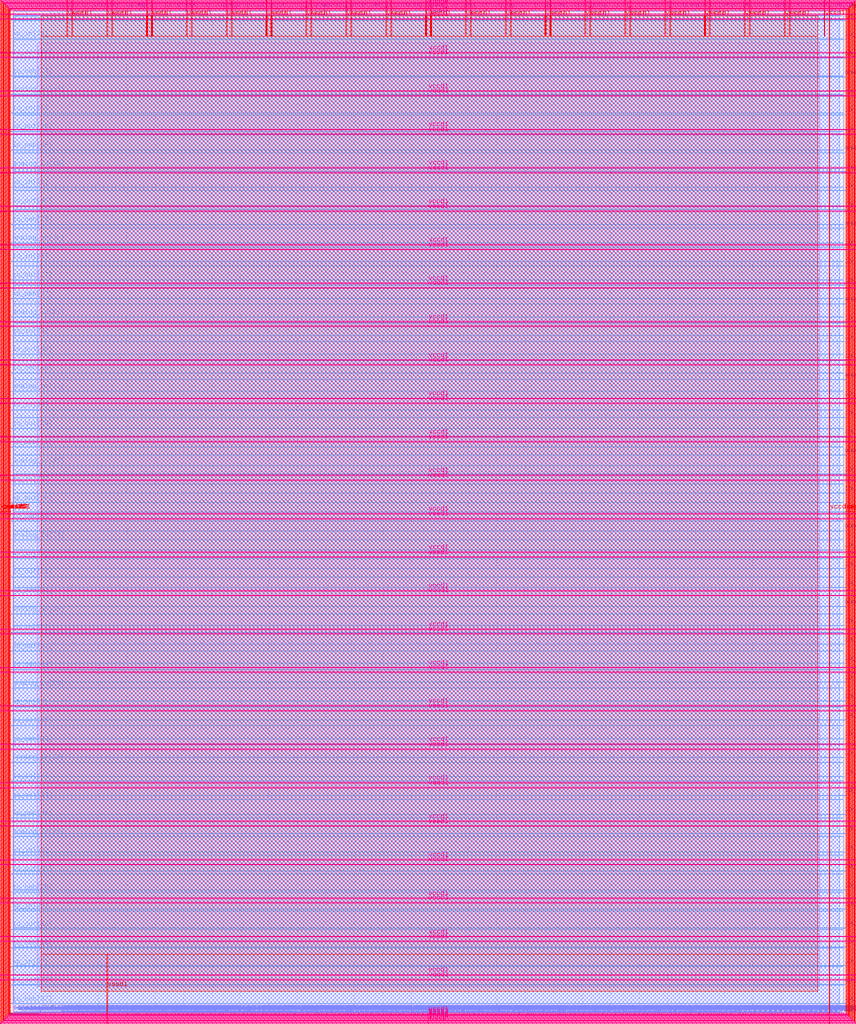
<source format=lef>
VERSION 5.7 ;
  NOWIREEXTENSIONATPIN ON ;
  DIVIDERCHAR "/" ;
  BUSBITCHARS "[]" ;
MACRO user_project_wrapper
  CLASS BLOCK ;
  FOREIGN user_project_wrapper ;
  ORIGIN 0.000 0.000 ;
  SIZE 2920.000 BY 3520.000 ;
  PIN analog_io[0]
    DIRECTION INOUT ;
    USE SIGNAL ;
    PORT
      LAYER met3 ;
        RECT 2917.600 1426.380 2924.800 1427.580 ;
    END
  END analog_io[0]
  PIN analog_io[10]
    DIRECTION INOUT ;
    USE SIGNAL ;
    PORT
      LAYER met2 ;
        RECT 2230.490 3517.600 2231.050 3524.800 ;
    END
  END analog_io[10]
  PIN analog_io[11]
    DIRECTION INOUT ;
    USE SIGNAL ;
    PORT
      LAYER met2 ;
        RECT 1905.730 3517.600 1906.290 3524.800 ;
    END
  END analog_io[11]
  PIN analog_io[12]
    DIRECTION INOUT ;
    USE SIGNAL ;
    PORT
      LAYER met2 ;
        RECT 1581.430 3517.600 1581.990 3524.800 ;
    END
  END analog_io[12]
  PIN analog_io[13]
    DIRECTION INOUT ;
    USE SIGNAL ;
    PORT
      LAYER met2 ;
        RECT 1257.130 3517.600 1257.690 3524.800 ;
    END
  END analog_io[13]
  PIN analog_io[14]
    DIRECTION INOUT ;
    USE SIGNAL ;
    PORT
      LAYER met2 ;
        RECT 932.370 3517.600 932.930 3524.800 ;
    END
  END analog_io[14]
  PIN analog_io[15]
    DIRECTION INOUT ;
    USE SIGNAL ;
    PORT
      LAYER met2 ;
        RECT 608.070 3517.600 608.630 3524.800 ;
    END
  END analog_io[15]
  PIN analog_io[16]
    DIRECTION INOUT ;
    USE SIGNAL ;
    PORT
      LAYER met2 ;
        RECT 283.770 3517.600 284.330 3524.800 ;
    END
  END analog_io[16]
  PIN analog_io[17]
    DIRECTION INOUT ;
    USE SIGNAL ;
    PORT
      LAYER met3 ;
        RECT -4.800 3486.100 2.400 3487.300 ;
    END
  END analog_io[17]
  PIN analog_io[18]
    DIRECTION INOUT ;
    USE SIGNAL ;
    PORT
      LAYER met3 ;
        RECT -4.800 3224.980 2.400 3226.180 ;
    END
  END analog_io[18]
  PIN analog_io[19]
    DIRECTION INOUT ;
    USE SIGNAL ;
    PORT
      LAYER met3 ;
        RECT -4.800 2964.540 2.400 2965.740 ;
    END
  END analog_io[19]
  PIN analog_io[1]
    DIRECTION INOUT ;
    USE SIGNAL ;
    PORT
      LAYER met3 ;
        RECT 2917.600 1692.260 2924.800 1693.460 ;
    END
  END analog_io[1]
  PIN analog_io[20]
    DIRECTION INOUT ;
    USE SIGNAL ;
    PORT
      LAYER met3 ;
        RECT -4.800 2703.420 2.400 2704.620 ;
    END
  END analog_io[20]
  PIN analog_io[21]
    DIRECTION INOUT ;
    USE SIGNAL ;
    PORT
      LAYER met3 ;
        RECT -4.800 2442.980 2.400 2444.180 ;
    END
  END analog_io[21]
  PIN analog_io[22]
    DIRECTION INOUT ;
    USE SIGNAL ;
    PORT
      LAYER met3 ;
        RECT -4.800 2182.540 2.400 2183.740 ;
    END
  END analog_io[22]
  PIN analog_io[23]
    DIRECTION INOUT ;
    USE SIGNAL ;
    PORT
      LAYER met3 ;
        RECT -4.800 1921.420 2.400 1922.620 ;
    END
  END analog_io[23]
  PIN analog_io[24]
    DIRECTION INOUT ;
    USE SIGNAL ;
    PORT
      LAYER met3 ;
        RECT -4.800 1660.980 2.400 1662.180 ;
    END
  END analog_io[24]
  PIN analog_io[25]
    DIRECTION INOUT ;
    USE SIGNAL ;
    PORT
      LAYER met3 ;
        RECT -4.800 1399.860 2.400 1401.060 ;
    END
  END analog_io[25]
  PIN analog_io[26]
    DIRECTION INOUT ;
    USE SIGNAL ;
    PORT
      LAYER met3 ;
        RECT -4.800 1139.420 2.400 1140.620 ;
    END
  END analog_io[26]
  PIN analog_io[27]
    DIRECTION INOUT ;
    USE SIGNAL ;
    PORT
      LAYER met3 ;
        RECT -4.800 878.980 2.400 880.180 ;
    END
  END analog_io[27]
  PIN analog_io[28]
    DIRECTION INOUT ;
    USE SIGNAL ;
    PORT
      LAYER met3 ;
        RECT -4.800 617.860 2.400 619.060 ;
    END
  END analog_io[28]
  PIN analog_io[2]
    DIRECTION INOUT ;
    USE SIGNAL ;
    PORT
      LAYER met3 ;
        RECT 2917.600 1958.140 2924.800 1959.340 ;
    END
  END analog_io[2]
  PIN analog_io[3]
    DIRECTION INOUT ;
    USE SIGNAL ;
    PORT
      LAYER met3 ;
        RECT 2917.600 2223.340 2924.800 2224.540 ;
    END
  END analog_io[3]
  PIN analog_io[4]
    DIRECTION INOUT ;
    USE SIGNAL ;
    PORT
      LAYER met3 ;
        RECT 2917.600 2489.220 2924.800 2490.420 ;
    END
  END analog_io[4]
  PIN analog_io[5]
    DIRECTION INOUT ;
    USE SIGNAL ;
    PORT
      LAYER met3 ;
        RECT 2917.600 2755.100 2924.800 2756.300 ;
    END
  END analog_io[5]
  PIN analog_io[6]
    DIRECTION INOUT ;
    USE SIGNAL ;
    PORT
      LAYER met3 ;
        RECT 2917.600 3020.300 2924.800 3021.500 ;
    END
  END analog_io[6]
  PIN analog_io[7]
    DIRECTION INOUT ;
    USE SIGNAL ;
    PORT
      LAYER met3 ;
        RECT 2917.600 3286.180 2924.800 3287.380 ;
    END
  END analog_io[7]
  PIN analog_io[8]
    DIRECTION INOUT ;
    USE SIGNAL ;
    PORT
      LAYER met2 ;
        RECT 2879.090 3517.600 2879.650 3524.800 ;
    END
  END analog_io[8]
  PIN analog_io[9]
    DIRECTION INOUT ;
    USE SIGNAL ;
    PORT
      LAYER met2 ;
        RECT 2554.790 3517.600 2555.350 3524.800 ;
    END
  END analog_io[9]
  PIN io_in[0]
    DIRECTION INPUT ;
    USE SIGNAL ;
    PORT
      LAYER met3 ;
        RECT 2917.600 32.380 2924.800 33.580 ;
    END
  END io_in[0]
  PIN io_in[10]
    DIRECTION INPUT ;
    USE SIGNAL ;
    PORT
      LAYER met3 ;
        RECT 2917.600 2289.980 2924.800 2291.180 ;
    END
  END io_in[10]
  PIN io_in[11]
    DIRECTION INPUT ;
    USE SIGNAL ;
    PORT
      LAYER met3 ;
        RECT 2917.600 2555.860 2924.800 2557.060 ;
    END
  END io_in[11]
  PIN io_in[12]
    DIRECTION INPUT ;
    USE SIGNAL ;
    PORT
      LAYER met3 ;
        RECT 2917.600 2821.060 2924.800 2822.260 ;
    END
  END io_in[12]
  PIN io_in[13]
    DIRECTION INPUT ;
    USE SIGNAL ;
    PORT
      LAYER met3 ;
        RECT 2917.600 3086.940 2924.800 3088.140 ;
    END
  END io_in[13]
  PIN io_in[14]
    DIRECTION INPUT ;
    USE SIGNAL ;
    PORT
      LAYER met3 ;
        RECT 2917.600 3352.820 2924.800 3354.020 ;
    END
  END io_in[14]
  PIN io_in[15]
    DIRECTION INPUT ;
    USE SIGNAL ;
    PORT
      LAYER met2 ;
        RECT 2798.130 3517.600 2798.690 3524.800 ;
    END
  END io_in[15]
  PIN io_in[16]
    DIRECTION INPUT ;
    USE SIGNAL ;
    PORT
      LAYER met2 ;
        RECT 2473.830 3517.600 2474.390 3524.800 ;
    END
  END io_in[16]
  PIN io_in[17]
    DIRECTION INPUT ;
    USE SIGNAL ;
    PORT
      LAYER met2 ;
        RECT 2149.070 3517.600 2149.630 3524.800 ;
    END
  END io_in[17]
  PIN io_in[18]
    DIRECTION INPUT ;
    USE SIGNAL ;
    PORT
      LAYER met2 ;
        RECT 1824.770 3517.600 1825.330 3524.800 ;
    END
  END io_in[18]
  PIN io_in[19]
    DIRECTION INPUT ;
    USE SIGNAL ;
    PORT
      LAYER met2 ;
        RECT 1500.470 3517.600 1501.030 3524.800 ;
    END
  END io_in[19]
  PIN io_in[1]
    DIRECTION INPUT ;
    USE SIGNAL ;
    PORT
      LAYER met3 ;
        RECT 2917.600 230.940 2924.800 232.140 ;
    END
  END io_in[1]
  PIN io_in[20]
    DIRECTION INPUT ;
    USE SIGNAL ;
    PORT
      LAYER met2 ;
        RECT 1175.710 3517.600 1176.270 3524.800 ;
    END
  END io_in[20]
  PIN io_in[21]
    DIRECTION INPUT ;
    USE SIGNAL ;
    PORT
      LAYER met2 ;
        RECT 851.410 3517.600 851.970 3524.800 ;
    END
  END io_in[21]
  PIN io_in[22]
    DIRECTION INPUT ;
    USE SIGNAL ;
    PORT
      LAYER met2 ;
        RECT 527.110 3517.600 527.670 3524.800 ;
    END
  END io_in[22]
  PIN io_in[23]
    DIRECTION INPUT ;
    USE SIGNAL ;
    PORT
      LAYER met2 ;
        RECT 202.350 3517.600 202.910 3524.800 ;
    END
  END io_in[23]
  PIN io_in[24]
    DIRECTION INPUT ;
    USE SIGNAL ;
    PORT
      LAYER met3 ;
        RECT -4.800 3420.820 2.400 3422.020 ;
    END
  END io_in[24]
  PIN io_in[25]
    DIRECTION INPUT ;
    USE SIGNAL ;
    PORT
      LAYER met3 ;
        RECT -4.800 3159.700 2.400 3160.900 ;
    END
  END io_in[25]
  PIN io_in[26]
    DIRECTION INPUT ;
    USE SIGNAL ;
    PORT
      LAYER met3 ;
        RECT -4.800 2899.260 2.400 2900.460 ;
    END
  END io_in[26]
  PIN io_in[27]
    DIRECTION INPUT ;
    USE SIGNAL ;
    PORT
      LAYER met3 ;
        RECT -4.800 2638.820 2.400 2640.020 ;
    END
  END io_in[27]
  PIN io_in[28]
    DIRECTION INPUT ;
    USE SIGNAL ;
    PORT
      LAYER met3 ;
        RECT -4.800 2377.700 2.400 2378.900 ;
    END
  END io_in[28]
  PIN io_in[29]
    DIRECTION INPUT ;
    USE SIGNAL ;
    PORT
      LAYER met3 ;
        RECT -4.800 2117.260 2.400 2118.460 ;
    END
  END io_in[29]
  PIN io_in[2]
    DIRECTION INPUT ;
    USE SIGNAL ;
    PORT
      LAYER met3 ;
        RECT 2917.600 430.180 2924.800 431.380 ;
    END
  END io_in[2]
  PIN io_in[30]
    DIRECTION INPUT ;
    USE SIGNAL ;
    PORT
      LAYER met3 ;
        RECT -4.800 1856.140 2.400 1857.340 ;
    END
  END io_in[30]
  PIN io_in[31]
    DIRECTION INPUT ;
    USE SIGNAL ;
    PORT
      LAYER met3 ;
        RECT -4.800 1595.700 2.400 1596.900 ;
    END
  END io_in[31]
  PIN io_in[32]
    DIRECTION INPUT ;
    USE SIGNAL ;
    PORT
      LAYER met3 ;
        RECT -4.800 1335.260 2.400 1336.460 ;
    END
  END io_in[32]
  PIN io_in[33]
    DIRECTION INPUT ;
    USE SIGNAL ;
    PORT
      LAYER met3 ;
        RECT -4.800 1074.140 2.400 1075.340 ;
    END
  END io_in[33]
  PIN io_in[34]
    DIRECTION INPUT ;
    USE SIGNAL ;
    PORT
      LAYER met3 ;
        RECT -4.800 813.700 2.400 814.900 ;
    END
  END io_in[34]
  PIN io_in[35]
    DIRECTION INPUT ;
    USE SIGNAL ;
    PORT
      LAYER met3 ;
        RECT -4.800 552.580 2.400 553.780 ;
    END
  END io_in[35]
  PIN io_in[36]
    DIRECTION INPUT ;
    USE SIGNAL ;
    PORT
      LAYER met3 ;
        RECT -4.800 357.420 2.400 358.620 ;
    END
  END io_in[36]
  PIN io_in[37]
    DIRECTION INPUT ;
    USE SIGNAL ;
    PORT
      LAYER met3 ;
        RECT -4.800 161.580 2.400 162.780 ;
    END
  END io_in[37]
  PIN io_in[3]
    DIRECTION INPUT ;
    USE SIGNAL ;
    PORT
      LAYER met3 ;
        RECT 2917.600 629.420 2924.800 630.620 ;
    END
  END io_in[3]
  PIN io_in[4]
    DIRECTION INPUT ;
    USE SIGNAL ;
    PORT
      LAYER met3 ;
        RECT 2917.600 828.660 2924.800 829.860 ;
    END
  END io_in[4]
  PIN io_in[5]
    DIRECTION INPUT ;
    USE SIGNAL ;
    PORT
      LAYER met3 ;
        RECT 2917.600 1027.900 2924.800 1029.100 ;
    END
  END io_in[5]
  PIN io_in[6]
    DIRECTION INPUT ;
    USE SIGNAL ;
    PORT
      LAYER met3 ;
        RECT 2917.600 1227.140 2924.800 1228.340 ;
    END
  END io_in[6]
  PIN io_in[7]
    DIRECTION INPUT ;
    USE SIGNAL ;
    PORT
      LAYER met3 ;
        RECT 2917.600 1493.020 2924.800 1494.220 ;
    END
  END io_in[7]
  PIN io_in[8]
    DIRECTION INPUT ;
    USE SIGNAL ;
    PORT
      LAYER met3 ;
        RECT 2917.600 1758.900 2924.800 1760.100 ;
    END
  END io_in[8]
  PIN io_in[9]
    DIRECTION INPUT ;
    USE SIGNAL ;
    PORT
      LAYER met3 ;
        RECT 2917.600 2024.100 2924.800 2025.300 ;
    END
  END io_in[9]
  PIN io_oeb[0]
    DIRECTION OUTPUT TRISTATE ;
    USE SIGNAL ;
    PORT
      LAYER met3 ;
        RECT 2917.600 164.980 2924.800 166.180 ;
    END
  END io_oeb[0]
  PIN io_oeb[10]
    DIRECTION OUTPUT TRISTATE ;
    USE SIGNAL ;
    PORT
      LAYER met3 ;
        RECT 2917.600 2422.580 2924.800 2423.780 ;
    END
  END io_oeb[10]
  PIN io_oeb[11]
    DIRECTION OUTPUT TRISTATE ;
    USE SIGNAL ;
    PORT
      LAYER met3 ;
        RECT 2917.600 2688.460 2924.800 2689.660 ;
    END
  END io_oeb[11]
  PIN io_oeb[12]
    DIRECTION OUTPUT TRISTATE ;
    USE SIGNAL ;
    PORT
      LAYER met3 ;
        RECT 2917.600 2954.340 2924.800 2955.540 ;
    END
  END io_oeb[12]
  PIN io_oeb[13]
    DIRECTION OUTPUT TRISTATE ;
    USE SIGNAL ;
    PORT
      LAYER met3 ;
        RECT 2917.600 3219.540 2924.800 3220.740 ;
    END
  END io_oeb[13]
  PIN io_oeb[14]
    DIRECTION OUTPUT TRISTATE ;
    USE SIGNAL ;
    PORT
      LAYER met3 ;
        RECT 2917.600 3485.420 2924.800 3486.620 ;
    END
  END io_oeb[14]
  PIN io_oeb[15]
    DIRECTION OUTPUT TRISTATE ;
    USE SIGNAL ;
    PORT
      LAYER met2 ;
        RECT 2635.750 3517.600 2636.310 3524.800 ;
    END
  END io_oeb[15]
  PIN io_oeb[16]
    DIRECTION OUTPUT TRISTATE ;
    USE SIGNAL ;
    PORT
      LAYER met2 ;
        RECT 2311.450 3517.600 2312.010 3524.800 ;
    END
  END io_oeb[16]
  PIN io_oeb[17]
    DIRECTION OUTPUT TRISTATE ;
    USE SIGNAL ;
    PORT
      LAYER met2 ;
        RECT 1987.150 3517.600 1987.710 3524.800 ;
    END
  END io_oeb[17]
  PIN io_oeb[18]
    DIRECTION OUTPUT TRISTATE ;
    USE SIGNAL ;
    PORT
      LAYER met2 ;
        RECT 1662.390 3517.600 1662.950 3524.800 ;
    END
  END io_oeb[18]
  PIN io_oeb[19]
    DIRECTION OUTPUT TRISTATE ;
    USE SIGNAL ;
    PORT
      LAYER met2 ;
        RECT 1338.090 3517.600 1338.650 3524.800 ;
    END
  END io_oeb[19]
  PIN io_oeb[1]
    DIRECTION OUTPUT TRISTATE ;
    USE SIGNAL ;
    PORT
      LAYER met3 ;
        RECT 2917.600 364.220 2924.800 365.420 ;
    END
  END io_oeb[1]
  PIN io_oeb[20]
    DIRECTION OUTPUT TRISTATE ;
    USE SIGNAL ;
    PORT
      LAYER met2 ;
        RECT 1013.790 3517.600 1014.350 3524.800 ;
    END
  END io_oeb[20]
  PIN io_oeb[21]
    DIRECTION OUTPUT TRISTATE ;
    USE SIGNAL ;
    PORT
      LAYER met2 ;
        RECT 689.030 3517.600 689.590 3524.800 ;
    END
  END io_oeb[21]
  PIN io_oeb[22]
    DIRECTION OUTPUT TRISTATE ;
    USE SIGNAL ;
    PORT
      LAYER met2 ;
        RECT 364.730 3517.600 365.290 3524.800 ;
    END
  END io_oeb[22]
  PIN io_oeb[23]
    DIRECTION OUTPUT TRISTATE ;
    USE SIGNAL ;
    PORT
      LAYER met2 ;
        RECT 40.430 3517.600 40.990 3524.800 ;
    END
  END io_oeb[23]
  PIN io_oeb[24]
    DIRECTION OUTPUT TRISTATE ;
    USE SIGNAL ;
    PORT
      LAYER met3 ;
        RECT -4.800 3290.260 2.400 3291.460 ;
    END
  END io_oeb[24]
  PIN io_oeb[25]
    DIRECTION OUTPUT TRISTATE ;
    USE SIGNAL ;
    PORT
      LAYER met3 ;
        RECT -4.800 3029.820 2.400 3031.020 ;
    END
  END io_oeb[25]
  PIN io_oeb[26]
    DIRECTION OUTPUT TRISTATE ;
    USE SIGNAL ;
    PORT
      LAYER met3 ;
        RECT -4.800 2768.700 2.400 2769.900 ;
    END
  END io_oeb[26]
  PIN io_oeb[27]
    DIRECTION OUTPUT TRISTATE ;
    USE SIGNAL ;
    PORT
      LAYER met3 ;
        RECT -4.800 2508.260 2.400 2509.460 ;
    END
  END io_oeb[27]
  PIN io_oeb[28]
    DIRECTION OUTPUT TRISTATE ;
    USE SIGNAL ;
    PORT
      LAYER met3 ;
        RECT -4.800 2247.140 2.400 2248.340 ;
    END
  END io_oeb[28]
  PIN io_oeb[29]
    DIRECTION OUTPUT TRISTATE ;
    USE SIGNAL ;
    PORT
      LAYER met3 ;
        RECT -4.800 1986.700 2.400 1987.900 ;
    END
  END io_oeb[29]
  PIN io_oeb[2]
    DIRECTION OUTPUT TRISTATE ;
    USE SIGNAL ;
    PORT
      LAYER met3 ;
        RECT 2917.600 563.460 2924.800 564.660 ;
    END
  END io_oeb[2]
  PIN io_oeb[30]
    DIRECTION OUTPUT TRISTATE ;
    USE SIGNAL ;
    PORT
      LAYER met3 ;
        RECT -4.800 1726.260 2.400 1727.460 ;
    END
  END io_oeb[30]
  PIN io_oeb[31]
    DIRECTION OUTPUT TRISTATE ;
    USE SIGNAL ;
    PORT
      LAYER met3 ;
        RECT -4.800 1465.140 2.400 1466.340 ;
    END
  END io_oeb[31]
  PIN io_oeb[32]
    DIRECTION OUTPUT TRISTATE ;
    USE SIGNAL ;
    PORT
      LAYER met3 ;
        RECT -4.800 1204.700 2.400 1205.900 ;
    END
  END io_oeb[32]
  PIN io_oeb[33]
    DIRECTION OUTPUT TRISTATE ;
    USE SIGNAL ;
    PORT
      LAYER met3 ;
        RECT -4.800 943.580 2.400 944.780 ;
    END
  END io_oeb[33]
  PIN io_oeb[34]
    DIRECTION OUTPUT TRISTATE ;
    USE SIGNAL ;
    PORT
      LAYER met3 ;
        RECT -4.800 683.140 2.400 684.340 ;
    END
  END io_oeb[34]
  PIN io_oeb[35]
    DIRECTION OUTPUT TRISTATE ;
    USE SIGNAL ;
    PORT
      LAYER met3 ;
        RECT -4.800 422.700 2.400 423.900 ;
    END
  END io_oeb[35]
  PIN io_oeb[36]
    DIRECTION OUTPUT TRISTATE ;
    USE SIGNAL ;
    PORT
      LAYER met3 ;
        RECT -4.800 226.860 2.400 228.060 ;
    END
  END io_oeb[36]
  PIN io_oeb[37]
    DIRECTION OUTPUT TRISTATE ;
    USE SIGNAL ;
    PORT
      LAYER met3 ;
        RECT -4.800 31.700 2.400 32.900 ;
    END
  END io_oeb[37]
  PIN io_oeb[3]
    DIRECTION OUTPUT TRISTATE ;
    USE SIGNAL ;
    PORT
      LAYER met3 ;
        RECT 2917.600 762.700 2924.800 763.900 ;
    END
  END io_oeb[3]
  PIN io_oeb[4]
    DIRECTION OUTPUT TRISTATE ;
    USE SIGNAL ;
    PORT
      LAYER met3 ;
        RECT 2917.600 961.940 2924.800 963.140 ;
    END
  END io_oeb[4]
  PIN io_oeb[5]
    DIRECTION OUTPUT TRISTATE ;
    USE SIGNAL ;
    PORT
      LAYER met3 ;
        RECT 2917.600 1161.180 2924.800 1162.380 ;
    END
  END io_oeb[5]
  PIN io_oeb[6]
    DIRECTION OUTPUT TRISTATE ;
    USE SIGNAL ;
    PORT
      LAYER met3 ;
        RECT 2917.600 1360.420 2924.800 1361.620 ;
    END
  END io_oeb[6]
  PIN io_oeb[7]
    DIRECTION OUTPUT TRISTATE ;
    USE SIGNAL ;
    PORT
      LAYER met3 ;
        RECT 2917.600 1625.620 2924.800 1626.820 ;
    END
  END io_oeb[7]
  PIN io_oeb[8]
    DIRECTION OUTPUT TRISTATE ;
    USE SIGNAL ;
    PORT
      LAYER met3 ;
        RECT 2917.600 1891.500 2924.800 1892.700 ;
    END
  END io_oeb[8]
  PIN io_oeb[9]
    DIRECTION OUTPUT TRISTATE ;
    USE SIGNAL ;
    PORT
      LAYER met3 ;
        RECT 2917.600 2157.380 2924.800 2158.580 ;
    END
  END io_oeb[9]
  PIN io_out[0]
    DIRECTION OUTPUT TRISTATE ;
    USE SIGNAL ;
    PORT
      LAYER met3 ;
        RECT 2917.600 98.340 2924.800 99.540 ;
    END
  END io_out[0]
  PIN io_out[10]
    DIRECTION OUTPUT TRISTATE ;
    USE SIGNAL ;
    PORT
      LAYER met3 ;
        RECT 2917.600 2356.620 2924.800 2357.820 ;
    END
  END io_out[10]
  PIN io_out[11]
    DIRECTION OUTPUT TRISTATE ;
    USE SIGNAL ;
    PORT
      LAYER met3 ;
        RECT 2917.600 2621.820 2924.800 2623.020 ;
    END
  END io_out[11]
  PIN io_out[12]
    DIRECTION OUTPUT TRISTATE ;
    USE SIGNAL ;
    PORT
      LAYER met3 ;
        RECT 2917.600 2887.700 2924.800 2888.900 ;
    END
  END io_out[12]
  PIN io_out[13]
    DIRECTION OUTPUT TRISTATE ;
    USE SIGNAL ;
    PORT
      LAYER met3 ;
        RECT 2917.600 3153.580 2924.800 3154.780 ;
    END
  END io_out[13]
  PIN io_out[14]
    DIRECTION OUTPUT TRISTATE ;
    USE SIGNAL ;
    PORT
      LAYER met3 ;
        RECT 2917.600 3418.780 2924.800 3419.980 ;
    END
  END io_out[14]
  PIN io_out[15]
    DIRECTION OUTPUT TRISTATE ;
    USE SIGNAL ;
    PORT
      LAYER met2 ;
        RECT 2717.170 3517.600 2717.730 3524.800 ;
    END
  END io_out[15]
  PIN io_out[16]
    DIRECTION OUTPUT TRISTATE ;
    USE SIGNAL ;
    PORT
      LAYER met2 ;
        RECT 2392.410 3517.600 2392.970 3524.800 ;
    END
  END io_out[16]
  PIN io_out[17]
    DIRECTION OUTPUT TRISTATE ;
    USE SIGNAL ;
    PORT
      LAYER met2 ;
        RECT 2068.110 3517.600 2068.670 3524.800 ;
    END
  END io_out[17]
  PIN io_out[18]
    DIRECTION OUTPUT TRISTATE ;
    USE SIGNAL ;
    PORT
      LAYER met2 ;
        RECT 1743.810 3517.600 1744.370 3524.800 ;
    END
  END io_out[18]
  PIN io_out[19]
    DIRECTION OUTPUT TRISTATE ;
    USE SIGNAL ;
    PORT
      LAYER met2 ;
        RECT 1419.050 3517.600 1419.610 3524.800 ;
    END
  END io_out[19]
  PIN io_out[1]
    DIRECTION OUTPUT TRISTATE ;
    USE SIGNAL ;
    PORT
      LAYER met3 ;
        RECT 2917.600 297.580 2924.800 298.780 ;
    END
  END io_out[1]
  PIN io_out[20]
    DIRECTION OUTPUT TRISTATE ;
    USE SIGNAL ;
    PORT
      LAYER met2 ;
        RECT 1094.750 3517.600 1095.310 3524.800 ;
    END
  END io_out[20]
  PIN io_out[21]
    DIRECTION OUTPUT TRISTATE ;
    USE SIGNAL ;
    PORT
      LAYER met2 ;
        RECT 770.450 3517.600 771.010 3524.800 ;
    END
  END io_out[21]
  PIN io_out[22]
    DIRECTION OUTPUT TRISTATE ;
    USE SIGNAL ;
    PORT
      LAYER met2 ;
        RECT 445.690 3517.600 446.250 3524.800 ;
    END
  END io_out[22]
  PIN io_out[23]
    DIRECTION OUTPUT TRISTATE ;
    USE SIGNAL ;
    PORT
      LAYER met2 ;
        RECT 121.390 3517.600 121.950 3524.800 ;
    END
  END io_out[23]
  PIN io_out[24]
    DIRECTION OUTPUT TRISTATE ;
    USE SIGNAL ;
    PORT
      LAYER met3 ;
        RECT -4.800 3355.540 2.400 3356.740 ;
    END
  END io_out[24]
  PIN io_out[25]
    DIRECTION OUTPUT TRISTATE ;
    USE SIGNAL ;
    PORT
      LAYER met3 ;
        RECT -4.800 3095.100 2.400 3096.300 ;
    END
  END io_out[25]
  PIN io_out[26]
    DIRECTION OUTPUT TRISTATE ;
    USE SIGNAL ;
    PORT
      LAYER met3 ;
        RECT -4.800 2833.980 2.400 2835.180 ;
    END
  END io_out[26]
  PIN io_out[27]
    DIRECTION OUTPUT TRISTATE ;
    USE SIGNAL ;
    PORT
      LAYER met3 ;
        RECT -4.800 2573.540 2.400 2574.740 ;
    END
  END io_out[27]
  PIN io_out[28]
    DIRECTION OUTPUT TRISTATE ;
    USE SIGNAL ;
    PORT
      LAYER met3 ;
        RECT -4.800 2312.420 2.400 2313.620 ;
    END
  END io_out[28]
  PIN io_out[29]
    DIRECTION OUTPUT TRISTATE ;
    USE SIGNAL ;
    PORT
      LAYER met3 ;
        RECT -4.800 2051.980 2.400 2053.180 ;
    END
  END io_out[29]
  PIN io_out[2]
    DIRECTION OUTPUT TRISTATE ;
    USE SIGNAL ;
    PORT
      LAYER met3 ;
        RECT 2917.600 496.820 2924.800 498.020 ;
    END
  END io_out[2]
  PIN io_out[30]
    DIRECTION OUTPUT TRISTATE ;
    USE SIGNAL ;
    PORT
      LAYER met3 ;
        RECT -4.800 1791.540 2.400 1792.740 ;
    END
  END io_out[30]
  PIN io_out[31]
    DIRECTION OUTPUT TRISTATE ;
    USE SIGNAL ;
    PORT
      LAYER met3 ;
        RECT -4.800 1530.420 2.400 1531.620 ;
    END
  END io_out[31]
  PIN io_out[32]
    DIRECTION OUTPUT TRISTATE ;
    USE SIGNAL ;
    PORT
      LAYER met3 ;
        RECT -4.800 1269.980 2.400 1271.180 ;
    END
  END io_out[32]
  PIN io_out[33]
    DIRECTION OUTPUT TRISTATE ;
    USE SIGNAL ;
    PORT
      LAYER met3 ;
        RECT -4.800 1008.860 2.400 1010.060 ;
    END
  END io_out[33]
  PIN io_out[34]
    DIRECTION OUTPUT TRISTATE ;
    USE SIGNAL ;
    PORT
      LAYER met3 ;
        RECT -4.800 748.420 2.400 749.620 ;
    END
  END io_out[34]
  PIN io_out[35]
    DIRECTION OUTPUT TRISTATE ;
    USE SIGNAL ;
    PORT
      LAYER met3 ;
        RECT -4.800 487.300 2.400 488.500 ;
    END
  END io_out[35]
  PIN io_out[36]
    DIRECTION OUTPUT TRISTATE ;
    USE SIGNAL ;
    PORT
      LAYER met3 ;
        RECT -4.800 292.140 2.400 293.340 ;
    END
  END io_out[36]
  PIN io_out[37]
    DIRECTION OUTPUT TRISTATE ;
    USE SIGNAL ;
    PORT
      LAYER met3 ;
        RECT -4.800 96.300 2.400 97.500 ;
    END
  END io_out[37]
  PIN io_out[3]
    DIRECTION OUTPUT TRISTATE ;
    USE SIGNAL ;
    PORT
      LAYER met3 ;
        RECT 2917.600 696.060 2924.800 697.260 ;
    END
  END io_out[3]
  PIN io_out[4]
    DIRECTION OUTPUT TRISTATE ;
    USE SIGNAL ;
    PORT
      LAYER met3 ;
        RECT 2917.600 895.300 2924.800 896.500 ;
    END
  END io_out[4]
  PIN io_out[5]
    DIRECTION OUTPUT TRISTATE ;
    USE SIGNAL ;
    PORT
      LAYER met3 ;
        RECT 2917.600 1094.540 2924.800 1095.740 ;
    END
  END io_out[5]
  PIN io_out[6]
    DIRECTION OUTPUT TRISTATE ;
    USE SIGNAL ;
    PORT
      LAYER met3 ;
        RECT 2917.600 1293.780 2924.800 1294.980 ;
    END
  END io_out[6]
  PIN io_out[7]
    DIRECTION OUTPUT TRISTATE ;
    USE SIGNAL ;
    PORT
      LAYER met3 ;
        RECT 2917.600 1559.660 2924.800 1560.860 ;
    END
  END io_out[7]
  PIN io_out[8]
    DIRECTION OUTPUT TRISTATE ;
    USE SIGNAL ;
    PORT
      LAYER met3 ;
        RECT 2917.600 1824.860 2924.800 1826.060 ;
    END
  END io_out[8]
  PIN io_out[9]
    DIRECTION OUTPUT TRISTATE ;
    USE SIGNAL ;
    PORT
      LAYER met3 ;
        RECT 2917.600 2090.740 2924.800 2091.940 ;
    END
  END io_out[9]
  PIN la_data_in[0]
    DIRECTION INPUT ;
    USE SIGNAL ;
    PORT
      LAYER met2 ;
        RECT 629.230 -4.800 629.790 2.400 ;
    END
  END la_data_in[0]
  PIN la_data_in[100]
    DIRECTION INPUT ;
    USE SIGNAL ;
    PORT
      LAYER met2 ;
        RECT 2402.530 -4.800 2403.090 2.400 ;
    END
  END la_data_in[100]
  PIN la_data_in[101]
    DIRECTION INPUT ;
    USE SIGNAL ;
    PORT
      LAYER met2 ;
        RECT 2420.010 -4.800 2420.570 2.400 ;
    END
  END la_data_in[101]
  PIN la_data_in[102]
    DIRECTION INPUT ;
    USE SIGNAL ;
    PORT
      LAYER met2 ;
        RECT 2437.950 -4.800 2438.510 2.400 ;
    END
  END la_data_in[102]
  PIN la_data_in[103]
    DIRECTION INPUT ;
    USE SIGNAL ;
    PORT
      LAYER met2 ;
        RECT 2455.430 -4.800 2455.990 2.400 ;
    END
  END la_data_in[103]
  PIN la_data_in[104]
    DIRECTION INPUT ;
    USE SIGNAL ;
    PORT
      LAYER met2 ;
        RECT 2473.370 -4.800 2473.930 2.400 ;
    END
  END la_data_in[104]
  PIN la_data_in[105]
    DIRECTION INPUT ;
    USE SIGNAL ;
    PORT
      LAYER met2 ;
        RECT 2490.850 -4.800 2491.410 2.400 ;
    END
  END la_data_in[105]
  PIN la_data_in[106]
    DIRECTION INPUT ;
    USE SIGNAL ;
    PORT
      LAYER met2 ;
        RECT 2508.790 -4.800 2509.350 2.400 ;
    END
  END la_data_in[106]
  PIN la_data_in[107]
    DIRECTION INPUT ;
    USE SIGNAL ;
    PORT
      LAYER met2 ;
        RECT 2526.730 -4.800 2527.290 2.400 ;
    END
  END la_data_in[107]
  PIN la_data_in[108]
    DIRECTION INPUT ;
    USE SIGNAL ;
    PORT
      LAYER met2 ;
        RECT 2544.210 -4.800 2544.770 2.400 ;
    END
  END la_data_in[108]
  PIN la_data_in[109]
    DIRECTION INPUT ;
    USE SIGNAL ;
    PORT
      LAYER met2 ;
        RECT 2562.150 -4.800 2562.710 2.400 ;
    END
  END la_data_in[109]
  PIN la_data_in[10]
    DIRECTION INPUT ;
    USE SIGNAL ;
    PORT
      LAYER met2 ;
        RECT 806.330 -4.800 806.890 2.400 ;
    END
  END la_data_in[10]
  PIN la_data_in[110]
    DIRECTION INPUT ;
    USE SIGNAL ;
    PORT
      LAYER met2 ;
        RECT 2579.630 -4.800 2580.190 2.400 ;
    END
  END la_data_in[110]
  PIN la_data_in[111]
    DIRECTION INPUT ;
    USE SIGNAL ;
    PORT
      LAYER met2 ;
        RECT 2597.570 -4.800 2598.130 2.400 ;
    END
  END la_data_in[111]
  PIN la_data_in[112]
    DIRECTION INPUT ;
    USE SIGNAL ;
    PORT
      LAYER met2 ;
        RECT 2615.050 -4.800 2615.610 2.400 ;
    END
  END la_data_in[112]
  PIN la_data_in[113]
    DIRECTION INPUT ;
    USE SIGNAL ;
    PORT
      LAYER met2 ;
        RECT 2632.990 -4.800 2633.550 2.400 ;
    END
  END la_data_in[113]
  PIN la_data_in[114]
    DIRECTION INPUT ;
    USE SIGNAL ;
    PORT
      LAYER met2 ;
        RECT 2650.470 -4.800 2651.030 2.400 ;
    END
  END la_data_in[114]
  PIN la_data_in[115]
    DIRECTION INPUT ;
    USE SIGNAL ;
    PORT
      LAYER met2 ;
        RECT 2668.410 -4.800 2668.970 2.400 ;
    END
  END la_data_in[115]
  PIN la_data_in[116]
    DIRECTION INPUT ;
    USE SIGNAL ;
    PORT
      LAYER met2 ;
        RECT 2685.890 -4.800 2686.450 2.400 ;
    END
  END la_data_in[116]
  PIN la_data_in[117]
    DIRECTION INPUT ;
    USE SIGNAL ;
    PORT
      LAYER met2 ;
        RECT 2703.830 -4.800 2704.390 2.400 ;
    END
  END la_data_in[117]
  PIN la_data_in[118]
    DIRECTION INPUT ;
    USE SIGNAL ;
    PORT
      LAYER met2 ;
        RECT 2721.770 -4.800 2722.330 2.400 ;
    END
  END la_data_in[118]
  PIN la_data_in[119]
    DIRECTION INPUT ;
    USE SIGNAL ;
    PORT
      LAYER met2 ;
        RECT 2739.250 -4.800 2739.810 2.400 ;
    END
  END la_data_in[119]
  PIN la_data_in[11]
    DIRECTION INPUT ;
    USE SIGNAL ;
    PORT
      LAYER met2 ;
        RECT 824.270 -4.800 824.830 2.400 ;
    END
  END la_data_in[11]
  PIN la_data_in[120]
    DIRECTION INPUT ;
    USE SIGNAL ;
    PORT
      LAYER met2 ;
        RECT 2757.190 -4.800 2757.750 2.400 ;
    END
  END la_data_in[120]
  PIN la_data_in[121]
    DIRECTION INPUT ;
    USE SIGNAL ;
    PORT
      LAYER met2 ;
        RECT 2774.670 -4.800 2775.230 2.400 ;
    END
  END la_data_in[121]
  PIN la_data_in[122]
    DIRECTION INPUT ;
    USE SIGNAL ;
    PORT
      LAYER met2 ;
        RECT 2792.610 -4.800 2793.170 2.400 ;
    END
  END la_data_in[122]
  PIN la_data_in[123]
    DIRECTION INPUT ;
    USE SIGNAL ;
    PORT
      LAYER met2 ;
        RECT 2810.090 -4.800 2810.650 2.400 ;
    END
  END la_data_in[123]
  PIN la_data_in[124]
    DIRECTION INPUT ;
    USE SIGNAL ;
    PORT
      LAYER met2 ;
        RECT 2828.030 -4.800 2828.590 2.400 ;
    END
  END la_data_in[124]
  PIN la_data_in[125]
    DIRECTION INPUT ;
    USE SIGNAL ;
    PORT
      LAYER met2 ;
        RECT 2845.510 -4.800 2846.070 2.400 ;
    END
  END la_data_in[125]
  PIN la_data_in[126]
    DIRECTION INPUT ;
    USE SIGNAL ;
    PORT
      LAYER met2 ;
        RECT 2863.450 -4.800 2864.010 2.400 ;
    END
  END la_data_in[126]
  PIN la_data_in[127]
    DIRECTION INPUT ;
    USE SIGNAL ;
    PORT
      LAYER met2 ;
        RECT 2881.390 -4.800 2881.950 2.400 ;
    END
  END la_data_in[127]
  PIN la_data_in[12]
    DIRECTION INPUT ;
    USE SIGNAL ;
    PORT
      LAYER met2 ;
        RECT 841.750 -4.800 842.310 2.400 ;
    END
  END la_data_in[12]
  PIN la_data_in[13]
    DIRECTION INPUT ;
    USE SIGNAL ;
    PORT
      LAYER met2 ;
        RECT 859.690 -4.800 860.250 2.400 ;
    END
  END la_data_in[13]
  PIN la_data_in[14]
    DIRECTION INPUT ;
    USE SIGNAL ;
    PORT
      LAYER met2 ;
        RECT 877.170 -4.800 877.730 2.400 ;
    END
  END la_data_in[14]
  PIN la_data_in[15]
    DIRECTION INPUT ;
    USE SIGNAL ;
    PORT
      LAYER met2 ;
        RECT 895.110 -4.800 895.670 2.400 ;
    END
  END la_data_in[15]
  PIN la_data_in[16]
    DIRECTION INPUT ;
    USE SIGNAL ;
    PORT
      LAYER met2 ;
        RECT 912.590 -4.800 913.150 2.400 ;
    END
  END la_data_in[16]
  PIN la_data_in[17]
    DIRECTION INPUT ;
    USE SIGNAL ;
    PORT
      LAYER met2 ;
        RECT 930.530 -4.800 931.090 2.400 ;
    END
  END la_data_in[17]
  PIN la_data_in[18]
    DIRECTION INPUT ;
    USE SIGNAL ;
    PORT
      LAYER met2 ;
        RECT 948.470 -4.800 949.030 2.400 ;
    END
  END la_data_in[18]
  PIN la_data_in[19]
    DIRECTION INPUT ;
    USE SIGNAL ;
    PORT
      LAYER met2 ;
        RECT 965.950 -4.800 966.510 2.400 ;
    END
  END la_data_in[19]
  PIN la_data_in[1]
    DIRECTION INPUT ;
    USE SIGNAL ;
    PORT
      LAYER met2 ;
        RECT 646.710 -4.800 647.270 2.400 ;
    END
  END la_data_in[1]
  PIN la_data_in[20]
    DIRECTION INPUT ;
    USE SIGNAL ;
    PORT
      LAYER met2 ;
        RECT 983.890 -4.800 984.450 2.400 ;
    END
  END la_data_in[20]
  PIN la_data_in[21]
    DIRECTION INPUT ;
    USE SIGNAL ;
    PORT
      LAYER met2 ;
        RECT 1001.370 -4.800 1001.930 2.400 ;
    END
  END la_data_in[21]
  PIN la_data_in[22]
    DIRECTION INPUT ;
    USE SIGNAL ;
    PORT
      LAYER met2 ;
        RECT 1019.310 -4.800 1019.870 2.400 ;
    END
  END la_data_in[22]
  PIN la_data_in[23]
    DIRECTION INPUT ;
    USE SIGNAL ;
    PORT
      LAYER met2 ;
        RECT 1036.790 -4.800 1037.350 2.400 ;
    END
  END la_data_in[23]
  PIN la_data_in[24]
    DIRECTION INPUT ;
    USE SIGNAL ;
    PORT
      LAYER met2 ;
        RECT 1054.730 -4.800 1055.290 2.400 ;
    END
  END la_data_in[24]
  PIN la_data_in[25]
    DIRECTION INPUT ;
    USE SIGNAL ;
    PORT
      LAYER met2 ;
        RECT 1072.210 -4.800 1072.770 2.400 ;
    END
  END la_data_in[25]
  PIN la_data_in[26]
    DIRECTION INPUT ;
    USE SIGNAL ;
    PORT
      LAYER met2 ;
        RECT 1090.150 -4.800 1090.710 2.400 ;
    END
  END la_data_in[26]
  PIN la_data_in[27]
    DIRECTION INPUT ;
    USE SIGNAL ;
    PORT
      LAYER met2 ;
        RECT 1107.630 -4.800 1108.190 2.400 ;
    END
  END la_data_in[27]
  PIN la_data_in[28]
    DIRECTION INPUT ;
    USE SIGNAL ;
    PORT
      LAYER met2 ;
        RECT 1125.570 -4.800 1126.130 2.400 ;
    END
  END la_data_in[28]
  PIN la_data_in[29]
    DIRECTION INPUT ;
    USE SIGNAL ;
    PORT
      LAYER met2 ;
        RECT 1143.510 -4.800 1144.070 2.400 ;
    END
  END la_data_in[29]
  PIN la_data_in[2]
    DIRECTION INPUT ;
    USE SIGNAL ;
    PORT
      LAYER met2 ;
        RECT 664.650 -4.800 665.210 2.400 ;
    END
  END la_data_in[2]
  PIN la_data_in[30]
    DIRECTION INPUT ;
    USE SIGNAL ;
    PORT
      LAYER met2 ;
        RECT 1160.990 -4.800 1161.550 2.400 ;
    END
  END la_data_in[30]
  PIN la_data_in[31]
    DIRECTION INPUT ;
    USE SIGNAL ;
    PORT
      LAYER met2 ;
        RECT 1178.930 -4.800 1179.490 2.400 ;
    END
  END la_data_in[31]
  PIN la_data_in[32]
    DIRECTION INPUT ;
    USE SIGNAL ;
    PORT
      LAYER met2 ;
        RECT 1196.410 -4.800 1196.970 2.400 ;
    END
  END la_data_in[32]
  PIN la_data_in[33]
    DIRECTION INPUT ;
    USE SIGNAL ;
    PORT
      LAYER met2 ;
        RECT 1214.350 -4.800 1214.910 2.400 ;
    END
  END la_data_in[33]
  PIN la_data_in[34]
    DIRECTION INPUT ;
    USE SIGNAL ;
    PORT
      LAYER met2 ;
        RECT 1231.830 -4.800 1232.390 2.400 ;
    END
  END la_data_in[34]
  PIN la_data_in[35]
    DIRECTION INPUT ;
    USE SIGNAL ;
    PORT
      LAYER met2 ;
        RECT 1249.770 -4.800 1250.330 2.400 ;
    END
  END la_data_in[35]
  PIN la_data_in[36]
    DIRECTION INPUT ;
    USE SIGNAL ;
    PORT
      LAYER met2 ;
        RECT 1267.250 -4.800 1267.810 2.400 ;
    END
  END la_data_in[36]
  PIN la_data_in[37]
    DIRECTION INPUT ;
    USE SIGNAL ;
    PORT
      LAYER met2 ;
        RECT 1285.190 -4.800 1285.750 2.400 ;
    END
  END la_data_in[37]
  PIN la_data_in[38]
    DIRECTION INPUT ;
    USE SIGNAL ;
    PORT
      LAYER met2 ;
        RECT 1303.130 -4.800 1303.690 2.400 ;
    END
  END la_data_in[38]
  PIN la_data_in[39]
    DIRECTION INPUT ;
    USE SIGNAL ;
    PORT
      LAYER met2 ;
        RECT 1320.610 -4.800 1321.170 2.400 ;
    END
  END la_data_in[39]
  PIN la_data_in[3]
    DIRECTION INPUT ;
    USE SIGNAL ;
    PORT
      LAYER met2 ;
        RECT 682.130 -4.800 682.690 2.400 ;
    END
  END la_data_in[3]
  PIN la_data_in[40]
    DIRECTION INPUT ;
    USE SIGNAL ;
    PORT
      LAYER met2 ;
        RECT 1338.550 -4.800 1339.110 2.400 ;
    END
  END la_data_in[40]
  PIN la_data_in[41]
    DIRECTION INPUT ;
    USE SIGNAL ;
    PORT
      LAYER met2 ;
        RECT 1356.030 -4.800 1356.590 2.400 ;
    END
  END la_data_in[41]
  PIN la_data_in[42]
    DIRECTION INPUT ;
    USE SIGNAL ;
    PORT
      LAYER met2 ;
        RECT 1373.970 -4.800 1374.530 2.400 ;
    END
  END la_data_in[42]
  PIN la_data_in[43]
    DIRECTION INPUT ;
    USE SIGNAL ;
    PORT
      LAYER met2 ;
        RECT 1391.450 -4.800 1392.010 2.400 ;
    END
  END la_data_in[43]
  PIN la_data_in[44]
    DIRECTION INPUT ;
    USE SIGNAL ;
    PORT
      LAYER met2 ;
        RECT 1409.390 -4.800 1409.950 2.400 ;
    END
  END la_data_in[44]
  PIN la_data_in[45]
    DIRECTION INPUT ;
    USE SIGNAL ;
    PORT
      LAYER met2 ;
        RECT 1426.870 -4.800 1427.430 2.400 ;
    END
  END la_data_in[45]
  PIN la_data_in[46]
    DIRECTION INPUT ;
    USE SIGNAL ;
    PORT
      LAYER met2 ;
        RECT 1444.810 -4.800 1445.370 2.400 ;
    END
  END la_data_in[46]
  PIN la_data_in[47]
    DIRECTION INPUT ;
    USE SIGNAL ;
    PORT
      LAYER met2 ;
        RECT 1462.750 -4.800 1463.310 2.400 ;
    END
  END la_data_in[47]
  PIN la_data_in[48]
    DIRECTION INPUT ;
    USE SIGNAL ;
    PORT
      LAYER met2 ;
        RECT 1480.230 -4.800 1480.790 2.400 ;
    END
  END la_data_in[48]
  PIN la_data_in[49]
    DIRECTION INPUT ;
    USE SIGNAL ;
    PORT
      LAYER met2 ;
        RECT 1498.170 -4.800 1498.730 2.400 ;
    END
  END la_data_in[49]
  PIN la_data_in[4]
    DIRECTION INPUT ;
    USE SIGNAL ;
    PORT
      LAYER met2 ;
        RECT 700.070 -4.800 700.630 2.400 ;
    END
  END la_data_in[4]
  PIN la_data_in[50]
    DIRECTION INPUT ;
    USE SIGNAL ;
    PORT
      LAYER met2 ;
        RECT 1515.650 -4.800 1516.210 2.400 ;
    END
  END la_data_in[50]
  PIN la_data_in[51]
    DIRECTION INPUT ;
    USE SIGNAL ;
    PORT
      LAYER met2 ;
        RECT 1533.590 -4.800 1534.150 2.400 ;
    END
  END la_data_in[51]
  PIN la_data_in[52]
    DIRECTION INPUT ;
    USE SIGNAL ;
    PORT
      LAYER met2 ;
        RECT 1551.070 -4.800 1551.630 2.400 ;
    END
  END la_data_in[52]
  PIN la_data_in[53]
    DIRECTION INPUT ;
    USE SIGNAL ;
    PORT
      LAYER met2 ;
        RECT 1569.010 -4.800 1569.570 2.400 ;
    END
  END la_data_in[53]
  PIN la_data_in[54]
    DIRECTION INPUT ;
    USE SIGNAL ;
    PORT
      LAYER met2 ;
        RECT 1586.490 -4.800 1587.050 2.400 ;
    END
  END la_data_in[54]
  PIN la_data_in[55]
    DIRECTION INPUT ;
    USE SIGNAL ;
    PORT
      LAYER met2 ;
        RECT 1604.430 -4.800 1604.990 2.400 ;
    END
  END la_data_in[55]
  PIN la_data_in[56]
    DIRECTION INPUT ;
    USE SIGNAL ;
    PORT
      LAYER met2 ;
        RECT 1621.910 -4.800 1622.470 2.400 ;
    END
  END la_data_in[56]
  PIN la_data_in[57]
    DIRECTION INPUT ;
    USE SIGNAL ;
    PORT
      LAYER met2 ;
        RECT 1639.850 -4.800 1640.410 2.400 ;
    END
  END la_data_in[57]
  PIN la_data_in[58]
    DIRECTION INPUT ;
    USE SIGNAL ;
    PORT
      LAYER met2 ;
        RECT 1657.790 -4.800 1658.350 2.400 ;
    END
  END la_data_in[58]
  PIN la_data_in[59]
    DIRECTION INPUT ;
    USE SIGNAL ;
    PORT
      LAYER met2 ;
        RECT 1675.270 -4.800 1675.830 2.400 ;
    END
  END la_data_in[59]
  PIN la_data_in[5]
    DIRECTION INPUT ;
    USE SIGNAL ;
    PORT
      LAYER met2 ;
        RECT 717.550 -4.800 718.110 2.400 ;
    END
  END la_data_in[5]
  PIN la_data_in[60]
    DIRECTION INPUT ;
    USE SIGNAL ;
    PORT
      LAYER met2 ;
        RECT 1693.210 -4.800 1693.770 2.400 ;
    END
  END la_data_in[60]
  PIN la_data_in[61]
    DIRECTION INPUT ;
    USE SIGNAL ;
    PORT
      LAYER met2 ;
        RECT 1710.690 -4.800 1711.250 2.400 ;
    END
  END la_data_in[61]
  PIN la_data_in[62]
    DIRECTION INPUT ;
    USE SIGNAL ;
    PORT
      LAYER met2 ;
        RECT 1728.630 -4.800 1729.190 2.400 ;
    END
  END la_data_in[62]
  PIN la_data_in[63]
    DIRECTION INPUT ;
    USE SIGNAL ;
    PORT
      LAYER met2 ;
        RECT 1746.110 -4.800 1746.670 2.400 ;
    END
  END la_data_in[63]
  PIN la_data_in[64]
    DIRECTION INPUT ;
    USE SIGNAL ;
    PORT
      LAYER met2 ;
        RECT 1764.050 -4.800 1764.610 2.400 ;
    END
  END la_data_in[64]
  PIN la_data_in[65]
    DIRECTION INPUT ;
    USE SIGNAL ;
    PORT
      LAYER met2 ;
        RECT 1781.530 -4.800 1782.090 2.400 ;
    END
  END la_data_in[65]
  PIN la_data_in[66]
    DIRECTION INPUT ;
    USE SIGNAL ;
    PORT
      LAYER met2 ;
        RECT 1799.470 -4.800 1800.030 2.400 ;
    END
  END la_data_in[66]
  PIN la_data_in[67]
    DIRECTION INPUT ;
    USE SIGNAL ;
    PORT
      LAYER met2 ;
        RECT 1817.410 -4.800 1817.970 2.400 ;
    END
  END la_data_in[67]
  PIN la_data_in[68]
    DIRECTION INPUT ;
    USE SIGNAL ;
    PORT
      LAYER met2 ;
        RECT 1834.890 -4.800 1835.450 2.400 ;
    END
  END la_data_in[68]
  PIN la_data_in[69]
    DIRECTION INPUT ;
    USE SIGNAL ;
    PORT
      LAYER met2 ;
        RECT 1852.830 -4.800 1853.390 2.400 ;
    END
  END la_data_in[69]
  PIN la_data_in[6]
    DIRECTION INPUT ;
    USE SIGNAL ;
    PORT
      LAYER met2 ;
        RECT 735.490 -4.800 736.050 2.400 ;
    END
  END la_data_in[6]
  PIN la_data_in[70]
    DIRECTION INPUT ;
    USE SIGNAL ;
    PORT
      LAYER met2 ;
        RECT 1870.310 -4.800 1870.870 2.400 ;
    END
  END la_data_in[70]
  PIN la_data_in[71]
    DIRECTION INPUT ;
    USE SIGNAL ;
    PORT
      LAYER met2 ;
        RECT 1888.250 -4.800 1888.810 2.400 ;
    END
  END la_data_in[71]
  PIN la_data_in[72]
    DIRECTION INPUT ;
    USE SIGNAL ;
    PORT
      LAYER met2 ;
        RECT 1905.730 -4.800 1906.290 2.400 ;
    END
  END la_data_in[72]
  PIN la_data_in[73]
    DIRECTION INPUT ;
    USE SIGNAL ;
    PORT
      LAYER met2 ;
        RECT 1923.670 -4.800 1924.230 2.400 ;
    END
  END la_data_in[73]
  PIN la_data_in[74]
    DIRECTION INPUT ;
    USE SIGNAL ;
    PORT
      LAYER met2 ;
        RECT 1941.150 -4.800 1941.710 2.400 ;
    END
  END la_data_in[74]
  PIN la_data_in[75]
    DIRECTION INPUT ;
    USE SIGNAL ;
    PORT
      LAYER met2 ;
        RECT 1959.090 -4.800 1959.650 2.400 ;
    END
  END la_data_in[75]
  PIN la_data_in[76]
    DIRECTION INPUT ;
    USE SIGNAL ;
    PORT
      LAYER met2 ;
        RECT 1976.570 -4.800 1977.130 2.400 ;
    END
  END la_data_in[76]
  PIN la_data_in[77]
    DIRECTION INPUT ;
    USE SIGNAL ;
    PORT
      LAYER met2 ;
        RECT 1994.510 -4.800 1995.070 2.400 ;
    END
  END la_data_in[77]
  PIN la_data_in[78]
    DIRECTION INPUT ;
    USE SIGNAL ;
    PORT
      LAYER met2 ;
        RECT 2012.450 -4.800 2013.010 2.400 ;
    END
  END la_data_in[78]
  PIN la_data_in[79]
    DIRECTION INPUT ;
    USE SIGNAL ;
    PORT
      LAYER met2 ;
        RECT 2029.930 -4.800 2030.490 2.400 ;
    END
  END la_data_in[79]
  PIN la_data_in[7]
    DIRECTION INPUT ;
    USE SIGNAL ;
    PORT
      LAYER met2 ;
        RECT 752.970 -4.800 753.530 2.400 ;
    END
  END la_data_in[7]
  PIN la_data_in[80]
    DIRECTION INPUT ;
    USE SIGNAL ;
    PORT
      LAYER met2 ;
        RECT 2047.870 -4.800 2048.430 2.400 ;
    END
  END la_data_in[80]
  PIN la_data_in[81]
    DIRECTION INPUT ;
    USE SIGNAL ;
    PORT
      LAYER met2 ;
        RECT 2065.350 -4.800 2065.910 2.400 ;
    END
  END la_data_in[81]
  PIN la_data_in[82]
    DIRECTION INPUT ;
    USE SIGNAL ;
    PORT
      LAYER met2 ;
        RECT 2083.290 -4.800 2083.850 2.400 ;
    END
  END la_data_in[82]
  PIN la_data_in[83]
    DIRECTION INPUT ;
    USE SIGNAL ;
    PORT
      LAYER met2 ;
        RECT 2100.770 -4.800 2101.330 2.400 ;
    END
  END la_data_in[83]
  PIN la_data_in[84]
    DIRECTION INPUT ;
    USE SIGNAL ;
    PORT
      LAYER met2 ;
        RECT 2118.710 -4.800 2119.270 2.400 ;
    END
  END la_data_in[84]
  PIN la_data_in[85]
    DIRECTION INPUT ;
    USE SIGNAL ;
    PORT
      LAYER met2 ;
        RECT 2136.190 -4.800 2136.750 2.400 ;
    END
  END la_data_in[85]
  PIN la_data_in[86]
    DIRECTION INPUT ;
    USE SIGNAL ;
    PORT
      LAYER met2 ;
        RECT 2154.130 -4.800 2154.690 2.400 ;
    END
  END la_data_in[86]
  PIN la_data_in[87]
    DIRECTION INPUT ;
    USE SIGNAL ;
    PORT
      LAYER met2 ;
        RECT 2172.070 -4.800 2172.630 2.400 ;
    END
  END la_data_in[87]
  PIN la_data_in[88]
    DIRECTION INPUT ;
    USE SIGNAL ;
    PORT
      LAYER met2 ;
        RECT 2189.550 -4.800 2190.110 2.400 ;
    END
  END la_data_in[88]
  PIN la_data_in[89]
    DIRECTION INPUT ;
    USE SIGNAL ;
    PORT
      LAYER met2 ;
        RECT 2207.490 -4.800 2208.050 2.400 ;
    END
  END la_data_in[89]
  PIN la_data_in[8]
    DIRECTION INPUT ;
    USE SIGNAL ;
    PORT
      LAYER met2 ;
        RECT 770.910 -4.800 771.470 2.400 ;
    END
  END la_data_in[8]
  PIN la_data_in[90]
    DIRECTION INPUT ;
    USE SIGNAL ;
    PORT
      LAYER met2 ;
        RECT 2224.970 -4.800 2225.530 2.400 ;
    END
  END la_data_in[90]
  PIN la_data_in[91]
    DIRECTION INPUT ;
    USE SIGNAL ;
    PORT
      LAYER met2 ;
        RECT 2242.910 -4.800 2243.470 2.400 ;
    END
  END la_data_in[91]
  PIN la_data_in[92]
    DIRECTION INPUT ;
    USE SIGNAL ;
    PORT
      LAYER met2 ;
        RECT 2260.390 -4.800 2260.950 2.400 ;
    END
  END la_data_in[92]
  PIN la_data_in[93]
    DIRECTION INPUT ;
    USE SIGNAL ;
    PORT
      LAYER met2 ;
        RECT 2278.330 -4.800 2278.890 2.400 ;
    END
  END la_data_in[93]
  PIN la_data_in[94]
    DIRECTION INPUT ;
    USE SIGNAL ;
    PORT
      LAYER met2 ;
        RECT 2295.810 -4.800 2296.370 2.400 ;
    END
  END la_data_in[94]
  PIN la_data_in[95]
    DIRECTION INPUT ;
    USE SIGNAL ;
    PORT
      LAYER met2 ;
        RECT 2313.750 -4.800 2314.310 2.400 ;
    END
  END la_data_in[95]
  PIN la_data_in[96]
    DIRECTION INPUT ;
    USE SIGNAL ;
    PORT
      LAYER met2 ;
        RECT 2331.230 -4.800 2331.790 2.400 ;
    END
  END la_data_in[96]
  PIN la_data_in[97]
    DIRECTION INPUT ;
    USE SIGNAL ;
    PORT
      LAYER met2 ;
        RECT 2349.170 -4.800 2349.730 2.400 ;
    END
  END la_data_in[97]
  PIN la_data_in[98]
    DIRECTION INPUT ;
    USE SIGNAL ;
    PORT
      LAYER met2 ;
        RECT 2367.110 -4.800 2367.670 2.400 ;
    END
  END la_data_in[98]
  PIN la_data_in[99]
    DIRECTION INPUT ;
    USE SIGNAL ;
    PORT
      LAYER met2 ;
        RECT 2384.590 -4.800 2385.150 2.400 ;
    END
  END la_data_in[99]
  PIN la_data_in[9]
    DIRECTION INPUT ;
    USE SIGNAL ;
    PORT
      LAYER met2 ;
        RECT 788.850 -4.800 789.410 2.400 ;
    END
  END la_data_in[9]
  PIN la_data_out[0]
    DIRECTION OUTPUT TRISTATE ;
    USE SIGNAL ;
    PORT
      LAYER met2 ;
        RECT 634.750 -4.800 635.310 2.400 ;
    END
  END la_data_out[0]
  PIN la_data_out[100]
    DIRECTION OUTPUT TRISTATE ;
    USE SIGNAL ;
    PORT
      LAYER met2 ;
        RECT 2408.510 -4.800 2409.070 2.400 ;
    END
  END la_data_out[100]
  PIN la_data_out[101]
    DIRECTION OUTPUT TRISTATE ;
    USE SIGNAL ;
    PORT
      LAYER met2 ;
        RECT 2425.990 -4.800 2426.550 2.400 ;
    END
  END la_data_out[101]
  PIN la_data_out[102]
    DIRECTION OUTPUT TRISTATE ;
    USE SIGNAL ;
    PORT
      LAYER met2 ;
        RECT 2443.930 -4.800 2444.490 2.400 ;
    END
  END la_data_out[102]
  PIN la_data_out[103]
    DIRECTION OUTPUT TRISTATE ;
    USE SIGNAL ;
    PORT
      LAYER met2 ;
        RECT 2461.410 -4.800 2461.970 2.400 ;
    END
  END la_data_out[103]
  PIN la_data_out[104]
    DIRECTION OUTPUT TRISTATE ;
    USE SIGNAL ;
    PORT
      LAYER met2 ;
        RECT 2479.350 -4.800 2479.910 2.400 ;
    END
  END la_data_out[104]
  PIN la_data_out[105]
    DIRECTION OUTPUT TRISTATE ;
    USE SIGNAL ;
    PORT
      LAYER met2 ;
        RECT 2496.830 -4.800 2497.390 2.400 ;
    END
  END la_data_out[105]
  PIN la_data_out[106]
    DIRECTION OUTPUT TRISTATE ;
    USE SIGNAL ;
    PORT
      LAYER met2 ;
        RECT 2514.770 -4.800 2515.330 2.400 ;
    END
  END la_data_out[106]
  PIN la_data_out[107]
    DIRECTION OUTPUT TRISTATE ;
    USE SIGNAL ;
    PORT
      LAYER met2 ;
        RECT 2532.250 -4.800 2532.810 2.400 ;
    END
  END la_data_out[107]
  PIN la_data_out[108]
    DIRECTION OUTPUT TRISTATE ;
    USE SIGNAL ;
    PORT
      LAYER met2 ;
        RECT 2550.190 -4.800 2550.750 2.400 ;
    END
  END la_data_out[108]
  PIN la_data_out[109]
    DIRECTION OUTPUT TRISTATE ;
    USE SIGNAL ;
    PORT
      LAYER met2 ;
        RECT 2567.670 -4.800 2568.230 2.400 ;
    END
  END la_data_out[109]
  PIN la_data_out[10]
    DIRECTION OUTPUT TRISTATE ;
    USE SIGNAL ;
    PORT
      LAYER met2 ;
        RECT 812.310 -4.800 812.870 2.400 ;
    END
  END la_data_out[10]
  PIN la_data_out[110]
    DIRECTION OUTPUT TRISTATE ;
    USE SIGNAL ;
    PORT
      LAYER met2 ;
        RECT 2585.610 -4.800 2586.170 2.400 ;
    END
  END la_data_out[110]
  PIN la_data_out[111]
    DIRECTION OUTPUT TRISTATE ;
    USE SIGNAL ;
    PORT
      LAYER met2 ;
        RECT 2603.550 -4.800 2604.110 2.400 ;
    END
  END la_data_out[111]
  PIN la_data_out[112]
    DIRECTION OUTPUT TRISTATE ;
    USE SIGNAL ;
    PORT
      LAYER met2 ;
        RECT 2621.030 -4.800 2621.590 2.400 ;
    END
  END la_data_out[112]
  PIN la_data_out[113]
    DIRECTION OUTPUT TRISTATE ;
    USE SIGNAL ;
    PORT
      LAYER met2 ;
        RECT 2638.970 -4.800 2639.530 2.400 ;
    END
  END la_data_out[113]
  PIN la_data_out[114]
    DIRECTION OUTPUT TRISTATE ;
    USE SIGNAL ;
    PORT
      LAYER met2 ;
        RECT 2656.450 -4.800 2657.010 2.400 ;
    END
  END la_data_out[114]
  PIN la_data_out[115]
    DIRECTION OUTPUT TRISTATE ;
    USE SIGNAL ;
    PORT
      LAYER met2 ;
        RECT 2674.390 -4.800 2674.950 2.400 ;
    END
  END la_data_out[115]
  PIN la_data_out[116]
    DIRECTION OUTPUT TRISTATE ;
    USE SIGNAL ;
    PORT
      LAYER met2 ;
        RECT 2691.870 -4.800 2692.430 2.400 ;
    END
  END la_data_out[116]
  PIN la_data_out[117]
    DIRECTION OUTPUT TRISTATE ;
    USE SIGNAL ;
    PORT
      LAYER met2 ;
        RECT 2709.810 -4.800 2710.370 2.400 ;
    END
  END la_data_out[117]
  PIN la_data_out[118]
    DIRECTION OUTPUT TRISTATE ;
    USE SIGNAL ;
    PORT
      LAYER met2 ;
        RECT 2727.290 -4.800 2727.850 2.400 ;
    END
  END la_data_out[118]
  PIN la_data_out[119]
    DIRECTION OUTPUT TRISTATE ;
    USE SIGNAL ;
    PORT
      LAYER met2 ;
        RECT 2745.230 -4.800 2745.790 2.400 ;
    END
  END la_data_out[119]
  PIN la_data_out[11]
    DIRECTION OUTPUT TRISTATE ;
    USE SIGNAL ;
    PORT
      LAYER met2 ;
        RECT 830.250 -4.800 830.810 2.400 ;
    END
  END la_data_out[11]
  PIN la_data_out[120]
    DIRECTION OUTPUT TRISTATE ;
    USE SIGNAL ;
    PORT
      LAYER met2 ;
        RECT 2763.170 -4.800 2763.730 2.400 ;
    END
  END la_data_out[120]
  PIN la_data_out[121]
    DIRECTION OUTPUT TRISTATE ;
    USE SIGNAL ;
    PORT
      LAYER met2 ;
        RECT 2780.650 -4.800 2781.210 2.400 ;
    END
  END la_data_out[121]
  PIN la_data_out[122]
    DIRECTION OUTPUT TRISTATE ;
    USE SIGNAL ;
    PORT
      LAYER met2 ;
        RECT 2798.590 -4.800 2799.150 2.400 ;
    END
  END la_data_out[122]
  PIN la_data_out[123]
    DIRECTION OUTPUT TRISTATE ;
    USE SIGNAL ;
    PORT
      LAYER met2 ;
        RECT 2816.070 -4.800 2816.630 2.400 ;
    END
  END la_data_out[123]
  PIN la_data_out[124]
    DIRECTION OUTPUT TRISTATE ;
    USE SIGNAL ;
    PORT
      LAYER met2 ;
        RECT 2834.010 -4.800 2834.570 2.400 ;
    END
  END la_data_out[124]
  PIN la_data_out[125]
    DIRECTION OUTPUT TRISTATE ;
    USE SIGNAL ;
    PORT
      LAYER met2 ;
        RECT 2851.490 -4.800 2852.050 2.400 ;
    END
  END la_data_out[125]
  PIN la_data_out[126]
    DIRECTION OUTPUT TRISTATE ;
    USE SIGNAL ;
    PORT
      LAYER met2 ;
        RECT 2869.430 -4.800 2869.990 2.400 ;
    END
  END la_data_out[126]
  PIN la_data_out[127]
    DIRECTION OUTPUT TRISTATE ;
    USE SIGNAL ;
    PORT
      LAYER met2 ;
        RECT 2886.910 -4.800 2887.470 2.400 ;
    END
  END la_data_out[127]
  PIN la_data_out[12]
    DIRECTION OUTPUT TRISTATE ;
    USE SIGNAL ;
    PORT
      LAYER met2 ;
        RECT 847.730 -4.800 848.290 2.400 ;
    END
  END la_data_out[12]
  PIN la_data_out[13]
    DIRECTION OUTPUT TRISTATE ;
    USE SIGNAL ;
    PORT
      LAYER met2 ;
        RECT 865.670 -4.800 866.230 2.400 ;
    END
  END la_data_out[13]
  PIN la_data_out[14]
    DIRECTION OUTPUT TRISTATE ;
    USE SIGNAL ;
    PORT
      LAYER met2 ;
        RECT 883.150 -4.800 883.710 2.400 ;
    END
  END la_data_out[14]
  PIN la_data_out[15]
    DIRECTION OUTPUT TRISTATE ;
    USE SIGNAL ;
    PORT
      LAYER met2 ;
        RECT 901.090 -4.800 901.650 2.400 ;
    END
  END la_data_out[15]
  PIN la_data_out[16]
    DIRECTION OUTPUT TRISTATE ;
    USE SIGNAL ;
    PORT
      LAYER met2 ;
        RECT 918.570 -4.800 919.130 2.400 ;
    END
  END la_data_out[16]
  PIN la_data_out[17]
    DIRECTION OUTPUT TRISTATE ;
    USE SIGNAL ;
    PORT
      LAYER met2 ;
        RECT 936.510 -4.800 937.070 2.400 ;
    END
  END la_data_out[17]
  PIN la_data_out[18]
    DIRECTION OUTPUT TRISTATE ;
    USE SIGNAL ;
    PORT
      LAYER met2 ;
        RECT 953.990 -4.800 954.550 2.400 ;
    END
  END la_data_out[18]
  PIN la_data_out[19]
    DIRECTION OUTPUT TRISTATE ;
    USE SIGNAL ;
    PORT
      LAYER met2 ;
        RECT 971.930 -4.800 972.490 2.400 ;
    END
  END la_data_out[19]
  PIN la_data_out[1]
    DIRECTION OUTPUT TRISTATE ;
    USE SIGNAL ;
    PORT
      LAYER met2 ;
        RECT 652.690 -4.800 653.250 2.400 ;
    END
  END la_data_out[1]
  PIN la_data_out[20]
    DIRECTION OUTPUT TRISTATE ;
    USE SIGNAL ;
    PORT
      LAYER met2 ;
        RECT 989.410 -4.800 989.970 2.400 ;
    END
  END la_data_out[20]
  PIN la_data_out[21]
    DIRECTION OUTPUT TRISTATE ;
    USE SIGNAL ;
    PORT
      LAYER met2 ;
        RECT 1007.350 -4.800 1007.910 2.400 ;
    END
  END la_data_out[21]
  PIN la_data_out[22]
    DIRECTION OUTPUT TRISTATE ;
    USE SIGNAL ;
    PORT
      LAYER met2 ;
        RECT 1025.290 -4.800 1025.850 2.400 ;
    END
  END la_data_out[22]
  PIN la_data_out[23]
    DIRECTION OUTPUT TRISTATE ;
    USE SIGNAL ;
    PORT
      LAYER met2 ;
        RECT 1042.770 -4.800 1043.330 2.400 ;
    END
  END la_data_out[23]
  PIN la_data_out[24]
    DIRECTION OUTPUT TRISTATE ;
    USE SIGNAL ;
    PORT
      LAYER met2 ;
        RECT 1060.710 -4.800 1061.270 2.400 ;
    END
  END la_data_out[24]
  PIN la_data_out[25]
    DIRECTION OUTPUT TRISTATE ;
    USE SIGNAL ;
    PORT
      LAYER met2 ;
        RECT 1078.190 -4.800 1078.750 2.400 ;
    END
  END la_data_out[25]
  PIN la_data_out[26]
    DIRECTION OUTPUT TRISTATE ;
    USE SIGNAL ;
    PORT
      LAYER met2 ;
        RECT 1096.130 -4.800 1096.690 2.400 ;
    END
  END la_data_out[26]
  PIN la_data_out[27]
    DIRECTION OUTPUT TRISTATE ;
    USE SIGNAL ;
    PORT
      LAYER met2 ;
        RECT 1113.610 -4.800 1114.170 2.400 ;
    END
  END la_data_out[27]
  PIN la_data_out[28]
    DIRECTION OUTPUT TRISTATE ;
    USE SIGNAL ;
    PORT
      LAYER met2 ;
        RECT 1131.550 -4.800 1132.110 2.400 ;
    END
  END la_data_out[28]
  PIN la_data_out[29]
    DIRECTION OUTPUT TRISTATE ;
    USE SIGNAL ;
    PORT
      LAYER met2 ;
        RECT 1149.030 -4.800 1149.590 2.400 ;
    END
  END la_data_out[29]
  PIN la_data_out[2]
    DIRECTION OUTPUT TRISTATE ;
    USE SIGNAL ;
    PORT
      LAYER met2 ;
        RECT 670.630 -4.800 671.190 2.400 ;
    END
  END la_data_out[2]
  PIN la_data_out[30]
    DIRECTION OUTPUT TRISTATE ;
    USE SIGNAL ;
    PORT
      LAYER met2 ;
        RECT 1166.970 -4.800 1167.530 2.400 ;
    END
  END la_data_out[30]
  PIN la_data_out[31]
    DIRECTION OUTPUT TRISTATE ;
    USE SIGNAL ;
    PORT
      LAYER met2 ;
        RECT 1184.910 -4.800 1185.470 2.400 ;
    END
  END la_data_out[31]
  PIN la_data_out[32]
    DIRECTION OUTPUT TRISTATE ;
    USE SIGNAL ;
    PORT
      LAYER met2 ;
        RECT 1202.390 -4.800 1202.950 2.400 ;
    END
  END la_data_out[32]
  PIN la_data_out[33]
    DIRECTION OUTPUT TRISTATE ;
    USE SIGNAL ;
    PORT
      LAYER met2 ;
        RECT 1220.330 -4.800 1220.890 2.400 ;
    END
  END la_data_out[33]
  PIN la_data_out[34]
    DIRECTION OUTPUT TRISTATE ;
    USE SIGNAL ;
    PORT
      LAYER met2 ;
        RECT 1237.810 -4.800 1238.370 2.400 ;
    END
  END la_data_out[34]
  PIN la_data_out[35]
    DIRECTION OUTPUT TRISTATE ;
    USE SIGNAL ;
    PORT
      LAYER met2 ;
        RECT 1255.750 -4.800 1256.310 2.400 ;
    END
  END la_data_out[35]
  PIN la_data_out[36]
    DIRECTION OUTPUT TRISTATE ;
    USE SIGNAL ;
    PORT
      LAYER met2 ;
        RECT 1273.230 -4.800 1273.790 2.400 ;
    END
  END la_data_out[36]
  PIN la_data_out[37]
    DIRECTION OUTPUT TRISTATE ;
    USE SIGNAL ;
    PORT
      LAYER met2 ;
        RECT 1291.170 -4.800 1291.730 2.400 ;
    END
  END la_data_out[37]
  PIN la_data_out[38]
    DIRECTION OUTPUT TRISTATE ;
    USE SIGNAL ;
    PORT
      LAYER met2 ;
        RECT 1308.650 -4.800 1309.210 2.400 ;
    END
  END la_data_out[38]
  PIN la_data_out[39]
    DIRECTION OUTPUT TRISTATE ;
    USE SIGNAL ;
    PORT
      LAYER met2 ;
        RECT 1326.590 -4.800 1327.150 2.400 ;
    END
  END la_data_out[39]
  PIN la_data_out[3]
    DIRECTION OUTPUT TRISTATE ;
    USE SIGNAL ;
    PORT
      LAYER met2 ;
        RECT 688.110 -4.800 688.670 2.400 ;
    END
  END la_data_out[3]
  PIN la_data_out[40]
    DIRECTION OUTPUT TRISTATE ;
    USE SIGNAL ;
    PORT
      LAYER met2 ;
        RECT 1344.070 -4.800 1344.630 2.400 ;
    END
  END la_data_out[40]
  PIN la_data_out[41]
    DIRECTION OUTPUT TRISTATE ;
    USE SIGNAL ;
    PORT
      LAYER met2 ;
        RECT 1362.010 -4.800 1362.570 2.400 ;
    END
  END la_data_out[41]
  PIN la_data_out[42]
    DIRECTION OUTPUT TRISTATE ;
    USE SIGNAL ;
    PORT
      LAYER met2 ;
        RECT 1379.950 -4.800 1380.510 2.400 ;
    END
  END la_data_out[42]
  PIN la_data_out[43]
    DIRECTION OUTPUT TRISTATE ;
    USE SIGNAL ;
    PORT
      LAYER met2 ;
        RECT 1397.430 -4.800 1397.990 2.400 ;
    END
  END la_data_out[43]
  PIN la_data_out[44]
    DIRECTION OUTPUT TRISTATE ;
    USE SIGNAL ;
    PORT
      LAYER met2 ;
        RECT 1415.370 -4.800 1415.930 2.400 ;
    END
  END la_data_out[44]
  PIN la_data_out[45]
    DIRECTION OUTPUT TRISTATE ;
    USE SIGNAL ;
    PORT
      LAYER met2 ;
        RECT 1432.850 -4.800 1433.410 2.400 ;
    END
  END la_data_out[45]
  PIN la_data_out[46]
    DIRECTION OUTPUT TRISTATE ;
    USE SIGNAL ;
    PORT
      LAYER met2 ;
        RECT 1450.790 -4.800 1451.350 2.400 ;
    END
  END la_data_out[46]
  PIN la_data_out[47]
    DIRECTION OUTPUT TRISTATE ;
    USE SIGNAL ;
    PORT
      LAYER met2 ;
        RECT 1468.270 -4.800 1468.830 2.400 ;
    END
  END la_data_out[47]
  PIN la_data_out[48]
    DIRECTION OUTPUT TRISTATE ;
    USE SIGNAL ;
    PORT
      LAYER met2 ;
        RECT 1486.210 -4.800 1486.770 2.400 ;
    END
  END la_data_out[48]
  PIN la_data_out[49]
    DIRECTION OUTPUT TRISTATE ;
    USE SIGNAL ;
    PORT
      LAYER met2 ;
        RECT 1503.690 -4.800 1504.250 2.400 ;
    END
  END la_data_out[49]
  PIN la_data_out[4]
    DIRECTION OUTPUT TRISTATE ;
    USE SIGNAL ;
    PORT
      LAYER met2 ;
        RECT 706.050 -4.800 706.610 2.400 ;
    END
  END la_data_out[4]
  PIN la_data_out[50]
    DIRECTION OUTPUT TRISTATE ;
    USE SIGNAL ;
    PORT
      LAYER met2 ;
        RECT 1521.630 -4.800 1522.190 2.400 ;
    END
  END la_data_out[50]
  PIN la_data_out[51]
    DIRECTION OUTPUT TRISTATE ;
    USE SIGNAL ;
    PORT
      LAYER met2 ;
        RECT 1539.570 -4.800 1540.130 2.400 ;
    END
  END la_data_out[51]
  PIN la_data_out[52]
    DIRECTION OUTPUT TRISTATE ;
    USE SIGNAL ;
    PORT
      LAYER met2 ;
        RECT 1557.050 -4.800 1557.610 2.400 ;
    END
  END la_data_out[52]
  PIN la_data_out[53]
    DIRECTION OUTPUT TRISTATE ;
    USE SIGNAL ;
    PORT
      LAYER met2 ;
        RECT 1574.990 -4.800 1575.550 2.400 ;
    END
  END la_data_out[53]
  PIN la_data_out[54]
    DIRECTION OUTPUT TRISTATE ;
    USE SIGNAL ;
    PORT
      LAYER met2 ;
        RECT 1592.470 -4.800 1593.030 2.400 ;
    END
  END la_data_out[54]
  PIN la_data_out[55]
    DIRECTION OUTPUT TRISTATE ;
    USE SIGNAL ;
    PORT
      LAYER met2 ;
        RECT 1610.410 -4.800 1610.970 2.400 ;
    END
  END la_data_out[55]
  PIN la_data_out[56]
    DIRECTION OUTPUT TRISTATE ;
    USE SIGNAL ;
    PORT
      LAYER met2 ;
        RECT 1627.890 -4.800 1628.450 2.400 ;
    END
  END la_data_out[56]
  PIN la_data_out[57]
    DIRECTION OUTPUT TRISTATE ;
    USE SIGNAL ;
    PORT
      LAYER met2 ;
        RECT 1645.830 -4.800 1646.390 2.400 ;
    END
  END la_data_out[57]
  PIN la_data_out[58]
    DIRECTION OUTPUT TRISTATE ;
    USE SIGNAL ;
    PORT
      LAYER met2 ;
        RECT 1663.310 -4.800 1663.870 2.400 ;
    END
  END la_data_out[58]
  PIN la_data_out[59]
    DIRECTION OUTPUT TRISTATE ;
    USE SIGNAL ;
    PORT
      LAYER met2 ;
        RECT 1681.250 -4.800 1681.810 2.400 ;
    END
  END la_data_out[59]
  PIN la_data_out[5]
    DIRECTION OUTPUT TRISTATE ;
    USE SIGNAL ;
    PORT
      LAYER met2 ;
        RECT 723.530 -4.800 724.090 2.400 ;
    END
  END la_data_out[5]
  PIN la_data_out[60]
    DIRECTION OUTPUT TRISTATE ;
    USE SIGNAL ;
    PORT
      LAYER met2 ;
        RECT 1699.190 -4.800 1699.750 2.400 ;
    END
  END la_data_out[60]
  PIN la_data_out[61]
    DIRECTION OUTPUT TRISTATE ;
    USE SIGNAL ;
    PORT
      LAYER met2 ;
        RECT 1716.670 -4.800 1717.230 2.400 ;
    END
  END la_data_out[61]
  PIN la_data_out[62]
    DIRECTION OUTPUT TRISTATE ;
    USE SIGNAL ;
    PORT
      LAYER met2 ;
        RECT 1734.610 -4.800 1735.170 2.400 ;
    END
  END la_data_out[62]
  PIN la_data_out[63]
    DIRECTION OUTPUT TRISTATE ;
    USE SIGNAL ;
    PORT
      LAYER met2 ;
        RECT 1752.090 -4.800 1752.650 2.400 ;
    END
  END la_data_out[63]
  PIN la_data_out[64]
    DIRECTION OUTPUT TRISTATE ;
    USE SIGNAL ;
    PORT
      LAYER met2 ;
        RECT 1770.030 -4.800 1770.590 2.400 ;
    END
  END la_data_out[64]
  PIN la_data_out[65]
    DIRECTION OUTPUT TRISTATE ;
    USE SIGNAL ;
    PORT
      LAYER met2 ;
        RECT 1787.510 -4.800 1788.070 2.400 ;
    END
  END la_data_out[65]
  PIN la_data_out[66]
    DIRECTION OUTPUT TRISTATE ;
    USE SIGNAL ;
    PORT
      LAYER met2 ;
        RECT 1805.450 -4.800 1806.010 2.400 ;
    END
  END la_data_out[66]
  PIN la_data_out[67]
    DIRECTION OUTPUT TRISTATE ;
    USE SIGNAL ;
    PORT
      LAYER met2 ;
        RECT 1822.930 -4.800 1823.490 2.400 ;
    END
  END la_data_out[67]
  PIN la_data_out[68]
    DIRECTION OUTPUT TRISTATE ;
    USE SIGNAL ;
    PORT
      LAYER met2 ;
        RECT 1840.870 -4.800 1841.430 2.400 ;
    END
  END la_data_out[68]
  PIN la_data_out[69]
    DIRECTION OUTPUT TRISTATE ;
    USE SIGNAL ;
    PORT
      LAYER met2 ;
        RECT 1858.350 -4.800 1858.910 2.400 ;
    END
  END la_data_out[69]
  PIN la_data_out[6]
    DIRECTION OUTPUT TRISTATE ;
    USE SIGNAL ;
    PORT
      LAYER met2 ;
        RECT 741.470 -4.800 742.030 2.400 ;
    END
  END la_data_out[6]
  PIN la_data_out[70]
    DIRECTION OUTPUT TRISTATE ;
    USE SIGNAL ;
    PORT
      LAYER met2 ;
        RECT 1876.290 -4.800 1876.850 2.400 ;
    END
  END la_data_out[70]
  PIN la_data_out[71]
    DIRECTION OUTPUT TRISTATE ;
    USE SIGNAL ;
    PORT
      LAYER met2 ;
        RECT 1894.230 -4.800 1894.790 2.400 ;
    END
  END la_data_out[71]
  PIN la_data_out[72]
    DIRECTION OUTPUT TRISTATE ;
    USE SIGNAL ;
    PORT
      LAYER met2 ;
        RECT 1911.710 -4.800 1912.270 2.400 ;
    END
  END la_data_out[72]
  PIN la_data_out[73]
    DIRECTION OUTPUT TRISTATE ;
    USE SIGNAL ;
    PORT
      LAYER met2 ;
        RECT 1929.650 -4.800 1930.210 2.400 ;
    END
  END la_data_out[73]
  PIN la_data_out[74]
    DIRECTION OUTPUT TRISTATE ;
    USE SIGNAL ;
    PORT
      LAYER met2 ;
        RECT 1947.130 -4.800 1947.690 2.400 ;
    END
  END la_data_out[74]
  PIN la_data_out[75]
    DIRECTION OUTPUT TRISTATE ;
    USE SIGNAL ;
    PORT
      LAYER met2 ;
        RECT 1965.070 -4.800 1965.630 2.400 ;
    END
  END la_data_out[75]
  PIN la_data_out[76]
    DIRECTION OUTPUT TRISTATE ;
    USE SIGNAL ;
    PORT
      LAYER met2 ;
        RECT 1982.550 -4.800 1983.110 2.400 ;
    END
  END la_data_out[76]
  PIN la_data_out[77]
    DIRECTION OUTPUT TRISTATE ;
    USE SIGNAL ;
    PORT
      LAYER met2 ;
        RECT 2000.490 -4.800 2001.050 2.400 ;
    END
  END la_data_out[77]
  PIN la_data_out[78]
    DIRECTION OUTPUT TRISTATE ;
    USE SIGNAL ;
    PORT
      LAYER met2 ;
        RECT 2017.970 -4.800 2018.530 2.400 ;
    END
  END la_data_out[78]
  PIN la_data_out[79]
    DIRECTION OUTPUT TRISTATE ;
    USE SIGNAL ;
    PORT
      LAYER met2 ;
        RECT 2035.910 -4.800 2036.470 2.400 ;
    END
  END la_data_out[79]
  PIN la_data_out[7]
    DIRECTION OUTPUT TRISTATE ;
    USE SIGNAL ;
    PORT
      LAYER met2 ;
        RECT 758.950 -4.800 759.510 2.400 ;
    END
  END la_data_out[7]
  PIN la_data_out[80]
    DIRECTION OUTPUT TRISTATE ;
    USE SIGNAL ;
    PORT
      LAYER met2 ;
        RECT 2053.850 -4.800 2054.410 2.400 ;
    END
  END la_data_out[80]
  PIN la_data_out[81]
    DIRECTION OUTPUT TRISTATE ;
    USE SIGNAL ;
    PORT
      LAYER met2 ;
        RECT 2071.330 -4.800 2071.890 2.400 ;
    END
  END la_data_out[81]
  PIN la_data_out[82]
    DIRECTION OUTPUT TRISTATE ;
    USE SIGNAL ;
    PORT
      LAYER met2 ;
        RECT 2089.270 -4.800 2089.830 2.400 ;
    END
  END la_data_out[82]
  PIN la_data_out[83]
    DIRECTION OUTPUT TRISTATE ;
    USE SIGNAL ;
    PORT
      LAYER met2 ;
        RECT 2106.750 -4.800 2107.310 2.400 ;
    END
  END la_data_out[83]
  PIN la_data_out[84]
    DIRECTION OUTPUT TRISTATE ;
    USE SIGNAL ;
    PORT
      LAYER met2 ;
        RECT 2124.690 -4.800 2125.250 2.400 ;
    END
  END la_data_out[84]
  PIN la_data_out[85]
    DIRECTION OUTPUT TRISTATE ;
    USE SIGNAL ;
    PORT
      LAYER met2 ;
        RECT 2142.170 -4.800 2142.730 2.400 ;
    END
  END la_data_out[85]
  PIN la_data_out[86]
    DIRECTION OUTPUT TRISTATE ;
    USE SIGNAL ;
    PORT
      LAYER met2 ;
        RECT 2160.110 -4.800 2160.670 2.400 ;
    END
  END la_data_out[86]
  PIN la_data_out[87]
    DIRECTION OUTPUT TRISTATE ;
    USE SIGNAL ;
    PORT
      LAYER met2 ;
        RECT 2177.590 -4.800 2178.150 2.400 ;
    END
  END la_data_out[87]
  PIN la_data_out[88]
    DIRECTION OUTPUT TRISTATE ;
    USE SIGNAL ;
    PORT
      LAYER met2 ;
        RECT 2195.530 -4.800 2196.090 2.400 ;
    END
  END la_data_out[88]
  PIN la_data_out[89]
    DIRECTION OUTPUT TRISTATE ;
    USE SIGNAL ;
    PORT
      LAYER met2 ;
        RECT 2213.010 -4.800 2213.570 2.400 ;
    END
  END la_data_out[89]
  PIN la_data_out[8]
    DIRECTION OUTPUT TRISTATE ;
    USE SIGNAL ;
    PORT
      LAYER met2 ;
        RECT 776.890 -4.800 777.450 2.400 ;
    END
  END la_data_out[8]
  PIN la_data_out[90]
    DIRECTION OUTPUT TRISTATE ;
    USE SIGNAL ;
    PORT
      LAYER met2 ;
        RECT 2230.950 -4.800 2231.510 2.400 ;
    END
  END la_data_out[90]
  PIN la_data_out[91]
    DIRECTION OUTPUT TRISTATE ;
    USE SIGNAL ;
    PORT
      LAYER met2 ;
        RECT 2248.890 -4.800 2249.450 2.400 ;
    END
  END la_data_out[91]
  PIN la_data_out[92]
    DIRECTION OUTPUT TRISTATE ;
    USE SIGNAL ;
    PORT
      LAYER met2 ;
        RECT 2266.370 -4.800 2266.930 2.400 ;
    END
  END la_data_out[92]
  PIN la_data_out[93]
    DIRECTION OUTPUT TRISTATE ;
    USE SIGNAL ;
    PORT
      LAYER met2 ;
        RECT 2284.310 -4.800 2284.870 2.400 ;
    END
  END la_data_out[93]
  PIN la_data_out[94]
    DIRECTION OUTPUT TRISTATE ;
    USE SIGNAL ;
    PORT
      LAYER met2 ;
        RECT 2301.790 -4.800 2302.350 2.400 ;
    END
  END la_data_out[94]
  PIN la_data_out[95]
    DIRECTION OUTPUT TRISTATE ;
    USE SIGNAL ;
    PORT
      LAYER met2 ;
        RECT 2319.730 -4.800 2320.290 2.400 ;
    END
  END la_data_out[95]
  PIN la_data_out[96]
    DIRECTION OUTPUT TRISTATE ;
    USE SIGNAL ;
    PORT
      LAYER met2 ;
        RECT 2337.210 -4.800 2337.770 2.400 ;
    END
  END la_data_out[96]
  PIN la_data_out[97]
    DIRECTION OUTPUT TRISTATE ;
    USE SIGNAL ;
    PORT
      LAYER met2 ;
        RECT 2355.150 -4.800 2355.710 2.400 ;
    END
  END la_data_out[97]
  PIN la_data_out[98]
    DIRECTION OUTPUT TRISTATE ;
    USE SIGNAL ;
    PORT
      LAYER met2 ;
        RECT 2372.630 -4.800 2373.190 2.400 ;
    END
  END la_data_out[98]
  PIN la_data_out[99]
    DIRECTION OUTPUT TRISTATE ;
    USE SIGNAL ;
    PORT
      LAYER met2 ;
        RECT 2390.570 -4.800 2391.130 2.400 ;
    END
  END la_data_out[99]
  PIN la_data_out[9]
    DIRECTION OUTPUT TRISTATE ;
    USE SIGNAL ;
    PORT
      LAYER met2 ;
        RECT 794.370 -4.800 794.930 2.400 ;
    END
  END la_data_out[9]
  PIN la_oenb[0]
    DIRECTION INPUT ;
    USE SIGNAL ;
    PORT
      LAYER met2 ;
        RECT 640.730 -4.800 641.290 2.400 ;
    END
  END la_oenb[0]
  PIN la_oenb[100]
    DIRECTION INPUT ;
    USE SIGNAL ;
    PORT
      LAYER met2 ;
        RECT 2414.030 -4.800 2414.590 2.400 ;
    END
  END la_oenb[100]
  PIN la_oenb[101]
    DIRECTION INPUT ;
    USE SIGNAL ;
    PORT
      LAYER met2 ;
        RECT 2431.970 -4.800 2432.530 2.400 ;
    END
  END la_oenb[101]
  PIN la_oenb[102]
    DIRECTION INPUT ;
    USE SIGNAL ;
    PORT
      LAYER met2 ;
        RECT 2449.450 -4.800 2450.010 2.400 ;
    END
  END la_oenb[102]
  PIN la_oenb[103]
    DIRECTION INPUT ;
    USE SIGNAL ;
    PORT
      LAYER met2 ;
        RECT 2467.390 -4.800 2467.950 2.400 ;
    END
  END la_oenb[103]
  PIN la_oenb[104]
    DIRECTION INPUT ;
    USE SIGNAL ;
    PORT
      LAYER met2 ;
        RECT 2485.330 -4.800 2485.890 2.400 ;
    END
  END la_oenb[104]
  PIN la_oenb[105]
    DIRECTION INPUT ;
    USE SIGNAL ;
    PORT
      LAYER met2 ;
        RECT 2502.810 -4.800 2503.370 2.400 ;
    END
  END la_oenb[105]
  PIN la_oenb[106]
    DIRECTION INPUT ;
    USE SIGNAL ;
    PORT
      LAYER met2 ;
        RECT 2520.750 -4.800 2521.310 2.400 ;
    END
  END la_oenb[106]
  PIN la_oenb[107]
    DIRECTION INPUT ;
    USE SIGNAL ;
    PORT
      LAYER met2 ;
        RECT 2538.230 -4.800 2538.790 2.400 ;
    END
  END la_oenb[107]
  PIN la_oenb[108]
    DIRECTION INPUT ;
    USE SIGNAL ;
    PORT
      LAYER met2 ;
        RECT 2556.170 -4.800 2556.730 2.400 ;
    END
  END la_oenb[108]
  PIN la_oenb[109]
    DIRECTION INPUT ;
    USE SIGNAL ;
    PORT
      LAYER met2 ;
        RECT 2573.650 -4.800 2574.210 2.400 ;
    END
  END la_oenb[109]
  PIN la_oenb[10]
    DIRECTION INPUT ;
    USE SIGNAL ;
    PORT
      LAYER met2 ;
        RECT 818.290 -4.800 818.850 2.400 ;
    END
  END la_oenb[10]
  PIN la_oenb[110]
    DIRECTION INPUT ;
    USE SIGNAL ;
    PORT
      LAYER met2 ;
        RECT 2591.590 -4.800 2592.150 2.400 ;
    END
  END la_oenb[110]
  PIN la_oenb[111]
    DIRECTION INPUT ;
    USE SIGNAL ;
    PORT
      LAYER met2 ;
        RECT 2609.070 -4.800 2609.630 2.400 ;
    END
  END la_oenb[111]
  PIN la_oenb[112]
    DIRECTION INPUT ;
    USE SIGNAL ;
    PORT
      LAYER met2 ;
        RECT 2627.010 -4.800 2627.570 2.400 ;
    END
  END la_oenb[112]
  PIN la_oenb[113]
    DIRECTION INPUT ;
    USE SIGNAL ;
    PORT
      LAYER met2 ;
        RECT 2644.950 -4.800 2645.510 2.400 ;
    END
  END la_oenb[113]
  PIN la_oenb[114]
    DIRECTION INPUT ;
    USE SIGNAL ;
    PORT
      LAYER met2 ;
        RECT 2662.430 -4.800 2662.990 2.400 ;
    END
  END la_oenb[114]
  PIN la_oenb[115]
    DIRECTION INPUT ;
    USE SIGNAL ;
    PORT
      LAYER met2 ;
        RECT 2680.370 -4.800 2680.930 2.400 ;
    END
  END la_oenb[115]
  PIN la_oenb[116]
    DIRECTION INPUT ;
    USE SIGNAL ;
    PORT
      LAYER met2 ;
        RECT 2697.850 -4.800 2698.410 2.400 ;
    END
  END la_oenb[116]
  PIN la_oenb[117]
    DIRECTION INPUT ;
    USE SIGNAL ;
    PORT
      LAYER met2 ;
        RECT 2715.790 -4.800 2716.350 2.400 ;
    END
  END la_oenb[117]
  PIN la_oenb[118]
    DIRECTION INPUT ;
    USE SIGNAL ;
    PORT
      LAYER met2 ;
        RECT 2733.270 -4.800 2733.830 2.400 ;
    END
  END la_oenb[118]
  PIN la_oenb[119]
    DIRECTION INPUT ;
    USE SIGNAL ;
    PORT
      LAYER met2 ;
        RECT 2751.210 -4.800 2751.770 2.400 ;
    END
  END la_oenb[119]
  PIN la_oenb[11]
    DIRECTION INPUT ;
    USE SIGNAL ;
    PORT
      LAYER met2 ;
        RECT 835.770 -4.800 836.330 2.400 ;
    END
  END la_oenb[11]
  PIN la_oenb[120]
    DIRECTION INPUT ;
    USE SIGNAL ;
    PORT
      LAYER met2 ;
        RECT 2768.690 -4.800 2769.250 2.400 ;
    END
  END la_oenb[120]
  PIN la_oenb[121]
    DIRECTION INPUT ;
    USE SIGNAL ;
    PORT
      LAYER met2 ;
        RECT 2786.630 -4.800 2787.190 2.400 ;
    END
  END la_oenb[121]
  PIN la_oenb[122]
    DIRECTION INPUT ;
    USE SIGNAL ;
    PORT
      LAYER met2 ;
        RECT 2804.110 -4.800 2804.670 2.400 ;
    END
  END la_oenb[122]
  PIN la_oenb[123]
    DIRECTION INPUT ;
    USE SIGNAL ;
    PORT
      LAYER met2 ;
        RECT 2822.050 -4.800 2822.610 2.400 ;
    END
  END la_oenb[123]
  PIN la_oenb[124]
    DIRECTION INPUT ;
    USE SIGNAL ;
    PORT
      LAYER met2 ;
        RECT 2839.990 -4.800 2840.550 2.400 ;
    END
  END la_oenb[124]
  PIN la_oenb[125]
    DIRECTION INPUT ;
    USE SIGNAL ;
    PORT
      LAYER met2 ;
        RECT 2857.470 -4.800 2858.030 2.400 ;
    END
  END la_oenb[125]
  PIN la_oenb[126]
    DIRECTION INPUT ;
    USE SIGNAL ;
    PORT
      LAYER met2 ;
        RECT 2875.410 -4.800 2875.970 2.400 ;
    END
  END la_oenb[126]
  PIN la_oenb[127]
    DIRECTION INPUT ;
    USE SIGNAL ;
    PORT
      LAYER met2 ;
        RECT 2892.890 -4.800 2893.450 2.400 ;
    END
  END la_oenb[127]
  PIN la_oenb[12]
    DIRECTION INPUT ;
    USE SIGNAL ;
    PORT
      LAYER met2 ;
        RECT 853.710 -4.800 854.270 2.400 ;
    END
  END la_oenb[12]
  PIN la_oenb[13]
    DIRECTION INPUT ;
    USE SIGNAL ;
    PORT
      LAYER met2 ;
        RECT 871.190 -4.800 871.750 2.400 ;
    END
  END la_oenb[13]
  PIN la_oenb[14]
    DIRECTION INPUT ;
    USE SIGNAL ;
    PORT
      LAYER met2 ;
        RECT 889.130 -4.800 889.690 2.400 ;
    END
  END la_oenb[14]
  PIN la_oenb[15]
    DIRECTION INPUT ;
    USE SIGNAL ;
    PORT
      LAYER met2 ;
        RECT 907.070 -4.800 907.630 2.400 ;
    END
  END la_oenb[15]
  PIN la_oenb[16]
    DIRECTION INPUT ;
    USE SIGNAL ;
    PORT
      LAYER met2 ;
        RECT 924.550 -4.800 925.110 2.400 ;
    END
  END la_oenb[16]
  PIN la_oenb[17]
    DIRECTION INPUT ;
    USE SIGNAL ;
    PORT
      LAYER met2 ;
        RECT 942.490 -4.800 943.050 2.400 ;
    END
  END la_oenb[17]
  PIN la_oenb[18]
    DIRECTION INPUT ;
    USE SIGNAL ;
    PORT
      LAYER met2 ;
        RECT 959.970 -4.800 960.530 2.400 ;
    END
  END la_oenb[18]
  PIN la_oenb[19]
    DIRECTION INPUT ;
    USE SIGNAL ;
    PORT
      LAYER met2 ;
        RECT 977.910 -4.800 978.470 2.400 ;
    END
  END la_oenb[19]
  PIN la_oenb[1]
    DIRECTION INPUT ;
    USE SIGNAL ;
    PORT
      LAYER met2 ;
        RECT 658.670 -4.800 659.230 2.400 ;
    END
  END la_oenb[1]
  PIN la_oenb[20]
    DIRECTION INPUT ;
    USE SIGNAL ;
    PORT
      LAYER met2 ;
        RECT 995.390 -4.800 995.950 2.400 ;
    END
  END la_oenb[20]
  PIN la_oenb[21]
    DIRECTION INPUT ;
    USE SIGNAL ;
    PORT
      LAYER met2 ;
        RECT 1013.330 -4.800 1013.890 2.400 ;
    END
  END la_oenb[21]
  PIN la_oenb[22]
    DIRECTION INPUT ;
    USE SIGNAL ;
    PORT
      LAYER met2 ;
        RECT 1030.810 -4.800 1031.370 2.400 ;
    END
  END la_oenb[22]
  PIN la_oenb[23]
    DIRECTION INPUT ;
    USE SIGNAL ;
    PORT
      LAYER met2 ;
        RECT 1048.750 -4.800 1049.310 2.400 ;
    END
  END la_oenb[23]
  PIN la_oenb[24]
    DIRECTION INPUT ;
    USE SIGNAL ;
    PORT
      LAYER met2 ;
        RECT 1066.690 -4.800 1067.250 2.400 ;
    END
  END la_oenb[24]
  PIN la_oenb[25]
    DIRECTION INPUT ;
    USE SIGNAL ;
    PORT
      LAYER met2 ;
        RECT 1084.170 -4.800 1084.730 2.400 ;
    END
  END la_oenb[25]
  PIN la_oenb[26]
    DIRECTION INPUT ;
    USE SIGNAL ;
    PORT
      LAYER met2 ;
        RECT 1102.110 -4.800 1102.670 2.400 ;
    END
  END la_oenb[26]
  PIN la_oenb[27]
    DIRECTION INPUT ;
    USE SIGNAL ;
    PORT
      LAYER met2 ;
        RECT 1119.590 -4.800 1120.150 2.400 ;
    END
  END la_oenb[27]
  PIN la_oenb[28]
    DIRECTION INPUT ;
    USE SIGNAL ;
    PORT
      LAYER met2 ;
        RECT 1137.530 -4.800 1138.090 2.400 ;
    END
  END la_oenb[28]
  PIN la_oenb[29]
    DIRECTION INPUT ;
    USE SIGNAL ;
    PORT
      LAYER met2 ;
        RECT 1155.010 -4.800 1155.570 2.400 ;
    END
  END la_oenb[29]
  PIN la_oenb[2]
    DIRECTION INPUT ;
    USE SIGNAL ;
    PORT
      LAYER met2 ;
        RECT 676.150 -4.800 676.710 2.400 ;
    END
  END la_oenb[2]
  PIN la_oenb[30]
    DIRECTION INPUT ;
    USE SIGNAL ;
    PORT
      LAYER met2 ;
        RECT 1172.950 -4.800 1173.510 2.400 ;
    END
  END la_oenb[30]
  PIN la_oenb[31]
    DIRECTION INPUT ;
    USE SIGNAL ;
    PORT
      LAYER met2 ;
        RECT 1190.430 -4.800 1190.990 2.400 ;
    END
  END la_oenb[31]
  PIN la_oenb[32]
    DIRECTION INPUT ;
    USE SIGNAL ;
    PORT
      LAYER met2 ;
        RECT 1208.370 -4.800 1208.930 2.400 ;
    END
  END la_oenb[32]
  PIN la_oenb[33]
    DIRECTION INPUT ;
    USE SIGNAL ;
    PORT
      LAYER met2 ;
        RECT 1225.850 -4.800 1226.410 2.400 ;
    END
  END la_oenb[33]
  PIN la_oenb[34]
    DIRECTION INPUT ;
    USE SIGNAL ;
    PORT
      LAYER met2 ;
        RECT 1243.790 -4.800 1244.350 2.400 ;
    END
  END la_oenb[34]
  PIN la_oenb[35]
    DIRECTION INPUT ;
    USE SIGNAL ;
    PORT
      LAYER met2 ;
        RECT 1261.730 -4.800 1262.290 2.400 ;
    END
  END la_oenb[35]
  PIN la_oenb[36]
    DIRECTION INPUT ;
    USE SIGNAL ;
    PORT
      LAYER met2 ;
        RECT 1279.210 -4.800 1279.770 2.400 ;
    END
  END la_oenb[36]
  PIN la_oenb[37]
    DIRECTION INPUT ;
    USE SIGNAL ;
    PORT
      LAYER met2 ;
        RECT 1297.150 -4.800 1297.710 2.400 ;
    END
  END la_oenb[37]
  PIN la_oenb[38]
    DIRECTION INPUT ;
    USE SIGNAL ;
    PORT
      LAYER met2 ;
        RECT 1314.630 -4.800 1315.190 2.400 ;
    END
  END la_oenb[38]
  PIN la_oenb[39]
    DIRECTION INPUT ;
    USE SIGNAL ;
    PORT
      LAYER met2 ;
        RECT 1332.570 -4.800 1333.130 2.400 ;
    END
  END la_oenb[39]
  PIN la_oenb[3]
    DIRECTION INPUT ;
    USE SIGNAL ;
    PORT
      LAYER met2 ;
        RECT 694.090 -4.800 694.650 2.400 ;
    END
  END la_oenb[3]
  PIN la_oenb[40]
    DIRECTION INPUT ;
    USE SIGNAL ;
    PORT
      LAYER met2 ;
        RECT 1350.050 -4.800 1350.610 2.400 ;
    END
  END la_oenb[40]
  PIN la_oenb[41]
    DIRECTION INPUT ;
    USE SIGNAL ;
    PORT
      LAYER met2 ;
        RECT 1367.990 -4.800 1368.550 2.400 ;
    END
  END la_oenb[41]
  PIN la_oenb[42]
    DIRECTION INPUT ;
    USE SIGNAL ;
    PORT
      LAYER met2 ;
        RECT 1385.470 -4.800 1386.030 2.400 ;
    END
  END la_oenb[42]
  PIN la_oenb[43]
    DIRECTION INPUT ;
    USE SIGNAL ;
    PORT
      LAYER met2 ;
        RECT 1403.410 -4.800 1403.970 2.400 ;
    END
  END la_oenb[43]
  PIN la_oenb[44]
    DIRECTION INPUT ;
    USE SIGNAL ;
    PORT
      LAYER met2 ;
        RECT 1421.350 -4.800 1421.910 2.400 ;
    END
  END la_oenb[44]
  PIN la_oenb[45]
    DIRECTION INPUT ;
    USE SIGNAL ;
    PORT
      LAYER met2 ;
        RECT 1438.830 -4.800 1439.390 2.400 ;
    END
  END la_oenb[45]
  PIN la_oenb[46]
    DIRECTION INPUT ;
    USE SIGNAL ;
    PORT
      LAYER met2 ;
        RECT 1456.770 -4.800 1457.330 2.400 ;
    END
  END la_oenb[46]
  PIN la_oenb[47]
    DIRECTION INPUT ;
    USE SIGNAL ;
    PORT
      LAYER met2 ;
        RECT 1474.250 -4.800 1474.810 2.400 ;
    END
  END la_oenb[47]
  PIN la_oenb[48]
    DIRECTION INPUT ;
    USE SIGNAL ;
    PORT
      LAYER met2 ;
        RECT 1492.190 -4.800 1492.750 2.400 ;
    END
  END la_oenb[48]
  PIN la_oenb[49]
    DIRECTION INPUT ;
    USE SIGNAL ;
    PORT
      LAYER met2 ;
        RECT 1509.670 -4.800 1510.230 2.400 ;
    END
  END la_oenb[49]
  PIN la_oenb[4]
    DIRECTION INPUT ;
    USE SIGNAL ;
    PORT
      LAYER met2 ;
        RECT 712.030 -4.800 712.590 2.400 ;
    END
  END la_oenb[4]
  PIN la_oenb[50]
    DIRECTION INPUT ;
    USE SIGNAL ;
    PORT
      LAYER met2 ;
        RECT 1527.610 -4.800 1528.170 2.400 ;
    END
  END la_oenb[50]
  PIN la_oenb[51]
    DIRECTION INPUT ;
    USE SIGNAL ;
    PORT
      LAYER met2 ;
        RECT 1545.090 -4.800 1545.650 2.400 ;
    END
  END la_oenb[51]
  PIN la_oenb[52]
    DIRECTION INPUT ;
    USE SIGNAL ;
    PORT
      LAYER met2 ;
        RECT 1563.030 -4.800 1563.590 2.400 ;
    END
  END la_oenb[52]
  PIN la_oenb[53]
    DIRECTION INPUT ;
    USE SIGNAL ;
    PORT
      LAYER met2 ;
        RECT 1580.970 -4.800 1581.530 2.400 ;
    END
  END la_oenb[53]
  PIN la_oenb[54]
    DIRECTION INPUT ;
    USE SIGNAL ;
    PORT
      LAYER met2 ;
        RECT 1598.450 -4.800 1599.010 2.400 ;
    END
  END la_oenb[54]
  PIN la_oenb[55]
    DIRECTION INPUT ;
    USE SIGNAL ;
    PORT
      LAYER met2 ;
        RECT 1616.390 -4.800 1616.950 2.400 ;
    END
  END la_oenb[55]
  PIN la_oenb[56]
    DIRECTION INPUT ;
    USE SIGNAL ;
    PORT
      LAYER met2 ;
        RECT 1633.870 -4.800 1634.430 2.400 ;
    END
  END la_oenb[56]
  PIN la_oenb[57]
    DIRECTION INPUT ;
    USE SIGNAL ;
    PORT
      LAYER met2 ;
        RECT 1651.810 -4.800 1652.370 2.400 ;
    END
  END la_oenb[57]
  PIN la_oenb[58]
    DIRECTION INPUT ;
    USE SIGNAL ;
    PORT
      LAYER met2 ;
        RECT 1669.290 -4.800 1669.850 2.400 ;
    END
  END la_oenb[58]
  PIN la_oenb[59]
    DIRECTION INPUT ;
    USE SIGNAL ;
    PORT
      LAYER met2 ;
        RECT 1687.230 -4.800 1687.790 2.400 ;
    END
  END la_oenb[59]
  PIN la_oenb[5]
    DIRECTION INPUT ;
    USE SIGNAL ;
    PORT
      LAYER met2 ;
        RECT 729.510 -4.800 730.070 2.400 ;
    END
  END la_oenb[5]
  PIN la_oenb[60]
    DIRECTION INPUT ;
    USE SIGNAL ;
    PORT
      LAYER met2 ;
        RECT 1704.710 -4.800 1705.270 2.400 ;
    END
  END la_oenb[60]
  PIN la_oenb[61]
    DIRECTION INPUT ;
    USE SIGNAL ;
    PORT
      LAYER met2 ;
        RECT 1722.650 -4.800 1723.210 2.400 ;
    END
  END la_oenb[61]
  PIN la_oenb[62]
    DIRECTION INPUT ;
    USE SIGNAL ;
    PORT
      LAYER met2 ;
        RECT 1740.130 -4.800 1740.690 2.400 ;
    END
  END la_oenb[62]
  PIN la_oenb[63]
    DIRECTION INPUT ;
    USE SIGNAL ;
    PORT
      LAYER met2 ;
        RECT 1758.070 -4.800 1758.630 2.400 ;
    END
  END la_oenb[63]
  PIN la_oenb[64]
    DIRECTION INPUT ;
    USE SIGNAL ;
    PORT
      LAYER met2 ;
        RECT 1776.010 -4.800 1776.570 2.400 ;
    END
  END la_oenb[64]
  PIN la_oenb[65]
    DIRECTION INPUT ;
    USE SIGNAL ;
    PORT
      LAYER met2 ;
        RECT 1793.490 -4.800 1794.050 2.400 ;
    END
  END la_oenb[65]
  PIN la_oenb[66]
    DIRECTION INPUT ;
    USE SIGNAL ;
    PORT
      LAYER met2 ;
        RECT 1811.430 -4.800 1811.990 2.400 ;
    END
  END la_oenb[66]
  PIN la_oenb[67]
    DIRECTION INPUT ;
    USE SIGNAL ;
    PORT
      LAYER met2 ;
        RECT 1828.910 -4.800 1829.470 2.400 ;
    END
  END la_oenb[67]
  PIN la_oenb[68]
    DIRECTION INPUT ;
    USE SIGNAL ;
    PORT
      LAYER met2 ;
        RECT 1846.850 -4.800 1847.410 2.400 ;
    END
  END la_oenb[68]
  PIN la_oenb[69]
    DIRECTION INPUT ;
    USE SIGNAL ;
    PORT
      LAYER met2 ;
        RECT 1864.330 -4.800 1864.890 2.400 ;
    END
  END la_oenb[69]
  PIN la_oenb[6]
    DIRECTION INPUT ;
    USE SIGNAL ;
    PORT
      LAYER met2 ;
        RECT 747.450 -4.800 748.010 2.400 ;
    END
  END la_oenb[6]
  PIN la_oenb[70]
    DIRECTION INPUT ;
    USE SIGNAL ;
    PORT
      LAYER met2 ;
        RECT 1882.270 -4.800 1882.830 2.400 ;
    END
  END la_oenb[70]
  PIN la_oenb[71]
    DIRECTION INPUT ;
    USE SIGNAL ;
    PORT
      LAYER met2 ;
        RECT 1899.750 -4.800 1900.310 2.400 ;
    END
  END la_oenb[71]
  PIN la_oenb[72]
    DIRECTION INPUT ;
    USE SIGNAL ;
    PORT
      LAYER met2 ;
        RECT 1917.690 -4.800 1918.250 2.400 ;
    END
  END la_oenb[72]
  PIN la_oenb[73]
    DIRECTION INPUT ;
    USE SIGNAL ;
    PORT
      LAYER met2 ;
        RECT 1935.630 -4.800 1936.190 2.400 ;
    END
  END la_oenb[73]
  PIN la_oenb[74]
    DIRECTION INPUT ;
    USE SIGNAL ;
    PORT
      LAYER met2 ;
        RECT 1953.110 -4.800 1953.670 2.400 ;
    END
  END la_oenb[74]
  PIN la_oenb[75]
    DIRECTION INPUT ;
    USE SIGNAL ;
    PORT
      LAYER met2 ;
        RECT 1971.050 -4.800 1971.610 2.400 ;
    END
  END la_oenb[75]
  PIN la_oenb[76]
    DIRECTION INPUT ;
    USE SIGNAL ;
    PORT
      LAYER met2 ;
        RECT 1988.530 -4.800 1989.090 2.400 ;
    END
  END la_oenb[76]
  PIN la_oenb[77]
    DIRECTION INPUT ;
    USE SIGNAL ;
    PORT
      LAYER met2 ;
        RECT 2006.470 -4.800 2007.030 2.400 ;
    END
  END la_oenb[77]
  PIN la_oenb[78]
    DIRECTION INPUT ;
    USE SIGNAL ;
    PORT
      LAYER met2 ;
        RECT 2023.950 -4.800 2024.510 2.400 ;
    END
  END la_oenb[78]
  PIN la_oenb[79]
    DIRECTION INPUT ;
    USE SIGNAL ;
    PORT
      LAYER met2 ;
        RECT 2041.890 -4.800 2042.450 2.400 ;
    END
  END la_oenb[79]
  PIN la_oenb[7]
    DIRECTION INPUT ;
    USE SIGNAL ;
    PORT
      LAYER met2 ;
        RECT 764.930 -4.800 765.490 2.400 ;
    END
  END la_oenb[7]
  PIN la_oenb[80]
    DIRECTION INPUT ;
    USE SIGNAL ;
    PORT
      LAYER met2 ;
        RECT 2059.370 -4.800 2059.930 2.400 ;
    END
  END la_oenb[80]
  PIN la_oenb[81]
    DIRECTION INPUT ;
    USE SIGNAL ;
    PORT
      LAYER met2 ;
        RECT 2077.310 -4.800 2077.870 2.400 ;
    END
  END la_oenb[81]
  PIN la_oenb[82]
    DIRECTION INPUT ;
    USE SIGNAL ;
    PORT
      LAYER met2 ;
        RECT 2094.790 -4.800 2095.350 2.400 ;
    END
  END la_oenb[82]
  PIN la_oenb[83]
    DIRECTION INPUT ;
    USE SIGNAL ;
    PORT
      LAYER met2 ;
        RECT 2112.730 -4.800 2113.290 2.400 ;
    END
  END la_oenb[83]
  PIN la_oenb[84]
    DIRECTION INPUT ;
    USE SIGNAL ;
    PORT
      LAYER met2 ;
        RECT 2130.670 -4.800 2131.230 2.400 ;
    END
  END la_oenb[84]
  PIN la_oenb[85]
    DIRECTION INPUT ;
    USE SIGNAL ;
    PORT
      LAYER met2 ;
        RECT 2148.150 -4.800 2148.710 2.400 ;
    END
  END la_oenb[85]
  PIN la_oenb[86]
    DIRECTION INPUT ;
    USE SIGNAL ;
    PORT
      LAYER met2 ;
        RECT 2166.090 -4.800 2166.650 2.400 ;
    END
  END la_oenb[86]
  PIN la_oenb[87]
    DIRECTION INPUT ;
    USE SIGNAL ;
    PORT
      LAYER met2 ;
        RECT 2183.570 -4.800 2184.130 2.400 ;
    END
  END la_oenb[87]
  PIN la_oenb[88]
    DIRECTION INPUT ;
    USE SIGNAL ;
    PORT
      LAYER met2 ;
        RECT 2201.510 -4.800 2202.070 2.400 ;
    END
  END la_oenb[88]
  PIN la_oenb[89]
    DIRECTION INPUT ;
    USE SIGNAL ;
    PORT
      LAYER met2 ;
        RECT 2218.990 -4.800 2219.550 2.400 ;
    END
  END la_oenb[89]
  PIN la_oenb[8]
    DIRECTION INPUT ;
    USE SIGNAL ;
    PORT
      LAYER met2 ;
        RECT 782.870 -4.800 783.430 2.400 ;
    END
  END la_oenb[8]
  PIN la_oenb[90]
    DIRECTION INPUT ;
    USE SIGNAL ;
    PORT
      LAYER met2 ;
        RECT 2236.930 -4.800 2237.490 2.400 ;
    END
  END la_oenb[90]
  PIN la_oenb[91]
    DIRECTION INPUT ;
    USE SIGNAL ;
    PORT
      LAYER met2 ;
        RECT 2254.410 -4.800 2254.970 2.400 ;
    END
  END la_oenb[91]
  PIN la_oenb[92]
    DIRECTION INPUT ;
    USE SIGNAL ;
    PORT
      LAYER met2 ;
        RECT 2272.350 -4.800 2272.910 2.400 ;
    END
  END la_oenb[92]
  PIN la_oenb[93]
    DIRECTION INPUT ;
    USE SIGNAL ;
    PORT
      LAYER met2 ;
        RECT 2290.290 -4.800 2290.850 2.400 ;
    END
  END la_oenb[93]
  PIN la_oenb[94]
    DIRECTION INPUT ;
    USE SIGNAL ;
    PORT
      LAYER met2 ;
        RECT 2307.770 -4.800 2308.330 2.400 ;
    END
  END la_oenb[94]
  PIN la_oenb[95]
    DIRECTION INPUT ;
    USE SIGNAL ;
    PORT
      LAYER met2 ;
        RECT 2325.710 -4.800 2326.270 2.400 ;
    END
  END la_oenb[95]
  PIN la_oenb[96]
    DIRECTION INPUT ;
    USE SIGNAL ;
    PORT
      LAYER met2 ;
        RECT 2343.190 -4.800 2343.750 2.400 ;
    END
  END la_oenb[96]
  PIN la_oenb[97]
    DIRECTION INPUT ;
    USE SIGNAL ;
    PORT
      LAYER met2 ;
        RECT 2361.130 -4.800 2361.690 2.400 ;
    END
  END la_oenb[97]
  PIN la_oenb[98]
    DIRECTION INPUT ;
    USE SIGNAL ;
    PORT
      LAYER met2 ;
        RECT 2378.610 -4.800 2379.170 2.400 ;
    END
  END la_oenb[98]
  PIN la_oenb[99]
    DIRECTION INPUT ;
    USE SIGNAL ;
    PORT
      LAYER met2 ;
        RECT 2396.550 -4.800 2397.110 2.400 ;
    END
  END la_oenb[99]
  PIN la_oenb[9]
    DIRECTION INPUT ;
    USE SIGNAL ;
    PORT
      LAYER met2 ;
        RECT 800.350 -4.800 800.910 2.400 ;
    END
  END la_oenb[9]
  PIN user_clock2
    DIRECTION INPUT ;
    USE SIGNAL ;
    PORT
      LAYER met2 ;
        RECT 2898.870 -4.800 2899.430 2.400 ;
    END
  END user_clock2
  PIN user_irq[0]
    DIRECTION OUTPUT TRISTATE ;
    USE SIGNAL ;
    PORT
      LAYER met2 ;
        RECT 2904.850 -4.800 2905.410 2.400 ;
    END
  END user_irq[0]
  PIN user_irq[1]
    DIRECTION OUTPUT TRISTATE ;
    USE SIGNAL ;
    PORT
      LAYER met2 ;
        RECT 2910.830 -4.800 2911.390 2.400 ;
    END
  END user_irq[1]
  PIN user_irq[2]
    DIRECTION OUTPUT TRISTATE ;
    USE SIGNAL ;
    PORT
      LAYER met2 ;
        RECT 2916.810 -4.800 2917.370 2.400 ;
    END
  END user_irq[2]
  PIN vccd1
    DIRECTION INOUT ;
    USE POWER ;
    PORT
      LAYER met4 ;
        RECT -10.030 -4.670 -6.930 3524.350 ;
    END
    PORT
      LAYER met5 ;
        RECT -10.030 -4.670 2929.650 -1.570 ;
    END
    PORT
      LAYER met5 ;
        RECT -10.030 3521.250 2929.650 3524.350 ;
    END
    PORT
      LAYER met4 ;
        RECT 2926.550 -4.670 2929.650 3524.350 ;
    END
    PORT
      LAYER met4 ;
        RECT 207.470 3430.000 210.570 3557.950 ;
    END
    PORT
      LAYER met4 ;
        RECT 347.470 3430.000 350.570 3557.950 ;
    END
    PORT
      LAYER met4 ;
        RECT 487.470 3430.000 490.570 3557.950 ;
    END
    PORT
      LAYER met4 ;
        RECT 627.470 3430.000 630.570 3557.950 ;
    END
    PORT
      LAYER met4 ;
        RECT 767.470 3430.000 770.570 3557.950 ;
    END
    PORT
      LAYER met4 ;
        RECT 907.470 3430.000 910.570 3557.950 ;
    END
    PORT
      LAYER met4 ;
        RECT 1047.470 3430.000 1050.570 3557.950 ;
    END
    PORT
      LAYER met4 ;
        RECT 1187.470 3430.000 1190.570 3557.950 ;
    END
    PORT
      LAYER met4 ;
        RECT 1327.470 3430.000 1330.570 3557.950 ;
    END
    PORT
      LAYER met4 ;
        RECT 1467.470 3430.000 1470.570 3557.950 ;
    END
    PORT
      LAYER met4 ;
        RECT 1607.470 3430.000 1610.570 3557.950 ;
    END
    PORT
      LAYER met4 ;
        RECT 1747.470 3430.000 1750.570 3557.950 ;
    END
    PORT
      LAYER met4 ;
        RECT 1887.470 3430.000 1890.570 3557.950 ;
    END
    PORT
      LAYER met4 ;
        RECT 2027.470 3430.000 2030.570 3557.950 ;
    END
    PORT
      LAYER met4 ;
        RECT 2167.470 3430.000 2170.570 3557.950 ;
    END
    PORT
      LAYER met4 ;
        RECT 2307.470 3430.000 2310.570 3557.950 ;
    END
    PORT
      LAYER met4 ;
        RECT 2447.470 3430.000 2450.570 3557.950 ;
    END
    PORT
      LAYER met4 ;
        RECT 2587.470 3430.000 2590.570 3557.950 ;
    END
    PORT
      LAYER met4 ;
        RECT 2727.470 3430.000 2730.570 3557.950 ;
    END
    PORT
      LAYER met4 ;
        RECT 2867.470 -38.270 2870.570 3557.950 ;
    END
    PORT
      LAYER met5 ;
        RECT -43.630 131.205 2963.250 134.305 ;
    END
    PORT
      LAYER met5 ;
        RECT -43.630 266.205 2963.250 269.305 ;
    END
    PORT
      LAYER met5 ;
        RECT -43.630 401.205 2963.250 404.305 ;
    END
    PORT
      LAYER met5 ;
        RECT -43.630 536.205 2963.250 539.305 ;
    END
    PORT
      LAYER met5 ;
        RECT -43.630 671.205 2963.250 674.305 ;
    END
    PORT
      LAYER met5 ;
        RECT -43.630 806.205 2963.250 809.305 ;
    END
    PORT
      LAYER met5 ;
        RECT -43.630 941.205 2963.250 944.305 ;
    END
    PORT
      LAYER met5 ;
        RECT -43.630 1076.205 2963.250 1079.305 ;
    END
    PORT
      LAYER met5 ;
        RECT -43.630 1211.205 2963.250 1214.305 ;
    END
    PORT
      LAYER met5 ;
        RECT -43.630 1346.205 2963.250 1349.305 ;
    END
    PORT
      LAYER met5 ;
        RECT -43.630 1481.205 2963.250 1484.305 ;
    END
    PORT
      LAYER met5 ;
        RECT -43.630 1616.205 2963.250 1619.305 ;
    END
    PORT
      LAYER met5 ;
        RECT -43.630 1751.205 2963.250 1754.305 ;
    END
    PORT
      LAYER met5 ;
        RECT -43.630 1886.205 2963.250 1889.305 ;
    END
    PORT
      LAYER met5 ;
        RECT -43.630 2021.205 2963.250 2024.305 ;
    END
    PORT
      LAYER met5 ;
        RECT -43.630 2156.205 2963.250 2159.305 ;
    END
    PORT
      LAYER met5 ;
        RECT -43.630 2291.205 2963.250 2294.305 ;
    END
    PORT
      LAYER met5 ;
        RECT -43.630 2426.205 2963.250 2429.305 ;
    END
    PORT
      LAYER met5 ;
        RECT -43.630 2561.205 2963.250 2564.305 ;
    END
    PORT
      LAYER met5 ;
        RECT -43.630 2696.205 2963.250 2699.305 ;
    END
    PORT
      LAYER met5 ;
        RECT -43.630 2831.205 2963.250 2834.305 ;
    END
    PORT
      LAYER met5 ;
        RECT -43.630 2966.205 2963.250 2969.305 ;
    END
    PORT
      LAYER met5 ;
        RECT -43.630 3101.205 2963.250 3104.305 ;
    END
    PORT
      LAYER met5 ;
        RECT -43.630 3236.205 2963.250 3239.305 ;
    END
    PORT
      LAYER met5 ;
        RECT -43.630 3371.205 2963.250 3374.305 ;
    END
    PORT
      LAYER met5 ;
        RECT -43.630 3506.205 2963.250 3509.305 ;
    END
  END vccd1
  PIN vccd2
    DIRECTION INOUT ;
    USE POWER ;
    PORT
      LAYER met4 ;
        RECT -19.630 -14.270 -16.530 3533.950 ;
    END
    PORT
      LAYER met5 ;
        RECT -19.630 -14.270 2939.250 -11.170 ;
    END
    PORT
      LAYER met5 ;
        RECT -19.630 3530.850 2939.250 3533.950 ;
    END
    PORT
      LAYER met4 ;
        RECT 2936.150 -14.270 2939.250 3533.950 ;
    END
  END vccd2
  PIN vdda1
    DIRECTION INOUT ;
    USE POWER ;
    PORT
      LAYER met4 ;
        RECT -29.230 -23.870 -26.130 3543.550 ;
    END
    PORT
      LAYER met5 ;
        RECT -29.230 -23.870 2948.850 -20.770 ;
    END
    PORT
      LAYER met5 ;
        RECT -29.230 3540.450 2948.850 3543.550 ;
    END
    PORT
      LAYER met4 ;
        RECT 2945.750 -23.870 2948.850 3543.550 ;
    END
  END vdda1
  PIN vdda2
    DIRECTION INOUT ;
    USE POWER ;
    PORT
      LAYER met4 ;
        RECT -38.830 -33.470 -35.730 3553.150 ;
    END
    PORT
      LAYER met5 ;
        RECT -38.830 -33.470 2958.450 -30.370 ;
    END
    PORT
      LAYER met5 ;
        RECT -38.830 3550.050 2958.450 3553.150 ;
    END
    PORT
      LAYER met4 ;
        RECT 2955.350 -33.470 2958.450 3553.150 ;
    END
  END vdda2
  PIN vssa1
    DIRECTION INOUT ;
    USE GROUND ;
    PORT
      LAYER met4 ;
        RECT -34.030 -28.670 -30.930 3548.350 ;
    END
    PORT
      LAYER met5 ;
        RECT -34.030 -28.670 2953.650 -25.570 ;
    END
    PORT
      LAYER met5 ;
        RECT -34.030 3545.250 2953.650 3548.350 ;
    END
    PORT
      LAYER met4 ;
        RECT 2950.550 -28.670 2953.650 3548.350 ;
    END
  END vssa1
  PIN vssa2
    DIRECTION INOUT ;
    USE GROUND ;
    PORT
      LAYER met4 ;
        RECT -43.630 -38.270 -40.530 3557.950 ;
    END
    PORT
      LAYER met5 ;
        RECT -43.630 -38.270 2963.250 -35.170 ;
    END
    PORT
      LAYER met5 ;
        RECT -43.630 3554.850 2963.250 3557.950 ;
    END
    PORT
      LAYER met4 ;
        RECT 2960.150 -38.270 2963.250 3557.950 ;
    END
  END vssa2
  PIN vssd1
    DIRECTION INOUT ;
    USE GROUND ;
    PORT
      LAYER met4 ;
        RECT -14.830 -9.470 -11.730 3529.150 ;
    END
    PORT
      LAYER met5 ;
        RECT -14.830 -9.470 2934.450 -6.370 ;
    END
    PORT
      LAYER met5 ;
        RECT -14.830 3526.050 2934.450 3529.150 ;
    END
    PORT
      LAYER met4 ;
        RECT 2931.350 -9.470 2934.450 3529.150 ;
    END
    PORT
      LAYER met4 ;
        RECT 189.970 3430.000 193.070 3557.950 ;
    END
    PORT
      LAYER met4 ;
        RECT 329.970 -38.270 333.070 205.000 ;
    END
    PORT
      LAYER met4 ;
        RECT 329.970 3430.000 333.070 3557.950 ;
    END
    PORT
      LAYER met4 ;
        RECT 469.970 3430.000 473.070 3557.950 ;
    END
    PORT
      LAYER met4 ;
        RECT 609.970 3430.000 613.070 3557.950 ;
    END
    PORT
      LAYER met4 ;
        RECT 749.970 3430.000 753.070 3557.950 ;
    END
    PORT
      LAYER met4 ;
        RECT 889.970 3430.000 893.070 3557.950 ;
    END
    PORT
      LAYER met4 ;
        RECT 1029.970 3430.000 1033.070 3557.950 ;
    END
    PORT
      LAYER met4 ;
        RECT 1169.970 3430.000 1173.070 3557.950 ;
    END
    PORT
      LAYER met4 ;
        RECT 1309.970 3430.000 1313.070 3557.950 ;
    END
    PORT
      LAYER met4 ;
        RECT 1449.970 3430.000 1453.070 3557.950 ;
    END
    PORT
      LAYER met4 ;
        RECT 1589.970 3430.000 1593.070 3557.950 ;
    END
    PORT
      LAYER met4 ;
        RECT 1729.970 3430.000 1733.070 3557.950 ;
    END
    PORT
      LAYER met4 ;
        RECT 1869.970 3430.000 1873.070 3557.950 ;
    END
    PORT
      LAYER met4 ;
        RECT 2009.970 3430.000 2013.070 3557.950 ;
    END
    PORT
      LAYER met4 ;
        RECT 2149.970 3430.000 2153.070 3557.950 ;
    END
    PORT
      LAYER met4 ;
        RECT 2289.970 3430.000 2293.070 3557.950 ;
    END
    PORT
      LAYER met4 ;
        RECT 2429.970 3430.000 2433.070 3557.950 ;
    END
    PORT
      LAYER met4 ;
        RECT 2569.970 3430.000 2573.070 3557.950 ;
    END
    PORT
      LAYER met4 ;
        RECT 2709.970 3430.000 2713.070 3557.950 ;
    END
    PORT
      LAYER met4 ;
        RECT 2849.970 3430.000 2853.070 3557.950 ;
    END
    PORT
      LAYER met5 ;
        RECT -43.630 114.330 2963.250 117.430 ;
    END
    PORT
      LAYER met5 ;
        RECT -43.630 249.330 2963.250 252.430 ;
    END
    PORT
      LAYER met5 ;
        RECT -43.630 384.330 2963.250 387.430 ;
    END
    PORT
      LAYER met5 ;
        RECT -43.630 519.330 2963.250 522.430 ;
    END
    PORT
      LAYER met5 ;
        RECT -43.630 654.330 2963.250 657.430 ;
    END
    PORT
      LAYER met5 ;
        RECT -43.630 789.330 2963.250 792.430 ;
    END
    PORT
      LAYER met5 ;
        RECT -43.630 924.330 2963.250 927.430 ;
    END
    PORT
      LAYER met5 ;
        RECT -43.630 1059.330 2963.250 1062.430 ;
    END
    PORT
      LAYER met5 ;
        RECT -43.630 1194.330 2963.250 1197.430 ;
    END
    PORT
      LAYER met5 ;
        RECT -43.630 1329.330 2963.250 1332.430 ;
    END
    PORT
      LAYER met5 ;
        RECT -43.630 1464.330 2963.250 1467.430 ;
    END
    PORT
      LAYER met5 ;
        RECT -43.630 1599.330 2963.250 1602.430 ;
    END
    PORT
      LAYER met5 ;
        RECT -43.630 1734.330 2963.250 1737.430 ;
    END
    PORT
      LAYER met5 ;
        RECT -43.630 1869.330 2963.250 1872.430 ;
    END
    PORT
      LAYER met5 ;
        RECT -43.630 2004.330 2963.250 2007.430 ;
    END
    PORT
      LAYER met5 ;
        RECT -43.630 2139.330 2963.250 2142.430 ;
    END
    PORT
      LAYER met5 ;
        RECT -43.630 2274.330 2963.250 2277.430 ;
    END
    PORT
      LAYER met5 ;
        RECT -43.630 2409.330 2963.250 2412.430 ;
    END
    PORT
      LAYER met5 ;
        RECT -43.630 2544.330 2963.250 2547.430 ;
    END
    PORT
      LAYER met5 ;
        RECT -43.630 2679.330 2963.250 2682.430 ;
    END
    PORT
      LAYER met5 ;
        RECT -43.630 2814.330 2963.250 2817.430 ;
    END
    PORT
      LAYER met5 ;
        RECT -43.630 2949.330 2963.250 2952.430 ;
    END
    PORT
      LAYER met5 ;
        RECT -43.630 3084.330 2963.250 3087.430 ;
    END
    PORT
      LAYER met5 ;
        RECT -43.630 3219.330 2963.250 3222.430 ;
    END
    PORT
      LAYER met5 ;
        RECT -43.630 3354.330 2963.250 3357.430 ;
    END
    PORT
      LAYER met5 ;
        RECT -43.630 3489.330 2963.250 3492.430 ;
    END
  END vssd1
  PIN vssd2
    DIRECTION INOUT ;
    USE GROUND ;
    PORT
      LAYER met4 ;
        RECT -24.430 -19.070 -21.330 3538.750 ;
    END
    PORT
      LAYER met5 ;
        RECT -24.430 -19.070 2944.050 -15.970 ;
    END
    PORT
      LAYER met5 ;
        RECT -24.430 3535.650 2944.050 3538.750 ;
    END
    PORT
      LAYER met4 ;
        RECT 2940.950 -19.070 2944.050 3538.750 ;
    END
  END vssd2
  PIN wb_clk_i
    DIRECTION INPUT ;
    USE SIGNAL ;
    PORT
      LAYER met2 ;
        RECT 2.710 -4.800 3.270 2.400 ;
    END
  END wb_clk_i
  PIN wb_rst_i
    DIRECTION INPUT ;
    USE SIGNAL ;
    PORT
      LAYER met2 ;
        RECT 8.230 -4.800 8.790 2.400 ;
    END
  END wb_rst_i
  PIN wbs_ack_o
    DIRECTION OUTPUT TRISTATE ;
    USE SIGNAL ;
    PORT
      LAYER met2 ;
        RECT 14.210 -4.800 14.770 2.400 ;
    END
  END wbs_ack_o
  PIN wbs_adr_i[0]
    DIRECTION INPUT ;
    USE SIGNAL ;
    PORT
      LAYER met2 ;
        RECT 38.130 -4.800 38.690 2.400 ;
    END
  END wbs_adr_i[0]
  PIN wbs_adr_i[10]
    DIRECTION INPUT ;
    USE SIGNAL ;
    PORT
      LAYER met2 ;
        RECT 239.150 -4.800 239.710 2.400 ;
    END
  END wbs_adr_i[10]
  PIN wbs_adr_i[11]
    DIRECTION INPUT ;
    USE SIGNAL ;
    PORT
      LAYER met2 ;
        RECT 256.630 -4.800 257.190 2.400 ;
    END
  END wbs_adr_i[11]
  PIN wbs_adr_i[12]
    DIRECTION INPUT ;
    USE SIGNAL ;
    PORT
      LAYER met2 ;
        RECT 274.570 -4.800 275.130 2.400 ;
    END
  END wbs_adr_i[12]
  PIN wbs_adr_i[13]
    DIRECTION INPUT ;
    USE SIGNAL ;
    PORT
      LAYER met2 ;
        RECT 292.050 -4.800 292.610 2.400 ;
    END
  END wbs_adr_i[13]
  PIN wbs_adr_i[14]
    DIRECTION INPUT ;
    USE SIGNAL ;
    PORT
      LAYER met2 ;
        RECT 309.990 -4.800 310.550 2.400 ;
    END
  END wbs_adr_i[14]
  PIN wbs_adr_i[15]
    DIRECTION INPUT ;
    USE SIGNAL ;
    PORT
      LAYER met2 ;
        RECT 327.470 -4.800 328.030 2.400 ;
    END
  END wbs_adr_i[15]
  PIN wbs_adr_i[16]
    DIRECTION INPUT ;
    USE SIGNAL ;
    PORT
      LAYER met2 ;
        RECT 345.410 -4.800 345.970 2.400 ;
    END
  END wbs_adr_i[16]
  PIN wbs_adr_i[17]
    DIRECTION INPUT ;
    USE SIGNAL ;
    PORT
      LAYER met2 ;
        RECT 362.890 -4.800 363.450 2.400 ;
    END
  END wbs_adr_i[17]
  PIN wbs_adr_i[18]
    DIRECTION INPUT ;
    USE SIGNAL ;
    PORT
      LAYER met2 ;
        RECT 380.830 -4.800 381.390 2.400 ;
    END
  END wbs_adr_i[18]
  PIN wbs_adr_i[19]
    DIRECTION INPUT ;
    USE SIGNAL ;
    PORT
      LAYER met2 ;
        RECT 398.310 -4.800 398.870 2.400 ;
    END
  END wbs_adr_i[19]
  PIN wbs_adr_i[1]
    DIRECTION INPUT ;
    USE SIGNAL ;
    PORT
      LAYER met2 ;
        RECT 61.590 -4.800 62.150 2.400 ;
    END
  END wbs_adr_i[1]
  PIN wbs_adr_i[20]
    DIRECTION INPUT ;
    USE SIGNAL ;
    PORT
      LAYER met2 ;
        RECT 416.250 -4.800 416.810 2.400 ;
    END
  END wbs_adr_i[20]
  PIN wbs_adr_i[21]
    DIRECTION INPUT ;
    USE SIGNAL ;
    PORT
      LAYER met2 ;
        RECT 434.190 -4.800 434.750 2.400 ;
    END
  END wbs_adr_i[21]
  PIN wbs_adr_i[22]
    DIRECTION INPUT ;
    USE SIGNAL ;
    PORT
      LAYER met2 ;
        RECT 451.670 -4.800 452.230 2.400 ;
    END
  END wbs_adr_i[22]
  PIN wbs_adr_i[23]
    DIRECTION INPUT ;
    USE SIGNAL ;
    PORT
      LAYER met2 ;
        RECT 469.610 -4.800 470.170 2.400 ;
    END
  END wbs_adr_i[23]
  PIN wbs_adr_i[24]
    DIRECTION INPUT ;
    USE SIGNAL ;
    PORT
      LAYER met2 ;
        RECT 487.090 -4.800 487.650 2.400 ;
    END
  END wbs_adr_i[24]
  PIN wbs_adr_i[25]
    DIRECTION INPUT ;
    USE SIGNAL ;
    PORT
      LAYER met2 ;
        RECT 505.030 -4.800 505.590 2.400 ;
    END
  END wbs_adr_i[25]
  PIN wbs_adr_i[26]
    DIRECTION INPUT ;
    USE SIGNAL ;
    PORT
      LAYER met2 ;
        RECT 522.510 -4.800 523.070 2.400 ;
    END
  END wbs_adr_i[26]
  PIN wbs_adr_i[27]
    DIRECTION INPUT ;
    USE SIGNAL ;
    PORT
      LAYER met2 ;
        RECT 540.450 -4.800 541.010 2.400 ;
    END
  END wbs_adr_i[27]
  PIN wbs_adr_i[28]
    DIRECTION INPUT ;
    USE SIGNAL ;
    PORT
      LAYER met2 ;
        RECT 557.930 -4.800 558.490 2.400 ;
    END
  END wbs_adr_i[28]
  PIN wbs_adr_i[29]
    DIRECTION INPUT ;
    USE SIGNAL ;
    PORT
      LAYER met2 ;
        RECT 575.870 -4.800 576.430 2.400 ;
    END
  END wbs_adr_i[29]
  PIN wbs_adr_i[2]
    DIRECTION INPUT ;
    USE SIGNAL ;
    PORT
      LAYER met2 ;
        RECT 85.050 -4.800 85.610 2.400 ;
    END
  END wbs_adr_i[2]
  PIN wbs_adr_i[30]
    DIRECTION INPUT ;
    USE SIGNAL ;
    PORT
      LAYER met2 ;
        RECT 593.810 -4.800 594.370 2.400 ;
    END
  END wbs_adr_i[30]
  PIN wbs_adr_i[31]
    DIRECTION INPUT ;
    USE SIGNAL ;
    PORT
      LAYER met2 ;
        RECT 611.290 -4.800 611.850 2.400 ;
    END
  END wbs_adr_i[31]
  PIN wbs_adr_i[3]
    DIRECTION INPUT ;
    USE SIGNAL ;
    PORT
      LAYER met2 ;
        RECT 108.970 -4.800 109.530 2.400 ;
    END
  END wbs_adr_i[3]
  PIN wbs_adr_i[4]
    DIRECTION INPUT ;
    USE SIGNAL ;
    PORT
      LAYER met2 ;
        RECT 132.430 -4.800 132.990 2.400 ;
    END
  END wbs_adr_i[4]
  PIN wbs_adr_i[5]
    DIRECTION INPUT ;
    USE SIGNAL ;
    PORT
      LAYER met2 ;
        RECT 150.370 -4.800 150.930 2.400 ;
    END
  END wbs_adr_i[5]
  PIN wbs_adr_i[6]
    DIRECTION INPUT ;
    USE SIGNAL ;
    PORT
      LAYER met2 ;
        RECT 167.850 -4.800 168.410 2.400 ;
    END
  END wbs_adr_i[6]
  PIN wbs_adr_i[7]
    DIRECTION INPUT ;
    USE SIGNAL ;
    PORT
      LAYER met2 ;
        RECT 185.790 -4.800 186.350 2.400 ;
    END
  END wbs_adr_i[7]
  PIN wbs_adr_i[8]
    DIRECTION INPUT ;
    USE SIGNAL ;
    PORT
      LAYER met2 ;
        RECT 203.270 -4.800 203.830 2.400 ;
    END
  END wbs_adr_i[8]
  PIN wbs_adr_i[9]
    DIRECTION INPUT ;
    USE SIGNAL ;
    PORT
      LAYER met2 ;
        RECT 221.210 -4.800 221.770 2.400 ;
    END
  END wbs_adr_i[9]
  PIN wbs_cyc_i
    DIRECTION INPUT ;
    USE SIGNAL ;
    PORT
      LAYER met2 ;
        RECT 20.190 -4.800 20.750 2.400 ;
    END
  END wbs_cyc_i
  PIN wbs_dat_i[0]
    DIRECTION INPUT ;
    USE SIGNAL ;
    PORT
      LAYER met2 ;
        RECT 43.650 -4.800 44.210 2.400 ;
    END
  END wbs_dat_i[0]
  PIN wbs_dat_i[10]
    DIRECTION INPUT ;
    USE SIGNAL ;
    PORT
      LAYER met2 ;
        RECT 244.670 -4.800 245.230 2.400 ;
    END
  END wbs_dat_i[10]
  PIN wbs_dat_i[11]
    DIRECTION INPUT ;
    USE SIGNAL ;
    PORT
      LAYER met2 ;
        RECT 262.610 -4.800 263.170 2.400 ;
    END
  END wbs_dat_i[11]
  PIN wbs_dat_i[12]
    DIRECTION INPUT ;
    USE SIGNAL ;
    PORT
      LAYER met2 ;
        RECT 280.090 -4.800 280.650 2.400 ;
    END
  END wbs_dat_i[12]
  PIN wbs_dat_i[13]
    DIRECTION INPUT ;
    USE SIGNAL ;
    PORT
      LAYER met2 ;
        RECT 298.030 -4.800 298.590 2.400 ;
    END
  END wbs_dat_i[13]
  PIN wbs_dat_i[14]
    DIRECTION INPUT ;
    USE SIGNAL ;
    PORT
      LAYER met2 ;
        RECT 315.970 -4.800 316.530 2.400 ;
    END
  END wbs_dat_i[14]
  PIN wbs_dat_i[15]
    DIRECTION INPUT ;
    USE SIGNAL ;
    PORT
      LAYER met2 ;
        RECT 333.450 -4.800 334.010 2.400 ;
    END
  END wbs_dat_i[15]
  PIN wbs_dat_i[16]
    DIRECTION INPUT ;
    USE SIGNAL ;
    PORT
      LAYER met2 ;
        RECT 351.390 -4.800 351.950 2.400 ;
    END
  END wbs_dat_i[16]
  PIN wbs_dat_i[17]
    DIRECTION INPUT ;
    USE SIGNAL ;
    PORT
      LAYER met2 ;
        RECT 368.870 -4.800 369.430 2.400 ;
    END
  END wbs_dat_i[17]
  PIN wbs_dat_i[18]
    DIRECTION INPUT ;
    USE SIGNAL ;
    PORT
      LAYER met2 ;
        RECT 386.810 -4.800 387.370 2.400 ;
    END
  END wbs_dat_i[18]
  PIN wbs_dat_i[19]
    DIRECTION INPUT ;
    USE SIGNAL ;
    PORT
      LAYER met2 ;
        RECT 404.290 -4.800 404.850 2.400 ;
    END
  END wbs_dat_i[19]
  PIN wbs_dat_i[1]
    DIRECTION INPUT ;
    USE SIGNAL ;
    PORT
      LAYER met2 ;
        RECT 67.570 -4.800 68.130 2.400 ;
    END
  END wbs_dat_i[1]
  PIN wbs_dat_i[20]
    DIRECTION INPUT ;
    USE SIGNAL ;
    PORT
      LAYER met2 ;
        RECT 422.230 -4.800 422.790 2.400 ;
    END
  END wbs_dat_i[20]
  PIN wbs_dat_i[21]
    DIRECTION INPUT ;
    USE SIGNAL ;
    PORT
      LAYER met2 ;
        RECT 439.710 -4.800 440.270 2.400 ;
    END
  END wbs_dat_i[21]
  PIN wbs_dat_i[22]
    DIRECTION INPUT ;
    USE SIGNAL ;
    PORT
      LAYER met2 ;
        RECT 457.650 -4.800 458.210 2.400 ;
    END
  END wbs_dat_i[22]
  PIN wbs_dat_i[23]
    DIRECTION INPUT ;
    USE SIGNAL ;
    PORT
      LAYER met2 ;
        RECT 475.590 -4.800 476.150 2.400 ;
    END
  END wbs_dat_i[23]
  PIN wbs_dat_i[24]
    DIRECTION INPUT ;
    USE SIGNAL ;
    PORT
      LAYER met2 ;
        RECT 493.070 -4.800 493.630 2.400 ;
    END
  END wbs_dat_i[24]
  PIN wbs_dat_i[25]
    DIRECTION INPUT ;
    USE SIGNAL ;
    PORT
      LAYER met2 ;
        RECT 511.010 -4.800 511.570 2.400 ;
    END
  END wbs_dat_i[25]
  PIN wbs_dat_i[26]
    DIRECTION INPUT ;
    USE SIGNAL ;
    PORT
      LAYER met2 ;
        RECT 528.490 -4.800 529.050 2.400 ;
    END
  END wbs_dat_i[26]
  PIN wbs_dat_i[27]
    DIRECTION INPUT ;
    USE SIGNAL ;
    PORT
      LAYER met2 ;
        RECT 546.430 -4.800 546.990 2.400 ;
    END
  END wbs_dat_i[27]
  PIN wbs_dat_i[28]
    DIRECTION INPUT ;
    USE SIGNAL ;
    PORT
      LAYER met2 ;
        RECT 563.910 -4.800 564.470 2.400 ;
    END
  END wbs_dat_i[28]
  PIN wbs_dat_i[29]
    DIRECTION INPUT ;
    USE SIGNAL ;
    PORT
      LAYER met2 ;
        RECT 581.850 -4.800 582.410 2.400 ;
    END
  END wbs_dat_i[29]
  PIN wbs_dat_i[2]
    DIRECTION INPUT ;
    USE SIGNAL ;
    PORT
      LAYER met2 ;
        RECT 91.030 -4.800 91.590 2.400 ;
    END
  END wbs_dat_i[2]
  PIN wbs_dat_i[30]
    DIRECTION INPUT ;
    USE SIGNAL ;
    PORT
      LAYER met2 ;
        RECT 599.330 -4.800 599.890 2.400 ;
    END
  END wbs_dat_i[30]
  PIN wbs_dat_i[31]
    DIRECTION INPUT ;
    USE SIGNAL ;
    PORT
      LAYER met2 ;
        RECT 617.270 -4.800 617.830 2.400 ;
    END
  END wbs_dat_i[31]
  PIN wbs_dat_i[3]
    DIRECTION INPUT ;
    USE SIGNAL ;
    PORT
      LAYER met2 ;
        RECT 114.950 -4.800 115.510 2.400 ;
    END
  END wbs_dat_i[3]
  PIN wbs_dat_i[4]
    DIRECTION INPUT ;
    USE SIGNAL ;
    PORT
      LAYER met2 ;
        RECT 138.410 -4.800 138.970 2.400 ;
    END
  END wbs_dat_i[4]
  PIN wbs_dat_i[5]
    DIRECTION INPUT ;
    USE SIGNAL ;
    PORT
      LAYER met2 ;
        RECT 156.350 -4.800 156.910 2.400 ;
    END
  END wbs_dat_i[5]
  PIN wbs_dat_i[6]
    DIRECTION INPUT ;
    USE SIGNAL ;
    PORT
      LAYER met2 ;
        RECT 173.830 -4.800 174.390 2.400 ;
    END
  END wbs_dat_i[6]
  PIN wbs_dat_i[7]
    DIRECTION INPUT ;
    USE SIGNAL ;
    PORT
      LAYER met2 ;
        RECT 191.770 -4.800 192.330 2.400 ;
    END
  END wbs_dat_i[7]
  PIN wbs_dat_i[8]
    DIRECTION INPUT ;
    USE SIGNAL ;
    PORT
      LAYER met2 ;
        RECT 209.250 -4.800 209.810 2.400 ;
    END
  END wbs_dat_i[8]
  PIN wbs_dat_i[9]
    DIRECTION INPUT ;
    USE SIGNAL ;
    PORT
      LAYER met2 ;
        RECT 227.190 -4.800 227.750 2.400 ;
    END
  END wbs_dat_i[9]
  PIN wbs_dat_o[0]
    DIRECTION OUTPUT TRISTATE ;
    USE SIGNAL ;
    PORT
      LAYER met2 ;
        RECT 49.630 -4.800 50.190 2.400 ;
    END
  END wbs_dat_o[0]
  PIN wbs_dat_o[10]
    DIRECTION OUTPUT TRISTATE ;
    USE SIGNAL ;
    PORT
      LAYER met2 ;
        RECT 250.650 -4.800 251.210 2.400 ;
    END
  END wbs_dat_o[10]
  PIN wbs_dat_o[11]
    DIRECTION OUTPUT TRISTATE ;
    USE SIGNAL ;
    PORT
      LAYER met2 ;
        RECT 268.590 -4.800 269.150 2.400 ;
    END
  END wbs_dat_o[11]
  PIN wbs_dat_o[12]
    DIRECTION OUTPUT TRISTATE ;
    USE SIGNAL ;
    PORT
      LAYER met2 ;
        RECT 286.070 -4.800 286.630 2.400 ;
    END
  END wbs_dat_o[12]
  PIN wbs_dat_o[13]
    DIRECTION OUTPUT TRISTATE ;
    USE SIGNAL ;
    PORT
      LAYER met2 ;
        RECT 304.010 -4.800 304.570 2.400 ;
    END
  END wbs_dat_o[13]
  PIN wbs_dat_o[14]
    DIRECTION OUTPUT TRISTATE ;
    USE SIGNAL ;
    PORT
      LAYER met2 ;
        RECT 321.490 -4.800 322.050 2.400 ;
    END
  END wbs_dat_o[14]
  PIN wbs_dat_o[15]
    DIRECTION OUTPUT TRISTATE ;
    USE SIGNAL ;
    PORT
      LAYER met2 ;
        RECT 339.430 -4.800 339.990 2.400 ;
    END
  END wbs_dat_o[15]
  PIN wbs_dat_o[16]
    DIRECTION OUTPUT TRISTATE ;
    USE SIGNAL ;
    PORT
      LAYER met2 ;
        RECT 357.370 -4.800 357.930 2.400 ;
    END
  END wbs_dat_o[16]
  PIN wbs_dat_o[17]
    DIRECTION OUTPUT TRISTATE ;
    USE SIGNAL ;
    PORT
      LAYER met2 ;
        RECT 374.850 -4.800 375.410 2.400 ;
    END
  END wbs_dat_o[17]
  PIN wbs_dat_o[18]
    DIRECTION OUTPUT TRISTATE ;
    USE SIGNAL ;
    PORT
      LAYER met2 ;
        RECT 392.790 -4.800 393.350 2.400 ;
    END
  END wbs_dat_o[18]
  PIN wbs_dat_o[19]
    DIRECTION OUTPUT TRISTATE ;
    USE SIGNAL ;
    PORT
      LAYER met2 ;
        RECT 410.270 -4.800 410.830 2.400 ;
    END
  END wbs_dat_o[19]
  PIN wbs_dat_o[1]
    DIRECTION OUTPUT TRISTATE ;
    USE SIGNAL ;
    PORT
      LAYER met2 ;
        RECT 73.550 -4.800 74.110 2.400 ;
    END
  END wbs_dat_o[1]
  PIN wbs_dat_o[20]
    DIRECTION OUTPUT TRISTATE ;
    USE SIGNAL ;
    PORT
      LAYER met2 ;
        RECT 428.210 -4.800 428.770 2.400 ;
    END
  END wbs_dat_o[20]
  PIN wbs_dat_o[21]
    DIRECTION OUTPUT TRISTATE ;
    USE SIGNAL ;
    PORT
      LAYER met2 ;
        RECT 445.690 -4.800 446.250 2.400 ;
    END
  END wbs_dat_o[21]
  PIN wbs_dat_o[22]
    DIRECTION OUTPUT TRISTATE ;
    USE SIGNAL ;
    PORT
      LAYER met2 ;
        RECT 463.630 -4.800 464.190 2.400 ;
    END
  END wbs_dat_o[22]
  PIN wbs_dat_o[23]
    DIRECTION OUTPUT TRISTATE ;
    USE SIGNAL ;
    PORT
      LAYER met2 ;
        RECT 481.110 -4.800 481.670 2.400 ;
    END
  END wbs_dat_o[23]
  PIN wbs_dat_o[24]
    DIRECTION OUTPUT TRISTATE ;
    USE SIGNAL ;
    PORT
      LAYER met2 ;
        RECT 499.050 -4.800 499.610 2.400 ;
    END
  END wbs_dat_o[24]
  PIN wbs_dat_o[25]
    DIRECTION OUTPUT TRISTATE ;
    USE SIGNAL ;
    PORT
      LAYER met2 ;
        RECT 516.530 -4.800 517.090 2.400 ;
    END
  END wbs_dat_o[25]
  PIN wbs_dat_o[26]
    DIRECTION OUTPUT TRISTATE ;
    USE SIGNAL ;
    PORT
      LAYER met2 ;
        RECT 534.470 -4.800 535.030 2.400 ;
    END
  END wbs_dat_o[26]
  PIN wbs_dat_o[27]
    DIRECTION OUTPUT TRISTATE ;
    USE SIGNAL ;
    PORT
      LAYER met2 ;
        RECT 552.410 -4.800 552.970 2.400 ;
    END
  END wbs_dat_o[27]
  PIN wbs_dat_o[28]
    DIRECTION OUTPUT TRISTATE ;
    USE SIGNAL ;
    PORT
      LAYER met2 ;
        RECT 569.890 -4.800 570.450 2.400 ;
    END
  END wbs_dat_o[28]
  PIN wbs_dat_o[29]
    DIRECTION OUTPUT TRISTATE ;
    USE SIGNAL ;
    PORT
      LAYER met2 ;
        RECT 587.830 -4.800 588.390 2.400 ;
    END
  END wbs_dat_o[29]
  PIN wbs_dat_o[2]
    DIRECTION OUTPUT TRISTATE ;
    USE SIGNAL ;
    PORT
      LAYER met2 ;
        RECT 97.010 -4.800 97.570 2.400 ;
    END
  END wbs_dat_o[2]
  PIN wbs_dat_o[30]
    DIRECTION OUTPUT TRISTATE ;
    USE SIGNAL ;
    PORT
      LAYER met2 ;
        RECT 605.310 -4.800 605.870 2.400 ;
    END
  END wbs_dat_o[30]
  PIN wbs_dat_o[31]
    DIRECTION OUTPUT TRISTATE ;
    USE SIGNAL ;
    PORT
      LAYER met2 ;
        RECT 623.250 -4.800 623.810 2.400 ;
    END
  END wbs_dat_o[31]
  PIN wbs_dat_o[3]
    DIRECTION OUTPUT TRISTATE ;
    USE SIGNAL ;
    PORT
      LAYER met2 ;
        RECT 120.930 -4.800 121.490 2.400 ;
    END
  END wbs_dat_o[3]
  PIN wbs_dat_o[4]
    DIRECTION OUTPUT TRISTATE ;
    USE SIGNAL ;
    PORT
      LAYER met2 ;
        RECT 144.390 -4.800 144.950 2.400 ;
    END
  END wbs_dat_o[4]
  PIN wbs_dat_o[5]
    DIRECTION OUTPUT TRISTATE ;
    USE SIGNAL ;
    PORT
      LAYER met2 ;
        RECT 161.870 -4.800 162.430 2.400 ;
    END
  END wbs_dat_o[5]
  PIN wbs_dat_o[6]
    DIRECTION OUTPUT TRISTATE ;
    USE SIGNAL ;
    PORT
      LAYER met2 ;
        RECT 179.810 -4.800 180.370 2.400 ;
    END
  END wbs_dat_o[6]
  PIN wbs_dat_o[7]
    DIRECTION OUTPUT TRISTATE ;
    USE SIGNAL ;
    PORT
      LAYER met2 ;
        RECT 197.750 -4.800 198.310 2.400 ;
    END
  END wbs_dat_o[7]
  PIN wbs_dat_o[8]
    DIRECTION OUTPUT TRISTATE ;
    USE SIGNAL ;
    PORT
      LAYER met2 ;
        RECT 215.230 -4.800 215.790 2.400 ;
    END
  END wbs_dat_o[8]
  PIN wbs_dat_o[9]
    DIRECTION OUTPUT TRISTATE ;
    USE SIGNAL ;
    PORT
      LAYER met2 ;
        RECT 233.170 -4.800 233.730 2.400 ;
    END
  END wbs_dat_o[9]
  PIN wbs_sel_i[0]
    DIRECTION INPUT ;
    USE SIGNAL ;
    PORT
      LAYER met2 ;
        RECT 55.610 -4.800 56.170 2.400 ;
    END
  END wbs_sel_i[0]
  PIN wbs_sel_i[1]
    DIRECTION INPUT ;
    USE SIGNAL ;
    PORT
      LAYER met2 ;
        RECT 79.530 -4.800 80.090 2.400 ;
    END
  END wbs_sel_i[1]
  PIN wbs_sel_i[2]
    DIRECTION INPUT ;
    USE SIGNAL ;
    PORT
      LAYER met2 ;
        RECT 102.990 -4.800 103.550 2.400 ;
    END
  END wbs_sel_i[2]
  PIN wbs_sel_i[3]
    DIRECTION INPUT ;
    USE SIGNAL ;
    PORT
      LAYER met2 ;
        RECT 126.450 -4.800 127.010 2.400 ;
    END
  END wbs_sel_i[3]
  PIN wbs_stb_i
    DIRECTION INPUT ;
    USE SIGNAL ;
    PORT
      LAYER met2 ;
        RECT 26.170 -4.800 26.730 2.400 ;
    END
  END wbs_stb_i
  PIN wbs_we_i
    DIRECTION INPUT ;
    USE SIGNAL ;
    PORT
      LAYER met2 ;
        RECT 32.150 -4.800 32.710 2.400 ;
    END
  END wbs_we_i
  OBS
      LAYER li1 ;
        RECT 85.520 90.795 2834.300 3407.125 ;
      LAYER met1 ;
        RECT 2.830 17.040 2904.830 3504.340 ;
      LAYER met2 ;
        RECT 2.860 3517.320 40.150 3518.050 ;
        RECT 41.270 3517.320 121.110 3518.050 ;
        RECT 122.230 3517.320 202.070 3518.050 ;
        RECT 203.190 3517.320 283.490 3518.050 ;
        RECT 284.610 3517.320 364.450 3518.050 ;
        RECT 365.570 3517.320 445.410 3518.050 ;
        RECT 446.530 3517.320 526.830 3518.050 ;
        RECT 527.950 3517.320 607.790 3518.050 ;
        RECT 608.910 3517.320 688.750 3518.050 ;
        RECT 689.870 3517.320 770.170 3518.050 ;
        RECT 771.290 3517.320 851.130 3518.050 ;
        RECT 852.250 3517.320 932.090 3518.050 ;
        RECT 933.210 3517.320 1013.510 3518.050 ;
        RECT 1014.630 3517.320 1094.470 3518.050 ;
        RECT 1095.590 3517.320 1175.430 3518.050 ;
        RECT 1176.550 3517.320 1256.850 3518.050 ;
        RECT 1257.970 3517.320 1337.810 3518.050 ;
        RECT 1338.930 3517.320 1418.770 3518.050 ;
        RECT 1419.890 3517.320 1500.190 3518.050 ;
        RECT 1501.310 3517.320 1581.150 3518.050 ;
        RECT 1582.270 3517.320 1662.110 3518.050 ;
        RECT 1663.230 3517.320 1743.530 3518.050 ;
        RECT 1744.650 3517.320 1824.490 3518.050 ;
        RECT 1825.610 3517.320 1905.450 3518.050 ;
        RECT 1906.570 3517.320 1986.870 3518.050 ;
        RECT 1987.990 3517.320 2067.830 3518.050 ;
        RECT 2068.950 3517.320 2148.790 3518.050 ;
        RECT 2149.910 3517.320 2230.210 3518.050 ;
        RECT 2231.330 3517.320 2311.170 3518.050 ;
        RECT 2312.290 3517.320 2392.130 3518.050 ;
        RECT 2393.250 3517.320 2473.550 3518.050 ;
        RECT 2474.670 3517.320 2554.510 3518.050 ;
        RECT 2555.630 3517.320 2635.470 3518.050 ;
        RECT 2636.590 3517.320 2716.890 3518.050 ;
        RECT 2718.010 3517.320 2797.850 3518.050 ;
        RECT 2798.970 3517.320 2878.810 3518.050 ;
        RECT 2879.930 3517.320 2904.810 3518.050 ;
        RECT 2.860 2.680 2904.810 3517.320 ;
        RECT 3.550 1.630 7.950 2.680 ;
        RECT 9.070 1.630 13.930 2.680 ;
        RECT 15.050 1.630 19.910 2.680 ;
        RECT 21.030 1.630 25.890 2.680 ;
        RECT 27.010 1.630 31.870 2.680 ;
        RECT 32.990 1.630 37.850 2.680 ;
        RECT 38.970 1.630 43.370 2.680 ;
        RECT 44.490 1.630 49.350 2.680 ;
        RECT 50.470 1.630 55.330 2.680 ;
        RECT 56.450 1.630 61.310 2.680 ;
        RECT 62.430 1.630 67.290 2.680 ;
        RECT 68.410 1.630 73.270 2.680 ;
        RECT 74.390 1.630 79.250 2.680 ;
        RECT 80.370 1.630 84.770 2.680 ;
        RECT 85.890 1.630 90.750 2.680 ;
        RECT 91.870 1.630 96.730 2.680 ;
        RECT 97.850 1.630 102.710 2.680 ;
        RECT 103.830 1.630 108.690 2.680 ;
        RECT 109.810 1.630 114.670 2.680 ;
        RECT 115.790 1.630 120.650 2.680 ;
        RECT 121.770 1.630 126.170 2.680 ;
        RECT 127.290 1.630 132.150 2.680 ;
        RECT 133.270 1.630 138.130 2.680 ;
        RECT 139.250 1.630 144.110 2.680 ;
        RECT 145.230 1.630 150.090 2.680 ;
        RECT 151.210 1.630 156.070 2.680 ;
        RECT 157.190 1.630 161.590 2.680 ;
        RECT 162.710 1.630 167.570 2.680 ;
        RECT 168.690 1.630 173.550 2.680 ;
        RECT 174.670 1.630 179.530 2.680 ;
        RECT 180.650 1.630 185.510 2.680 ;
        RECT 186.630 1.630 191.490 2.680 ;
        RECT 192.610 1.630 197.470 2.680 ;
        RECT 198.590 1.630 202.990 2.680 ;
        RECT 204.110 1.630 208.970 2.680 ;
        RECT 210.090 1.630 214.950 2.680 ;
        RECT 216.070 1.630 220.930 2.680 ;
        RECT 222.050 1.630 226.910 2.680 ;
        RECT 228.030 1.630 232.890 2.680 ;
        RECT 234.010 1.630 238.870 2.680 ;
        RECT 239.990 1.630 244.390 2.680 ;
        RECT 245.510 1.630 250.370 2.680 ;
        RECT 251.490 1.630 256.350 2.680 ;
        RECT 257.470 1.630 262.330 2.680 ;
        RECT 263.450 1.630 268.310 2.680 ;
        RECT 269.430 1.630 274.290 2.680 ;
        RECT 275.410 1.630 279.810 2.680 ;
        RECT 280.930 1.630 285.790 2.680 ;
        RECT 286.910 1.630 291.770 2.680 ;
        RECT 292.890 1.630 297.750 2.680 ;
        RECT 298.870 1.630 303.730 2.680 ;
        RECT 304.850 1.630 309.710 2.680 ;
        RECT 310.830 1.630 315.690 2.680 ;
        RECT 316.810 1.630 321.210 2.680 ;
        RECT 322.330 1.630 327.190 2.680 ;
        RECT 328.310 1.630 333.170 2.680 ;
        RECT 334.290 1.630 339.150 2.680 ;
        RECT 340.270 1.630 345.130 2.680 ;
        RECT 346.250 1.630 351.110 2.680 ;
        RECT 352.230 1.630 357.090 2.680 ;
        RECT 358.210 1.630 362.610 2.680 ;
        RECT 363.730 1.630 368.590 2.680 ;
        RECT 369.710 1.630 374.570 2.680 ;
        RECT 375.690 1.630 380.550 2.680 ;
        RECT 381.670 1.630 386.530 2.680 ;
        RECT 387.650 1.630 392.510 2.680 ;
        RECT 393.630 1.630 398.030 2.680 ;
        RECT 399.150 1.630 404.010 2.680 ;
        RECT 405.130 1.630 409.990 2.680 ;
        RECT 411.110 1.630 415.970 2.680 ;
        RECT 417.090 1.630 421.950 2.680 ;
        RECT 423.070 1.630 427.930 2.680 ;
        RECT 429.050 1.630 433.910 2.680 ;
        RECT 435.030 1.630 439.430 2.680 ;
        RECT 440.550 1.630 445.410 2.680 ;
        RECT 446.530 1.630 451.390 2.680 ;
        RECT 452.510 1.630 457.370 2.680 ;
        RECT 458.490 1.630 463.350 2.680 ;
        RECT 464.470 1.630 469.330 2.680 ;
        RECT 470.450 1.630 475.310 2.680 ;
        RECT 476.430 1.630 480.830 2.680 ;
        RECT 481.950 1.630 486.810 2.680 ;
        RECT 487.930 1.630 492.790 2.680 ;
        RECT 493.910 1.630 498.770 2.680 ;
        RECT 499.890 1.630 504.750 2.680 ;
        RECT 505.870 1.630 510.730 2.680 ;
        RECT 511.850 1.630 516.250 2.680 ;
        RECT 517.370 1.630 522.230 2.680 ;
        RECT 523.350 1.630 528.210 2.680 ;
        RECT 529.330 1.630 534.190 2.680 ;
        RECT 535.310 1.630 540.170 2.680 ;
        RECT 541.290 1.630 546.150 2.680 ;
        RECT 547.270 1.630 552.130 2.680 ;
        RECT 553.250 1.630 557.650 2.680 ;
        RECT 558.770 1.630 563.630 2.680 ;
        RECT 564.750 1.630 569.610 2.680 ;
        RECT 570.730 1.630 575.590 2.680 ;
        RECT 576.710 1.630 581.570 2.680 ;
        RECT 582.690 1.630 587.550 2.680 ;
        RECT 588.670 1.630 593.530 2.680 ;
        RECT 594.650 1.630 599.050 2.680 ;
        RECT 600.170 1.630 605.030 2.680 ;
        RECT 606.150 1.630 611.010 2.680 ;
        RECT 612.130 1.630 616.990 2.680 ;
        RECT 618.110 1.630 622.970 2.680 ;
        RECT 624.090 1.630 628.950 2.680 ;
        RECT 630.070 1.630 634.470 2.680 ;
        RECT 635.590 1.630 640.450 2.680 ;
        RECT 641.570 1.630 646.430 2.680 ;
        RECT 647.550 1.630 652.410 2.680 ;
        RECT 653.530 1.630 658.390 2.680 ;
        RECT 659.510 1.630 664.370 2.680 ;
        RECT 665.490 1.630 670.350 2.680 ;
        RECT 671.470 1.630 675.870 2.680 ;
        RECT 676.990 1.630 681.850 2.680 ;
        RECT 682.970 1.630 687.830 2.680 ;
        RECT 688.950 1.630 693.810 2.680 ;
        RECT 694.930 1.630 699.790 2.680 ;
        RECT 700.910 1.630 705.770 2.680 ;
        RECT 706.890 1.630 711.750 2.680 ;
        RECT 712.870 1.630 717.270 2.680 ;
        RECT 718.390 1.630 723.250 2.680 ;
        RECT 724.370 1.630 729.230 2.680 ;
        RECT 730.350 1.630 735.210 2.680 ;
        RECT 736.330 1.630 741.190 2.680 ;
        RECT 742.310 1.630 747.170 2.680 ;
        RECT 748.290 1.630 752.690 2.680 ;
        RECT 753.810 1.630 758.670 2.680 ;
        RECT 759.790 1.630 764.650 2.680 ;
        RECT 765.770 1.630 770.630 2.680 ;
        RECT 771.750 1.630 776.610 2.680 ;
        RECT 777.730 1.630 782.590 2.680 ;
        RECT 783.710 1.630 788.570 2.680 ;
        RECT 789.690 1.630 794.090 2.680 ;
        RECT 795.210 1.630 800.070 2.680 ;
        RECT 801.190 1.630 806.050 2.680 ;
        RECT 807.170 1.630 812.030 2.680 ;
        RECT 813.150 1.630 818.010 2.680 ;
        RECT 819.130 1.630 823.990 2.680 ;
        RECT 825.110 1.630 829.970 2.680 ;
        RECT 831.090 1.630 835.490 2.680 ;
        RECT 836.610 1.630 841.470 2.680 ;
        RECT 842.590 1.630 847.450 2.680 ;
        RECT 848.570 1.630 853.430 2.680 ;
        RECT 854.550 1.630 859.410 2.680 ;
        RECT 860.530 1.630 865.390 2.680 ;
        RECT 866.510 1.630 870.910 2.680 ;
        RECT 872.030 1.630 876.890 2.680 ;
        RECT 878.010 1.630 882.870 2.680 ;
        RECT 883.990 1.630 888.850 2.680 ;
        RECT 889.970 1.630 894.830 2.680 ;
        RECT 895.950 1.630 900.810 2.680 ;
        RECT 901.930 1.630 906.790 2.680 ;
        RECT 907.910 1.630 912.310 2.680 ;
        RECT 913.430 1.630 918.290 2.680 ;
        RECT 919.410 1.630 924.270 2.680 ;
        RECT 925.390 1.630 930.250 2.680 ;
        RECT 931.370 1.630 936.230 2.680 ;
        RECT 937.350 1.630 942.210 2.680 ;
        RECT 943.330 1.630 948.190 2.680 ;
        RECT 949.310 1.630 953.710 2.680 ;
        RECT 954.830 1.630 959.690 2.680 ;
        RECT 960.810 1.630 965.670 2.680 ;
        RECT 966.790 1.630 971.650 2.680 ;
        RECT 972.770 1.630 977.630 2.680 ;
        RECT 978.750 1.630 983.610 2.680 ;
        RECT 984.730 1.630 989.130 2.680 ;
        RECT 990.250 1.630 995.110 2.680 ;
        RECT 996.230 1.630 1001.090 2.680 ;
        RECT 1002.210 1.630 1007.070 2.680 ;
        RECT 1008.190 1.630 1013.050 2.680 ;
        RECT 1014.170 1.630 1019.030 2.680 ;
        RECT 1020.150 1.630 1025.010 2.680 ;
        RECT 1026.130 1.630 1030.530 2.680 ;
        RECT 1031.650 1.630 1036.510 2.680 ;
        RECT 1037.630 1.630 1042.490 2.680 ;
        RECT 1043.610 1.630 1048.470 2.680 ;
        RECT 1049.590 1.630 1054.450 2.680 ;
        RECT 1055.570 1.630 1060.430 2.680 ;
        RECT 1061.550 1.630 1066.410 2.680 ;
        RECT 1067.530 1.630 1071.930 2.680 ;
        RECT 1073.050 1.630 1077.910 2.680 ;
        RECT 1079.030 1.630 1083.890 2.680 ;
        RECT 1085.010 1.630 1089.870 2.680 ;
        RECT 1090.990 1.630 1095.850 2.680 ;
        RECT 1096.970 1.630 1101.830 2.680 ;
        RECT 1102.950 1.630 1107.350 2.680 ;
        RECT 1108.470 1.630 1113.330 2.680 ;
        RECT 1114.450 1.630 1119.310 2.680 ;
        RECT 1120.430 1.630 1125.290 2.680 ;
        RECT 1126.410 1.630 1131.270 2.680 ;
        RECT 1132.390 1.630 1137.250 2.680 ;
        RECT 1138.370 1.630 1143.230 2.680 ;
        RECT 1144.350 1.630 1148.750 2.680 ;
        RECT 1149.870 1.630 1154.730 2.680 ;
        RECT 1155.850 1.630 1160.710 2.680 ;
        RECT 1161.830 1.630 1166.690 2.680 ;
        RECT 1167.810 1.630 1172.670 2.680 ;
        RECT 1173.790 1.630 1178.650 2.680 ;
        RECT 1179.770 1.630 1184.630 2.680 ;
        RECT 1185.750 1.630 1190.150 2.680 ;
        RECT 1191.270 1.630 1196.130 2.680 ;
        RECT 1197.250 1.630 1202.110 2.680 ;
        RECT 1203.230 1.630 1208.090 2.680 ;
        RECT 1209.210 1.630 1214.070 2.680 ;
        RECT 1215.190 1.630 1220.050 2.680 ;
        RECT 1221.170 1.630 1225.570 2.680 ;
        RECT 1226.690 1.630 1231.550 2.680 ;
        RECT 1232.670 1.630 1237.530 2.680 ;
        RECT 1238.650 1.630 1243.510 2.680 ;
        RECT 1244.630 1.630 1249.490 2.680 ;
        RECT 1250.610 1.630 1255.470 2.680 ;
        RECT 1256.590 1.630 1261.450 2.680 ;
        RECT 1262.570 1.630 1266.970 2.680 ;
        RECT 1268.090 1.630 1272.950 2.680 ;
        RECT 1274.070 1.630 1278.930 2.680 ;
        RECT 1280.050 1.630 1284.910 2.680 ;
        RECT 1286.030 1.630 1290.890 2.680 ;
        RECT 1292.010 1.630 1296.870 2.680 ;
        RECT 1297.990 1.630 1302.850 2.680 ;
        RECT 1303.970 1.630 1308.370 2.680 ;
        RECT 1309.490 1.630 1314.350 2.680 ;
        RECT 1315.470 1.630 1320.330 2.680 ;
        RECT 1321.450 1.630 1326.310 2.680 ;
        RECT 1327.430 1.630 1332.290 2.680 ;
        RECT 1333.410 1.630 1338.270 2.680 ;
        RECT 1339.390 1.630 1343.790 2.680 ;
        RECT 1344.910 1.630 1349.770 2.680 ;
        RECT 1350.890 1.630 1355.750 2.680 ;
        RECT 1356.870 1.630 1361.730 2.680 ;
        RECT 1362.850 1.630 1367.710 2.680 ;
        RECT 1368.830 1.630 1373.690 2.680 ;
        RECT 1374.810 1.630 1379.670 2.680 ;
        RECT 1380.790 1.630 1385.190 2.680 ;
        RECT 1386.310 1.630 1391.170 2.680 ;
        RECT 1392.290 1.630 1397.150 2.680 ;
        RECT 1398.270 1.630 1403.130 2.680 ;
        RECT 1404.250 1.630 1409.110 2.680 ;
        RECT 1410.230 1.630 1415.090 2.680 ;
        RECT 1416.210 1.630 1421.070 2.680 ;
        RECT 1422.190 1.630 1426.590 2.680 ;
        RECT 1427.710 1.630 1432.570 2.680 ;
        RECT 1433.690 1.630 1438.550 2.680 ;
        RECT 1439.670 1.630 1444.530 2.680 ;
        RECT 1445.650 1.630 1450.510 2.680 ;
        RECT 1451.630 1.630 1456.490 2.680 ;
        RECT 1457.610 1.630 1462.470 2.680 ;
        RECT 1463.590 1.630 1467.990 2.680 ;
        RECT 1469.110 1.630 1473.970 2.680 ;
        RECT 1475.090 1.630 1479.950 2.680 ;
        RECT 1481.070 1.630 1485.930 2.680 ;
        RECT 1487.050 1.630 1491.910 2.680 ;
        RECT 1493.030 1.630 1497.890 2.680 ;
        RECT 1499.010 1.630 1503.410 2.680 ;
        RECT 1504.530 1.630 1509.390 2.680 ;
        RECT 1510.510 1.630 1515.370 2.680 ;
        RECT 1516.490 1.630 1521.350 2.680 ;
        RECT 1522.470 1.630 1527.330 2.680 ;
        RECT 1528.450 1.630 1533.310 2.680 ;
        RECT 1534.430 1.630 1539.290 2.680 ;
        RECT 1540.410 1.630 1544.810 2.680 ;
        RECT 1545.930 1.630 1550.790 2.680 ;
        RECT 1551.910 1.630 1556.770 2.680 ;
        RECT 1557.890 1.630 1562.750 2.680 ;
        RECT 1563.870 1.630 1568.730 2.680 ;
        RECT 1569.850 1.630 1574.710 2.680 ;
        RECT 1575.830 1.630 1580.690 2.680 ;
        RECT 1581.810 1.630 1586.210 2.680 ;
        RECT 1587.330 1.630 1592.190 2.680 ;
        RECT 1593.310 1.630 1598.170 2.680 ;
        RECT 1599.290 1.630 1604.150 2.680 ;
        RECT 1605.270 1.630 1610.130 2.680 ;
        RECT 1611.250 1.630 1616.110 2.680 ;
        RECT 1617.230 1.630 1621.630 2.680 ;
        RECT 1622.750 1.630 1627.610 2.680 ;
        RECT 1628.730 1.630 1633.590 2.680 ;
        RECT 1634.710 1.630 1639.570 2.680 ;
        RECT 1640.690 1.630 1645.550 2.680 ;
        RECT 1646.670 1.630 1651.530 2.680 ;
        RECT 1652.650 1.630 1657.510 2.680 ;
        RECT 1658.630 1.630 1663.030 2.680 ;
        RECT 1664.150 1.630 1669.010 2.680 ;
        RECT 1670.130 1.630 1674.990 2.680 ;
        RECT 1676.110 1.630 1680.970 2.680 ;
        RECT 1682.090 1.630 1686.950 2.680 ;
        RECT 1688.070 1.630 1692.930 2.680 ;
        RECT 1694.050 1.630 1698.910 2.680 ;
        RECT 1700.030 1.630 1704.430 2.680 ;
        RECT 1705.550 1.630 1710.410 2.680 ;
        RECT 1711.530 1.630 1716.390 2.680 ;
        RECT 1717.510 1.630 1722.370 2.680 ;
        RECT 1723.490 1.630 1728.350 2.680 ;
        RECT 1729.470 1.630 1734.330 2.680 ;
        RECT 1735.450 1.630 1739.850 2.680 ;
        RECT 1740.970 1.630 1745.830 2.680 ;
        RECT 1746.950 1.630 1751.810 2.680 ;
        RECT 1752.930 1.630 1757.790 2.680 ;
        RECT 1758.910 1.630 1763.770 2.680 ;
        RECT 1764.890 1.630 1769.750 2.680 ;
        RECT 1770.870 1.630 1775.730 2.680 ;
        RECT 1776.850 1.630 1781.250 2.680 ;
        RECT 1782.370 1.630 1787.230 2.680 ;
        RECT 1788.350 1.630 1793.210 2.680 ;
        RECT 1794.330 1.630 1799.190 2.680 ;
        RECT 1800.310 1.630 1805.170 2.680 ;
        RECT 1806.290 1.630 1811.150 2.680 ;
        RECT 1812.270 1.630 1817.130 2.680 ;
        RECT 1818.250 1.630 1822.650 2.680 ;
        RECT 1823.770 1.630 1828.630 2.680 ;
        RECT 1829.750 1.630 1834.610 2.680 ;
        RECT 1835.730 1.630 1840.590 2.680 ;
        RECT 1841.710 1.630 1846.570 2.680 ;
        RECT 1847.690 1.630 1852.550 2.680 ;
        RECT 1853.670 1.630 1858.070 2.680 ;
        RECT 1859.190 1.630 1864.050 2.680 ;
        RECT 1865.170 1.630 1870.030 2.680 ;
        RECT 1871.150 1.630 1876.010 2.680 ;
        RECT 1877.130 1.630 1881.990 2.680 ;
        RECT 1883.110 1.630 1887.970 2.680 ;
        RECT 1889.090 1.630 1893.950 2.680 ;
        RECT 1895.070 1.630 1899.470 2.680 ;
        RECT 1900.590 1.630 1905.450 2.680 ;
        RECT 1906.570 1.630 1911.430 2.680 ;
        RECT 1912.550 1.630 1917.410 2.680 ;
        RECT 1918.530 1.630 1923.390 2.680 ;
        RECT 1924.510 1.630 1929.370 2.680 ;
        RECT 1930.490 1.630 1935.350 2.680 ;
        RECT 1936.470 1.630 1940.870 2.680 ;
        RECT 1941.990 1.630 1946.850 2.680 ;
        RECT 1947.970 1.630 1952.830 2.680 ;
        RECT 1953.950 1.630 1958.810 2.680 ;
        RECT 1959.930 1.630 1964.790 2.680 ;
        RECT 1965.910 1.630 1970.770 2.680 ;
        RECT 1971.890 1.630 1976.290 2.680 ;
        RECT 1977.410 1.630 1982.270 2.680 ;
        RECT 1983.390 1.630 1988.250 2.680 ;
        RECT 1989.370 1.630 1994.230 2.680 ;
        RECT 1995.350 1.630 2000.210 2.680 ;
        RECT 2001.330 1.630 2006.190 2.680 ;
        RECT 2007.310 1.630 2012.170 2.680 ;
        RECT 2013.290 1.630 2017.690 2.680 ;
        RECT 2018.810 1.630 2023.670 2.680 ;
        RECT 2024.790 1.630 2029.650 2.680 ;
        RECT 2030.770 1.630 2035.630 2.680 ;
        RECT 2036.750 1.630 2041.610 2.680 ;
        RECT 2042.730 1.630 2047.590 2.680 ;
        RECT 2048.710 1.630 2053.570 2.680 ;
        RECT 2054.690 1.630 2059.090 2.680 ;
        RECT 2060.210 1.630 2065.070 2.680 ;
        RECT 2066.190 1.630 2071.050 2.680 ;
        RECT 2072.170 1.630 2077.030 2.680 ;
        RECT 2078.150 1.630 2083.010 2.680 ;
        RECT 2084.130 1.630 2088.990 2.680 ;
        RECT 2090.110 1.630 2094.510 2.680 ;
        RECT 2095.630 1.630 2100.490 2.680 ;
        RECT 2101.610 1.630 2106.470 2.680 ;
        RECT 2107.590 1.630 2112.450 2.680 ;
        RECT 2113.570 1.630 2118.430 2.680 ;
        RECT 2119.550 1.630 2124.410 2.680 ;
        RECT 2125.530 1.630 2130.390 2.680 ;
        RECT 2131.510 1.630 2135.910 2.680 ;
        RECT 2137.030 1.630 2141.890 2.680 ;
        RECT 2143.010 1.630 2147.870 2.680 ;
        RECT 2148.990 1.630 2153.850 2.680 ;
        RECT 2154.970 1.630 2159.830 2.680 ;
        RECT 2160.950 1.630 2165.810 2.680 ;
        RECT 2166.930 1.630 2171.790 2.680 ;
        RECT 2172.910 1.630 2177.310 2.680 ;
        RECT 2178.430 1.630 2183.290 2.680 ;
        RECT 2184.410 1.630 2189.270 2.680 ;
        RECT 2190.390 1.630 2195.250 2.680 ;
        RECT 2196.370 1.630 2201.230 2.680 ;
        RECT 2202.350 1.630 2207.210 2.680 ;
        RECT 2208.330 1.630 2212.730 2.680 ;
        RECT 2213.850 1.630 2218.710 2.680 ;
        RECT 2219.830 1.630 2224.690 2.680 ;
        RECT 2225.810 1.630 2230.670 2.680 ;
        RECT 2231.790 1.630 2236.650 2.680 ;
        RECT 2237.770 1.630 2242.630 2.680 ;
        RECT 2243.750 1.630 2248.610 2.680 ;
        RECT 2249.730 1.630 2254.130 2.680 ;
        RECT 2255.250 1.630 2260.110 2.680 ;
        RECT 2261.230 1.630 2266.090 2.680 ;
        RECT 2267.210 1.630 2272.070 2.680 ;
        RECT 2273.190 1.630 2278.050 2.680 ;
        RECT 2279.170 1.630 2284.030 2.680 ;
        RECT 2285.150 1.630 2290.010 2.680 ;
        RECT 2291.130 1.630 2295.530 2.680 ;
        RECT 2296.650 1.630 2301.510 2.680 ;
        RECT 2302.630 1.630 2307.490 2.680 ;
        RECT 2308.610 1.630 2313.470 2.680 ;
        RECT 2314.590 1.630 2319.450 2.680 ;
        RECT 2320.570 1.630 2325.430 2.680 ;
        RECT 2326.550 1.630 2330.950 2.680 ;
        RECT 2332.070 1.630 2336.930 2.680 ;
        RECT 2338.050 1.630 2342.910 2.680 ;
        RECT 2344.030 1.630 2348.890 2.680 ;
        RECT 2350.010 1.630 2354.870 2.680 ;
        RECT 2355.990 1.630 2360.850 2.680 ;
        RECT 2361.970 1.630 2366.830 2.680 ;
        RECT 2367.950 1.630 2372.350 2.680 ;
        RECT 2373.470 1.630 2378.330 2.680 ;
        RECT 2379.450 1.630 2384.310 2.680 ;
        RECT 2385.430 1.630 2390.290 2.680 ;
        RECT 2391.410 1.630 2396.270 2.680 ;
        RECT 2397.390 1.630 2402.250 2.680 ;
        RECT 2403.370 1.630 2408.230 2.680 ;
        RECT 2409.350 1.630 2413.750 2.680 ;
        RECT 2414.870 1.630 2419.730 2.680 ;
        RECT 2420.850 1.630 2425.710 2.680 ;
        RECT 2426.830 1.630 2431.690 2.680 ;
        RECT 2432.810 1.630 2437.670 2.680 ;
        RECT 2438.790 1.630 2443.650 2.680 ;
        RECT 2444.770 1.630 2449.170 2.680 ;
        RECT 2450.290 1.630 2455.150 2.680 ;
        RECT 2456.270 1.630 2461.130 2.680 ;
        RECT 2462.250 1.630 2467.110 2.680 ;
        RECT 2468.230 1.630 2473.090 2.680 ;
        RECT 2474.210 1.630 2479.070 2.680 ;
        RECT 2480.190 1.630 2485.050 2.680 ;
        RECT 2486.170 1.630 2490.570 2.680 ;
        RECT 2491.690 1.630 2496.550 2.680 ;
        RECT 2497.670 1.630 2502.530 2.680 ;
        RECT 2503.650 1.630 2508.510 2.680 ;
        RECT 2509.630 1.630 2514.490 2.680 ;
        RECT 2515.610 1.630 2520.470 2.680 ;
        RECT 2521.590 1.630 2526.450 2.680 ;
        RECT 2527.570 1.630 2531.970 2.680 ;
        RECT 2533.090 1.630 2537.950 2.680 ;
        RECT 2539.070 1.630 2543.930 2.680 ;
        RECT 2545.050 1.630 2549.910 2.680 ;
        RECT 2551.030 1.630 2555.890 2.680 ;
        RECT 2557.010 1.630 2561.870 2.680 ;
        RECT 2562.990 1.630 2567.390 2.680 ;
        RECT 2568.510 1.630 2573.370 2.680 ;
        RECT 2574.490 1.630 2579.350 2.680 ;
        RECT 2580.470 1.630 2585.330 2.680 ;
        RECT 2586.450 1.630 2591.310 2.680 ;
        RECT 2592.430 1.630 2597.290 2.680 ;
        RECT 2598.410 1.630 2603.270 2.680 ;
        RECT 2604.390 1.630 2608.790 2.680 ;
        RECT 2609.910 1.630 2614.770 2.680 ;
        RECT 2615.890 1.630 2620.750 2.680 ;
        RECT 2621.870 1.630 2626.730 2.680 ;
        RECT 2627.850 1.630 2632.710 2.680 ;
        RECT 2633.830 1.630 2638.690 2.680 ;
        RECT 2639.810 1.630 2644.670 2.680 ;
        RECT 2645.790 1.630 2650.190 2.680 ;
        RECT 2651.310 1.630 2656.170 2.680 ;
        RECT 2657.290 1.630 2662.150 2.680 ;
        RECT 2663.270 1.630 2668.130 2.680 ;
        RECT 2669.250 1.630 2674.110 2.680 ;
        RECT 2675.230 1.630 2680.090 2.680 ;
        RECT 2681.210 1.630 2685.610 2.680 ;
        RECT 2686.730 1.630 2691.590 2.680 ;
        RECT 2692.710 1.630 2697.570 2.680 ;
        RECT 2698.690 1.630 2703.550 2.680 ;
        RECT 2704.670 1.630 2709.530 2.680 ;
        RECT 2710.650 1.630 2715.510 2.680 ;
        RECT 2716.630 1.630 2721.490 2.680 ;
        RECT 2722.610 1.630 2727.010 2.680 ;
        RECT 2728.130 1.630 2732.990 2.680 ;
        RECT 2734.110 1.630 2738.970 2.680 ;
        RECT 2740.090 1.630 2744.950 2.680 ;
        RECT 2746.070 1.630 2750.930 2.680 ;
        RECT 2752.050 1.630 2756.910 2.680 ;
        RECT 2758.030 1.630 2762.890 2.680 ;
        RECT 2764.010 1.630 2768.410 2.680 ;
        RECT 2769.530 1.630 2774.390 2.680 ;
        RECT 2775.510 1.630 2780.370 2.680 ;
        RECT 2781.490 1.630 2786.350 2.680 ;
        RECT 2787.470 1.630 2792.330 2.680 ;
        RECT 2793.450 1.630 2798.310 2.680 ;
        RECT 2799.430 1.630 2803.830 2.680 ;
        RECT 2804.950 1.630 2809.810 2.680 ;
        RECT 2810.930 1.630 2815.790 2.680 ;
        RECT 2816.910 1.630 2821.770 2.680 ;
        RECT 2822.890 1.630 2827.750 2.680 ;
        RECT 2828.870 1.630 2833.730 2.680 ;
        RECT 2834.850 1.630 2839.710 2.680 ;
        RECT 2840.830 1.630 2845.230 2.680 ;
        RECT 2846.350 1.630 2851.210 2.680 ;
        RECT 2852.330 1.630 2857.190 2.680 ;
        RECT 2858.310 1.630 2863.170 2.680 ;
        RECT 2864.290 1.630 2869.150 2.680 ;
        RECT 2870.270 1.630 2875.130 2.680 ;
        RECT 2876.250 1.630 2881.110 2.680 ;
        RECT 2882.230 1.630 2886.630 2.680 ;
        RECT 2887.750 1.630 2892.610 2.680 ;
        RECT 2893.730 1.630 2898.590 2.680 ;
        RECT 2899.710 1.630 2904.570 2.680 ;
      LAYER met3 ;
        RECT 2.400 3487.700 2917.600 3501.825 ;
        RECT 2.800 3487.020 2917.600 3487.700 ;
        RECT 2.800 3485.700 2917.200 3487.020 ;
        RECT 2.400 3485.020 2917.200 3485.700 ;
        RECT 2.400 3422.420 2917.600 3485.020 ;
        RECT 2.800 3420.420 2917.600 3422.420 ;
        RECT 2.400 3420.380 2917.600 3420.420 ;
        RECT 2.400 3418.380 2917.200 3420.380 ;
        RECT 2.400 3357.140 2917.600 3418.380 ;
        RECT 2.800 3355.140 2917.600 3357.140 ;
        RECT 2.400 3354.420 2917.600 3355.140 ;
        RECT 2.400 3352.420 2917.200 3354.420 ;
        RECT 2.400 3291.860 2917.600 3352.420 ;
        RECT 2.800 3289.860 2917.600 3291.860 ;
        RECT 2.400 3287.780 2917.600 3289.860 ;
        RECT 2.400 3285.780 2917.200 3287.780 ;
        RECT 2.400 3226.580 2917.600 3285.780 ;
        RECT 2.800 3224.580 2917.600 3226.580 ;
        RECT 2.400 3221.140 2917.600 3224.580 ;
        RECT 2.400 3219.140 2917.200 3221.140 ;
        RECT 2.400 3161.300 2917.600 3219.140 ;
        RECT 2.800 3159.300 2917.600 3161.300 ;
        RECT 2.400 3155.180 2917.600 3159.300 ;
        RECT 2.400 3153.180 2917.200 3155.180 ;
        RECT 2.400 3096.700 2917.600 3153.180 ;
        RECT 2.800 3094.700 2917.600 3096.700 ;
        RECT 2.400 3088.540 2917.600 3094.700 ;
        RECT 2.400 3086.540 2917.200 3088.540 ;
        RECT 2.400 3031.420 2917.600 3086.540 ;
        RECT 2.800 3029.420 2917.600 3031.420 ;
        RECT 2.400 3021.900 2917.600 3029.420 ;
        RECT 2.400 3019.900 2917.200 3021.900 ;
        RECT 2.400 2966.140 2917.600 3019.900 ;
        RECT 2.800 2964.140 2917.600 2966.140 ;
        RECT 2.400 2955.940 2917.600 2964.140 ;
        RECT 2.400 2953.940 2917.200 2955.940 ;
        RECT 2.400 2900.860 2917.600 2953.940 ;
        RECT 2.800 2898.860 2917.600 2900.860 ;
        RECT 2.400 2889.300 2917.600 2898.860 ;
        RECT 2.400 2887.300 2917.200 2889.300 ;
        RECT 2.400 2835.580 2917.600 2887.300 ;
        RECT 2.800 2833.580 2917.600 2835.580 ;
        RECT 2.400 2822.660 2917.600 2833.580 ;
        RECT 2.400 2820.660 2917.200 2822.660 ;
        RECT 2.400 2770.300 2917.600 2820.660 ;
        RECT 2.800 2768.300 2917.600 2770.300 ;
        RECT 2.400 2756.700 2917.600 2768.300 ;
        RECT 2.400 2754.700 2917.200 2756.700 ;
        RECT 2.400 2705.020 2917.600 2754.700 ;
        RECT 2.800 2703.020 2917.600 2705.020 ;
        RECT 2.400 2690.060 2917.600 2703.020 ;
        RECT 2.400 2688.060 2917.200 2690.060 ;
        RECT 2.400 2640.420 2917.600 2688.060 ;
        RECT 2.800 2638.420 2917.600 2640.420 ;
        RECT 2.400 2623.420 2917.600 2638.420 ;
        RECT 2.400 2621.420 2917.200 2623.420 ;
        RECT 2.400 2575.140 2917.600 2621.420 ;
        RECT 2.800 2573.140 2917.600 2575.140 ;
        RECT 2.400 2557.460 2917.600 2573.140 ;
        RECT 2.400 2555.460 2917.200 2557.460 ;
        RECT 2.400 2509.860 2917.600 2555.460 ;
        RECT 2.800 2507.860 2917.600 2509.860 ;
        RECT 2.400 2490.820 2917.600 2507.860 ;
        RECT 2.400 2488.820 2917.200 2490.820 ;
        RECT 2.400 2444.580 2917.600 2488.820 ;
        RECT 2.800 2442.580 2917.600 2444.580 ;
        RECT 2.400 2424.180 2917.600 2442.580 ;
        RECT 2.400 2422.180 2917.200 2424.180 ;
        RECT 2.400 2379.300 2917.600 2422.180 ;
        RECT 2.800 2377.300 2917.600 2379.300 ;
        RECT 2.400 2358.220 2917.600 2377.300 ;
        RECT 2.400 2356.220 2917.200 2358.220 ;
        RECT 2.400 2314.020 2917.600 2356.220 ;
        RECT 2.800 2312.020 2917.600 2314.020 ;
        RECT 2.400 2291.580 2917.600 2312.020 ;
        RECT 2.400 2289.580 2917.200 2291.580 ;
        RECT 2.400 2248.740 2917.600 2289.580 ;
        RECT 2.800 2246.740 2917.600 2248.740 ;
        RECT 2.400 2224.940 2917.600 2246.740 ;
        RECT 2.400 2222.940 2917.200 2224.940 ;
        RECT 2.400 2184.140 2917.600 2222.940 ;
        RECT 2.800 2182.140 2917.600 2184.140 ;
        RECT 2.400 2158.980 2917.600 2182.140 ;
        RECT 2.400 2156.980 2917.200 2158.980 ;
        RECT 2.400 2118.860 2917.600 2156.980 ;
        RECT 2.800 2116.860 2917.600 2118.860 ;
        RECT 2.400 2092.340 2917.600 2116.860 ;
        RECT 2.400 2090.340 2917.200 2092.340 ;
        RECT 2.400 2053.580 2917.600 2090.340 ;
        RECT 2.800 2051.580 2917.600 2053.580 ;
        RECT 2.400 2025.700 2917.600 2051.580 ;
        RECT 2.400 2023.700 2917.200 2025.700 ;
        RECT 2.400 1988.300 2917.600 2023.700 ;
        RECT 2.800 1986.300 2917.600 1988.300 ;
        RECT 2.400 1959.740 2917.600 1986.300 ;
        RECT 2.400 1957.740 2917.200 1959.740 ;
        RECT 2.400 1923.020 2917.600 1957.740 ;
        RECT 2.800 1921.020 2917.600 1923.020 ;
        RECT 2.400 1893.100 2917.600 1921.020 ;
        RECT 2.400 1891.100 2917.200 1893.100 ;
        RECT 2.400 1857.740 2917.600 1891.100 ;
        RECT 2.800 1855.740 2917.600 1857.740 ;
        RECT 2.400 1826.460 2917.600 1855.740 ;
        RECT 2.400 1824.460 2917.200 1826.460 ;
        RECT 2.400 1793.140 2917.600 1824.460 ;
        RECT 2.800 1791.140 2917.600 1793.140 ;
        RECT 2.400 1760.500 2917.600 1791.140 ;
        RECT 2.400 1758.500 2917.200 1760.500 ;
        RECT 2.400 1727.860 2917.600 1758.500 ;
        RECT 2.800 1725.860 2917.600 1727.860 ;
        RECT 2.400 1693.860 2917.600 1725.860 ;
        RECT 2.400 1691.860 2917.200 1693.860 ;
        RECT 2.400 1662.580 2917.600 1691.860 ;
        RECT 2.800 1660.580 2917.600 1662.580 ;
        RECT 2.400 1627.220 2917.600 1660.580 ;
        RECT 2.400 1625.220 2917.200 1627.220 ;
        RECT 2.400 1597.300 2917.600 1625.220 ;
        RECT 2.800 1595.300 2917.600 1597.300 ;
        RECT 2.400 1561.260 2917.600 1595.300 ;
        RECT 2.400 1559.260 2917.200 1561.260 ;
        RECT 2.400 1532.020 2917.600 1559.260 ;
        RECT 2.800 1530.020 2917.600 1532.020 ;
        RECT 2.400 1494.620 2917.600 1530.020 ;
        RECT 2.400 1492.620 2917.200 1494.620 ;
        RECT 2.400 1466.740 2917.600 1492.620 ;
        RECT 2.800 1464.740 2917.600 1466.740 ;
        RECT 2.400 1427.980 2917.600 1464.740 ;
        RECT 2.400 1425.980 2917.200 1427.980 ;
        RECT 2.400 1401.460 2917.600 1425.980 ;
        RECT 2.800 1399.460 2917.600 1401.460 ;
        RECT 2.400 1362.020 2917.600 1399.460 ;
        RECT 2.400 1360.020 2917.200 1362.020 ;
        RECT 2.400 1336.860 2917.600 1360.020 ;
        RECT 2.800 1334.860 2917.600 1336.860 ;
        RECT 2.400 1295.380 2917.600 1334.860 ;
        RECT 2.400 1293.380 2917.200 1295.380 ;
        RECT 2.400 1271.580 2917.600 1293.380 ;
        RECT 2.800 1269.580 2917.600 1271.580 ;
        RECT 2.400 1228.740 2917.600 1269.580 ;
        RECT 2.400 1226.740 2917.200 1228.740 ;
        RECT 2.400 1206.300 2917.600 1226.740 ;
        RECT 2.800 1204.300 2917.600 1206.300 ;
        RECT 2.400 1162.780 2917.600 1204.300 ;
        RECT 2.400 1160.780 2917.200 1162.780 ;
        RECT 2.400 1141.020 2917.600 1160.780 ;
        RECT 2.800 1139.020 2917.600 1141.020 ;
        RECT 2.400 1096.140 2917.600 1139.020 ;
        RECT 2.400 1094.140 2917.200 1096.140 ;
        RECT 2.400 1075.740 2917.600 1094.140 ;
        RECT 2.800 1073.740 2917.600 1075.740 ;
        RECT 2.400 1029.500 2917.600 1073.740 ;
        RECT 2.400 1027.500 2917.200 1029.500 ;
        RECT 2.400 1010.460 2917.600 1027.500 ;
        RECT 2.800 1008.460 2917.600 1010.460 ;
        RECT 2.400 963.540 2917.600 1008.460 ;
        RECT 2.400 961.540 2917.200 963.540 ;
        RECT 2.400 945.180 2917.600 961.540 ;
        RECT 2.800 943.180 2917.600 945.180 ;
        RECT 2.400 896.900 2917.600 943.180 ;
        RECT 2.400 894.900 2917.200 896.900 ;
        RECT 2.400 880.580 2917.600 894.900 ;
        RECT 2.800 878.580 2917.600 880.580 ;
        RECT 2.400 830.260 2917.600 878.580 ;
        RECT 2.400 828.260 2917.200 830.260 ;
        RECT 2.400 815.300 2917.600 828.260 ;
        RECT 2.800 813.300 2917.600 815.300 ;
        RECT 2.400 764.300 2917.600 813.300 ;
        RECT 2.400 762.300 2917.200 764.300 ;
        RECT 2.400 750.020 2917.600 762.300 ;
        RECT 2.800 748.020 2917.600 750.020 ;
        RECT 2.400 697.660 2917.600 748.020 ;
        RECT 2.400 695.660 2917.200 697.660 ;
        RECT 2.400 684.740 2917.600 695.660 ;
        RECT 2.800 682.740 2917.600 684.740 ;
        RECT 2.400 631.020 2917.600 682.740 ;
        RECT 2.400 629.020 2917.200 631.020 ;
        RECT 2.400 619.460 2917.600 629.020 ;
        RECT 2.800 617.460 2917.600 619.460 ;
        RECT 2.400 565.060 2917.600 617.460 ;
        RECT 2.400 563.060 2917.200 565.060 ;
        RECT 2.400 554.180 2917.600 563.060 ;
        RECT 2.800 552.180 2917.600 554.180 ;
        RECT 2.400 498.420 2917.600 552.180 ;
        RECT 2.400 496.420 2917.200 498.420 ;
        RECT 2.400 488.900 2917.600 496.420 ;
        RECT 2.800 486.900 2917.600 488.900 ;
        RECT 2.400 431.780 2917.600 486.900 ;
        RECT 2.400 429.780 2917.200 431.780 ;
        RECT 2.400 424.300 2917.600 429.780 ;
        RECT 2.800 422.300 2917.600 424.300 ;
        RECT 2.400 365.820 2917.600 422.300 ;
        RECT 2.400 363.820 2917.200 365.820 ;
        RECT 2.400 359.020 2917.600 363.820 ;
        RECT 2.800 357.020 2917.600 359.020 ;
        RECT 2.400 299.180 2917.600 357.020 ;
        RECT 2.400 297.180 2917.200 299.180 ;
        RECT 2.400 293.740 2917.600 297.180 ;
        RECT 2.800 291.740 2917.600 293.740 ;
        RECT 2.400 232.540 2917.600 291.740 ;
        RECT 2.400 230.540 2917.200 232.540 ;
        RECT 2.400 228.460 2917.600 230.540 ;
        RECT 2.800 226.460 2917.600 228.460 ;
        RECT 2.400 166.580 2917.600 226.460 ;
        RECT 2.400 164.580 2917.200 166.580 ;
        RECT 2.400 163.180 2917.600 164.580 ;
        RECT 2.800 161.180 2917.600 163.180 ;
        RECT 2.400 99.940 2917.600 161.180 ;
        RECT 2.400 97.940 2917.200 99.940 ;
        RECT 2.400 97.900 2917.600 97.940 ;
        RECT 2.800 95.900 2917.600 97.900 ;
        RECT 2.400 33.980 2917.600 95.900 ;
        RECT 2.400 33.300 2917.200 33.980 ;
        RECT 2.800 32.135 2917.200 33.300 ;
      LAYER met4 ;
        RECT 99.550 3429.600 189.570 3501.825 ;
        RECT 193.470 3429.600 207.070 3501.825 ;
        RECT 210.970 3429.600 329.570 3501.825 ;
        RECT 333.470 3429.600 347.070 3501.825 ;
        RECT 350.970 3429.600 469.570 3501.825 ;
        RECT 473.470 3429.600 487.070 3501.825 ;
        RECT 490.970 3429.600 609.570 3501.825 ;
        RECT 613.470 3429.600 627.070 3501.825 ;
        RECT 630.970 3429.600 749.570 3501.825 ;
        RECT 753.470 3429.600 767.070 3501.825 ;
        RECT 770.970 3429.600 889.570 3501.825 ;
        RECT 893.470 3429.600 907.070 3501.825 ;
        RECT 910.970 3429.600 1029.570 3501.825 ;
        RECT 1033.470 3429.600 1047.070 3501.825 ;
        RECT 1050.970 3429.600 1169.570 3501.825 ;
        RECT 1173.470 3429.600 1187.070 3501.825 ;
        RECT 1190.970 3429.600 1309.570 3501.825 ;
        RECT 1313.470 3429.600 1327.070 3501.825 ;
        RECT 1330.970 3429.600 1449.570 3501.825 ;
        RECT 1453.470 3429.600 1467.070 3501.825 ;
        RECT 1470.970 3429.600 1589.570 3501.825 ;
        RECT 1593.470 3429.600 1607.070 3501.825 ;
        RECT 1610.970 3429.600 1729.570 3501.825 ;
        RECT 1733.470 3429.600 1747.070 3501.825 ;
        RECT 1750.970 3429.600 1869.570 3501.825 ;
        RECT 1873.470 3429.600 1887.070 3501.825 ;
        RECT 1890.970 3429.600 2009.570 3501.825 ;
        RECT 2013.470 3429.600 2027.070 3501.825 ;
        RECT 2030.970 3429.600 2149.570 3501.825 ;
        RECT 2153.470 3429.600 2167.070 3501.825 ;
        RECT 2170.970 3429.600 2289.570 3501.825 ;
        RECT 2293.470 3429.600 2307.070 3501.825 ;
        RECT 2310.970 3429.600 2429.570 3501.825 ;
        RECT 2433.470 3429.600 2447.070 3501.825 ;
        RECT 2450.970 3429.600 2569.570 3501.825 ;
        RECT 2573.470 3429.600 2587.070 3501.825 ;
        RECT 2590.970 3429.600 2709.570 3501.825 ;
        RECT 2713.470 3429.600 2727.070 3501.825 ;
        RECT 2730.970 3429.600 2828.025 3501.825 ;
        RECT 99.550 205.400 2828.025 3429.600 ;
        RECT 99.550 75.655 329.570 205.400 ;
        RECT 333.470 75.655 2828.025 205.400 ;
  END
END user_project_wrapper
END LIBRARY


</source>
